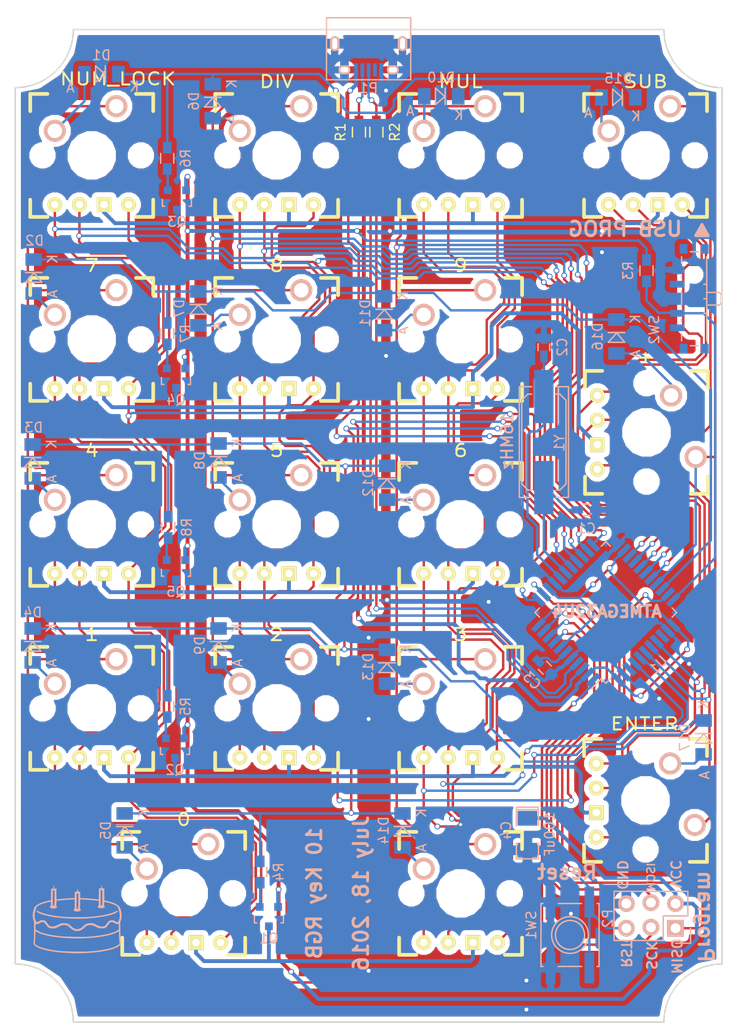
<source format=kicad_pcb>
(kicad_pcb (version 4) (host pcbnew 4.0.1-stable)
  (layers (0 F.Cu signal) (31 B.Cu signal) (34 B.Paste user) (35 F.Paste user) (36 B.SilkS user) (37 F.SilkS user) (38 B.Mask user) (39 F.Mask user) (44 Edge.Cuts user))
  (net 0 "")
  (net 1 "Net-(C1-Pad1)")
  (net 2 GND)
  (net 3 "Net-(C2-Pad1)")
  (net 4 "Net-(C3-Pad1)")
  (net 5 /ROW0)
  (net 6 "Net-(D1-Pad2)")
  (net 7 /ROW1)
  (net 8 "Net-(D2-Pad2)")
  (net 9 /ROW2)
  (net 10 "Net-(D3-Pad2)")
  (net 11 /ROW3)
  (net 12 "Net-(D4-Pad2)")
  (net 13 "Net-(D5-Pad2)")
  (net 14 "Net-(D6-Pad2)")
  (net 15 "Net-(D7-Pad2)")
  (net 16 "Net-(D8-Pad2)")
  (net 17 "Net-(D9-Pad2)")
  (net 18 "Net-(D10-Pad2)")
  (net 19 "Net-(D11-Pad2)")
  (net 20 "Net-(D12-Pad2)")
  (net 21 "Net-(D13-Pad2)")
  (net 22 /ROW4)
  (net 23 "Net-(D14-Pad2)")
  (net 24 "Net-(D15-Pad2)")
  (net 25 "Net-(D16-Pad2)")
  (net 26 "Net-(D17-Pad2)")
  (net 27 VCC)
  (net 28 "Net-(P1-Pad2)")
  (net 29 "Net-(P1-Pad3)")
  (net 30 "Net-(P1-Pad4)")
  (net 31 /MISO)
  (net 32 /SCK)
  (net 33 /MOSI)
  (net 34 /RST)
  (net 35 "Net-(Q1-Pad1)")
  (net 36 "Net-(Q2-Pad1)")
  (net 37 "Net-(Q2-Pad3)")
  (net 38 "Net-(Q3-Pad1)")
  (net 39 "Net-(Q3-Pad3)")
  (net 40 "Net-(Q4-Pad1)")
  (net 41 "Net-(Q4-Pad3)")
  (net 42 "Net-(Q5-Pad1)")
  (net 43 "Net-(Q5-Pad3)")
  (net 44 /USBDMinus)
  (net 45 /USBDPlus)
  (net 46 /PROGRAM)
  (net 47 /COL0)
  (net 48 /LEDB0)
  (net 49 /LEDG0)
  (net 50 /LEDR0)
  (net 51 /COL1)
  (net 52 /LEDB1)
  (net 53 /LEDG1)
  (net 54 /LEDR1)
  (net 55 /COL2)
  (net 56 /LEDB2)
  (net 57 /LEDG2)
  (net 58 /LEDR2)
  (net 59 /COL3)
  (net 60 /LEDB3)
  (net 61 /LEDG3)
  (net 62 /LEDR3)
  (net 63 "Net-(U1-Pad36)")
  (net 64 "Net-(U1-Pad42)")
  (net 65 "Net-(Q1-Pad3)")
  (module Capacitors_SMD:C_0603_HandSoldering (layer B.Cu) (at 169.5 98.1)
    (fp_text reference C1 (at 0 1.9) (layer B.SilkS) (effects (justify mirror)))
    (fp_text value 18pF)
    (pad 1 smd rect (at -0.95 0) (size 1.2 0.75) (layers B.Cu B.Paste B.Mask) (net 1 "Net-(C1-Pad1)"))
    (pad 2 smd rect (at 0.95 0) (size 1.2 0.75) (layers B.Cu B.Paste B.Mask) (net 2 GND))
  )
  (module Capacitors_SMD:C_0603_HandSoldering (layer B.Cu) (at 165.1 81.3 90)
    (fp_text reference C2 (at 0 1.9 90) (layer B.SilkS) (effects (justify mirror)))
    (fp_text value 18pF)
    (pad 1 smd rect (at -0.95 0 90) (size 1.2 0.75) (layers B.Cu B.Paste B.Mask) (net 3 "Net-(C2-Pad1)"))
    (pad 2 smd rect (at 0.95 0 90) (size 1.2 0.75) (layers B.Cu B.Paste B.Mask) (net 2 GND))
  )
  (module Capacitors_SMD:C_0603_HandSoldering (layer B.Cu) (at 165.2 114.4 315)
    (fp_text reference C3 (at 0 1.9 315) (layer B.SilkS) (effects (justify mirror)))
    (fp_text value .1uF)
    (pad 1 smd rect (at -0.95 0 315) (size 1.2 0.75) (layers B.Cu B.Paste B.Mask) (net 4 "Net-(C3-Pad1)"))
    (pad 2 smd rect (at 0.95 0 315) (size 1.2 0.75) (layers B.Cu B.Paste B.Mask) (net 2 GND))
  )
  (module Diodes_SMD:MiniMELF_Standard (layer B.Cu) (at 119.4 53.1 180)
    (fp_text reference D1 (at 0 1.95 180) (layer B.SilkS) (effects (justify mirror)))
    (fp_text value D)
    (fp_text user K (at -3.4 -1.3 180) (layer B.SilkS) (effects (justify mirror)))
    (fp_text user A (at 3.2 -1.4 180) (layer B.SilkS) (effects (justify mirror)))
    (pad 1 smd rect (at -1.75006 0 180) (size 1.30048 1.69926) (layers B.Cu B.Paste B.Mask) (net 5 /ROW0))
    (pad 2 smd rect (at 1.75006 0 180) (size 1.30048 1.69926) (layers B.Cu B.Paste B.Mask) (net 6 "Net-(D1-Pad2)"))
  )
  (module Diodes_SMD:MiniMELF_Standard (layer B.Cu) (at 112.4 74 270)
    (fp_text reference D2 (at -3.7 -0.1 360) (layer B.SilkS) (effects (justify mirror)))
    (fp_text value D)
    (fp_text user K (at -1.8 -1.95 270) (layer B.SilkS) (effects (justify mirror)))
    (fp_text user A (at 1.8 -1.95 270) (layer B.SilkS) (effects (justify mirror)))
    (pad 1 smd rect (at -1.75006 0 270) (size 1.30048 1.69926) (layers B.Cu B.Paste B.Mask) (net 7 /ROW1))
    (pad 2 smd rect (at 1.75006 0 270) (size 1.30048 1.69926) (layers B.Cu B.Paste B.Mask) (net 8 "Net-(D2-Pad2)"))
  )
  (module Diodes_SMD:MiniMELF_Standard (layer B.Cu) (at 112.3 93.1 270)
    (fp_text reference D3 (at -3.5 -0.1 360) (layer B.SilkS) (effects (justify mirror)))
    (fp_text value D)
    (fp_text user K (at -1.8 -1.95 270) (layer B.SilkS) (effects (justify mirror)))
    (fp_text user A (at 1.8 -1.95 270) (layer B.SilkS) (effects (justify mirror)))
    (pad 1 smd rect (at -1.75006 0 270) (size 1.30048 1.69926) (layers B.Cu B.Paste B.Mask) (net 9 /ROW2))
    (pad 2 smd rect (at 1.75006 0 270) (size 1.30048 1.69926) (layers B.Cu B.Paste B.Mask) (net 10 "Net-(D3-Pad2)"))
  )
  (module Diodes_SMD:MiniMELF_Standard (layer B.Cu) (at 112.3 112.1 270)
    (fp_text reference D4 (at -3.4 0 360) (layer B.SilkS) (effects (justify mirror)))
    (fp_text value D)
    (fp_text user K (at -1.8 -1.95 270) (layer B.SilkS) (effects (justify mirror)))
    (fp_text user A (at 1.8 -1.95 270) (layer B.SilkS) (effects (justify mirror)))
    (pad 1 smd rect (at -1.75006 0 270) (size 1.30048 1.69926) (layers B.Cu B.Paste B.Mask) (net 11 /ROW3))
    (pad 2 smd rect (at 1.75006 0 270) (size 1.30048 1.69926) (layers B.Cu B.Paste B.Mask) (net 12 "Net-(D4-Pad2)"))
  )
  (module Diodes_SMD:MiniMELF_Standard (layer B.Cu) (at 121.8 131.2 270)
    (fp_text reference D5 (at 0 1.95 270) (layer B.SilkS) (effects (justify mirror)))
    (fp_text value D)
    (fp_text user K (at -1.8 -1.95 270) (layer B.SilkS) (effects (justify mirror)))
    (fp_text user A (at 1.8 -1.95 270) (layer B.SilkS) (effects (justify mirror)))
    (pad 1 smd rect (at -1.75006 0 270) (size 1.30048 1.69926) (layers B.Cu B.Paste B.Mask) (net 22 /ROW4))
    (pad 2 smd rect (at 1.75006 0 270) (size 1.30048 1.69926) (layers B.Cu B.Paste B.Mask) (net 13 "Net-(D5-Pad2)"))
  )
  (module Diodes_SMD:MiniMELF_Standard (layer B.Cu) (at 130.9 55.9 270)
    (fp_text reference D6 (at 0 1.95 270) (layer B.SilkS) (effects (justify mirror)))
    (fp_text value D)
    (fp_text user K (at -1.8 -1.95 270) (layer B.SilkS) (effects (justify mirror)))
    (fp_text user A (at 1.8 -1.95 270) (layer B.SilkS) (effects (justify mirror)))
    (pad 1 smd rect (at -1.75006 0 270) (size 1.30048 1.69926) (layers B.Cu B.Paste B.Mask) (net 5 /ROW0))
    (pad 2 smd rect (at 1.75006 0 270) (size 1.30048 1.69926) (layers B.Cu B.Paste B.Mask) (net 14 "Net-(D6-Pad2)"))
  )
  (module Diodes_SMD:MiniMELF_Standard (layer B.Cu) (at 129.4 77.3 270)
    (fp_text reference D7 (at 0 1.95 270) (layer B.SilkS) (effects (justify mirror)))
    (fp_text value D)
    (fp_text user K (at -1.8 -1.95 270) (layer B.SilkS) (effects (justify mirror)))
    (fp_text user A (at 1.8 -1.95 270) (layer B.SilkS) (effects (justify mirror)))
    (pad 1 smd rect (at -1.75006 0 270) (size 1.30048 1.69926) (layers B.Cu B.Paste B.Mask) (net 7 /ROW1))
    (pad 2 smd rect (at 1.75006 0 270) (size 1.30048 1.69926) (layers B.Cu B.Paste B.Mask) (net 15 "Net-(D7-Pad2)"))
  )
  (module Diodes_SMD:MiniMELF_Standard (layer B.Cu) (at 131.5 93 270)
    (fp_text reference D8 (at 0 1.95 270) (layer B.SilkS) (effects (justify mirror)))
    (fp_text value D)
    (fp_text user K (at -1.8 -1.95 270) (layer B.SilkS) (effects (justify mirror)))
    (fp_text user A (at 1.8 -1.95 270) (layer B.SilkS) (effects (justify mirror)))
    (pad 1 smd rect (at -1.75006 0 270) (size 1.30048 1.69926) (layers B.Cu B.Paste B.Mask) (net 9 /ROW2))
    (pad 2 smd rect (at 1.75006 0 270) (size 1.30048 1.69926) (layers B.Cu B.Paste B.Mask) (net 16 "Net-(D8-Pad2)"))
  )
  (module Diodes_SMD:MiniMELF_Standard (layer B.Cu) (at 131.5 112.1 270)
    (fp_text reference D9 (at 0 1.95 270) (layer B.SilkS) (effects (justify mirror)))
    (fp_text value D)
    (fp_text user K (at -1.8 -1.95 270) (layer B.SilkS) (effects (justify mirror)))
    (fp_text user A (at 1.8 -1.95 270) (layer B.SilkS) (effects (justify mirror)))
    (pad 1 smd rect (at -1.75006 0 270) (size 1.30048 1.69926) (layers B.Cu B.Paste B.Mask) (net 11 /ROW3))
    (pad 2 smd rect (at 1.75006 0 270) (size 1.30048 1.69926) (layers B.Cu B.Paste B.Mask) (net 17 "Net-(D9-Pad2)"))
  )
  (module Diodes_SMD:MiniMELF_Standard (layer B.Cu) (at 154.5 55.4 180)
    (fp_text reference D10 (at 0 1.95 180) (layer B.SilkS) (effects (justify mirror)))
    (fp_text value D)
    (fp_text user K (at -1.8 -1.95 180) (layer B.SilkS) (effects (justify mirror)))
    (fp_text user A (at 3.2 -1.5 180) (layer B.SilkS) (effects (justify mirror)))
    (pad 1 smd rect (at -1.75006 0 180) (size 1.30048 1.69926) (layers B.Cu B.Paste B.Mask) (net 5 /ROW0))
    (pad 2 smd rect (at 1.75006 0 180) (size 1.30048 1.69926) (layers B.Cu B.Paste B.Mask) (net 18 "Net-(D10-Pad2)"))
  )
  (module Diodes_SMD:MiniMELF_Standard (layer B.Cu) (at 148.6 77.8 270)
    (fp_text reference D11 (at 0 1.95 270) (layer B.SilkS) (effects (justify mirror)))
    (fp_text value D)
    (fp_text user K (at -1.8 -1.95 270) (layer B.SilkS) (effects (justify mirror)))
    (fp_text user A (at 1.8 -1.95 270) (layer B.SilkS) (effects (justify mirror)))
    (pad 1 smd rect (at -1.75006 0 270) (size 1.30048 1.69926) (layers B.Cu B.Paste B.Mask) (net 7 /ROW1))
    (pad 2 smd rect (at 1.75006 0 270) (size 1.30048 1.69926) (layers B.Cu B.Paste B.Mask) (net 19 "Net-(D11-Pad2)"))
  )
  (module Diodes_SMD:MiniMELF_Standard (layer B.Cu) (at 148.9 95.3 270)
    (fp_text reference D12 (at 0 1.95 270) (layer B.SilkS) (effects (justify mirror)))
    (fp_text value D)
    (fp_text user K (at -1.8 -1.95 270) (layer B.SilkS) (effects (justify mirror)))
    (fp_text user A (at 1.8 -1.95 270) (layer B.SilkS) (effects (justify mirror)))
    (pad 1 smd rect (at -1.75006 0 270) (size 1.30048 1.69926) (layers B.Cu B.Paste B.Mask) (net 9 /ROW2))
    (pad 2 smd rect (at 1.75006 0 270) (size 1.30048 1.69926) (layers B.Cu B.Paste B.Mask) (net 20 "Net-(D12-Pad2)"))
  )
  (module Diodes_SMD:MiniMELF_Standard (layer B.Cu) (at 148.9 114.3 270)
    (fp_text reference D13 (at 0 1.95 270) (layer B.SilkS) (effects (justify mirror)))
    (fp_text value D)
    (fp_text user K (at -1.8 -1.95 270) (layer B.SilkS) (effects (justify mirror)))
    (fp_text user A (at 1.8 -1.95 270) (layer B.SilkS) (effects (justify mirror)))
    (pad 1 smd rect (at -1.75006 0 270) (size 1.30048 1.69926) (layers B.Cu B.Paste B.Mask) (net 11 /ROW3))
    (pad 2 smd rect (at 1.75006 0 270) (size 1.30048 1.69926) (layers B.Cu B.Paste B.Mask) (net 21 "Net-(D13-Pad2)"))
  )
  (module Diodes_SMD:MiniMELF_Standard (layer B.Cu) (at 150.5 131.2 270)
    (fp_text reference D14 (at 0 1.95 270) (layer B.SilkS) (effects (justify mirror)))
    (fp_text value D)
    (fp_text user K (at -1.8 -1.95 270) (layer B.SilkS) (effects (justify mirror)))
    (fp_text user A (at 1.8 -1.95 270) (layer B.SilkS) (effects (justify mirror)))
    (pad 1 smd rect (at -1.75006 0 270) (size 1.30048 1.69926) (layers B.Cu B.Paste B.Mask) (net 22 /ROW4))
    (pad 2 smd rect (at 1.75006 0 270) (size 1.30048 1.69926) (layers B.Cu B.Paste B.Mask) (net 23 "Net-(D14-Pad2)"))
  )
  (module Diodes_SMD:MiniMELF_Standard (layer B.Cu) (at 172.8 55.5 180)
    (fp_text reference D15 (at 0 1.95 180) (layer B.SilkS) (effects (justify mirror)))
    (fp_text value D)
    (fp_text user K (at -1.8 -1.95 180) (layer B.SilkS) (effects (justify mirror)))
    (fp_text user A (at 3.1 -1.6 180) (layer B.SilkS) (effects (justify mirror)))
    (pad 1 smd rect (at -1.75006 0 180) (size 1.30048 1.69926) (layers B.Cu B.Paste B.Mask) (net 5 /ROW0))
    (pad 2 smd rect (at 1.75006 0 180) (size 1.30048 1.69926) (layers B.Cu B.Paste B.Mask) (net 24 "Net-(D15-Pad2)"))
  )
  (module Diodes_SMD:MiniMELF_Standard (layer B.Cu) (at 172.6 80.2 270)
    (fp_text reference D16 (at 0 1.95 270) (layer B.SilkS) (effects (justify mirror)))
    (fp_text value D)
    (fp_text user K (at -1.8 -1.95 270) (layer B.SilkS) (effects (justify mirror)))
    (fp_text user A (at 1.8 -1.95 270) (layer B.SilkS) (effects (justify mirror)))
    (pad 1 smd rect (at -1.75006 0 270) (size 1.30048 1.69926) (layers B.Cu B.Paste B.Mask) (net 7 /ROW1))
    (pad 2 smd rect (at 1.75006 0 270) (size 1.30048 1.69926) (layers B.Cu B.Paste B.Mask) (net 25 "Net-(D16-Pad2)"))
  )
  (module Diodes_SMD:MiniMELF_Standard (layer B.Cu) (at 181.6 121.6 270)
    (fp_text reference D17 (at 0 1.95 270) (layer B.SilkS) (effects (justify mirror)))
    (fp_text value D)
    (fp_text user K (at -3.4 0 270) (layer B.SilkS) (effects (justify mirror)))
    (fp_text user A (at 3.9 -0.1 270) (layer B.SilkS) (effects (justify mirror)))
    (pad 1 smd rect (at -1.75006 0 270) (size 1.30048 1.69926) (layers B.Cu B.Paste B.Mask) (net 11 /ROW3))
    (pad 2 smd rect (at 1.75006 0 270) (size 1.30048 1.69926) (layers B.Cu B.Paste B.Mask) (net 26 "Net-(D17-Pad2)"))
  )
  (module Connect:USB_Micro-B (layer B.Cu) (at 147 51.1)
    (fp_text reference P1 (at 0 3.45) (layer B.SilkS) (effects (justify mirror)))
    (fp_text value USB_OTG)
    (pad 1 smd rect (at -1.3009 1.56254 270) (size 1.35 0.4) (layers B.Cu B.Paste B.Mask) (net 27 VCC))
    (pad 2 smd rect (at -0.6509 1.56254 270) (size 1.35 0.4) (layers B.Cu B.Paste B.Mask) (net 28 "Net-(P1-Pad2)"))
    (pad 3 smd rect (at -0.0009 1.56254 270) (size 1.35 0.4) (layers B.Cu B.Paste B.Mask) (net 29 "Net-(P1-Pad3)"))
    (pad 4 smd rect (at 0.6491 1.56254 270) (size 1.35 0.4) (layers B.Cu B.Paste B.Mask) (net 30 "Net-(P1-Pad4)"))
    (pad 5 smd rect (at 1.2991 1.56254 270) (size 1.35 0.4) (layers B.Cu B.Paste B.Mask) (net 2 GND))
    (pad 6 thru_hole oval (at -2.5009 1.56254 270) (size 0.95 1.25) (drill oval 0.55 0.85) (layers *.Cu *.Mask B.SilkS) (net 2 GND))
    (pad 6 thru_hole oval (at 2.4991 1.56254 270) (size 0.95 1.25) (drill oval 0.55 0.85) (layers *.Cu *.Mask B.SilkS) (net 2 GND))
    (pad 6 thru_hole oval (at -3.5009 -1.13746 270) (size 1.55 1) (drill oval 1.15 0.5) (layers *.Cu *.Mask B.SilkS) (net 2 GND))
    (pad 6 thru_hole oval (at 3.4991 -1.13746 270) (size 1.55 1) (drill oval 1.15 0.5) (layers *.Cu *.Mask B.SilkS) (net 2 GND))
  )
  (module Pin_Headers:Pin_Header_Straight_2x03 (layer B.Cu) (at 178.7 141.3 90)
    (fp_text reference P2 (at 1 -7 90) (layer B.SilkS) (effects (justify mirror)))
    (fp_text value Program hide)
    (pad 1 thru_hole rect (at 0 0 90) (size 1.7272 1.7272) (drill 1.016) (layers *.Cu *.Mask B.SilkS) (net 31 /MISO))
    (pad 2 thru_hole oval (at 2.54 0 90) (size 1.7272 1.7272) (drill 1.016) (layers *.Cu *.Mask B.SilkS) (net 27 VCC))
    (pad 3 thru_hole oval (at 0.1 -2.54 90) (size 1.7272 1.7272) (drill 1.016) (layers *.Cu *.Mask B.SilkS) (net 32 /SCK))
    (pad 4 thru_hole oval (at 2.64 -2.54 90) (size 1.7272 1.7272) (drill 1.016) (layers *.Cu *.Mask B.SilkS) (net 33 /MOSI))
    (pad 5 thru_hole oval (at 0 -5.08 90) (size 1.7272 1.7272) (drill 1.016) (layers *.Cu *.Mask B.SilkS) (net 34 /RST))
    (pad 6 thru_hole oval (at 2.54 -5.08 90) (size 1.7272 1.7272) (drill 1.016) (layers *.Cu *.Mask B.SilkS) (net 2 GND))
  )
  (module TO_SOT_Packages_SMD:SOT-23 (layer B.Cu) (at 136.7 140.1)
    (fp_text reference Q1 (at 0 2.25) (layer B.SilkS) (effects (justify mirror)))
    (fp_text value MMBT3906)
    (pad 1 smd rect (at -0.95 -1.00076) (size 0.8001 0.8001) (layers B.Cu B.Paste B.Mask) (net 35 "Net-(Q1-Pad1)"))
    (pad 2 smd rect (at 0.95 -1.00076) (size 0.8001 0.8001) (layers B.Cu B.Paste B.Mask) (net 27 VCC))
    (pad 3 smd rect (at 0 0.99822) (size 0.8001 0.8001) (layers B.Cu B.Paste B.Mask) (net 65 "Net-(Q1-Pad3)"))
  )
  (module TO_SOT_Packages_SMD:SOT-23 (layer B.Cu) (at 127 122.7)
    (fp_text reference Q2 (at 0 2.25) (layer B.SilkS) (effects (justify mirror)))
    (fp_text value MMBT3906)
    (pad 1 smd rect (at -0.95 -1.00076) (size 0.8001 0.8001) (layers B.Cu B.Paste B.Mask) (net 36 "Net-(Q2-Pad1)"))
    (pad 2 smd rect (at 0.95 -1.00076) (size 0.8001 0.8001) (layers B.Cu B.Paste B.Mask) (net 27 VCC))
    (pad 3 smd rect (at 0 0.99822) (size 0.8001 0.8001) (layers B.Cu B.Paste B.Mask) (net 37 "Net-(Q2-Pad3)"))
  )
  (module TO_SOT_Packages_SMD:SOT-23 (layer B.Cu) (at 127.2 66.1)
    (fp_text reference Q3 (at 0 2.25) (layer B.SilkS) (effects (justify mirror)))
    (fp_text value MMBT3906)
    (pad 1 smd rect (at -0.95 -1.00076) (size 0.8001 0.8001) (layers B.Cu B.Paste B.Mask) (net 38 "Net-(Q3-Pad1)"))
    (pad 2 smd rect (at 0.95 -1.00076) (size 0.8001 0.8001) (layers B.Cu B.Paste B.Mask) (net 27 VCC))
    (pad 3 smd rect (at 0 0.99822) (size 0.8001 0.8001) (layers B.Cu B.Paste B.Mask) (net 39 "Net-(Q3-Pad3)"))
  )
  (module TO_SOT_Packages_SMD:SOT-23 (layer B.Cu) (at 127.1 84.5)
    (fp_text reference Q4 (at 0 2.25) (layer B.SilkS) (effects (justify mirror)))
    (fp_text value MMBT3906)
    (pad 1 smd rect (at -0.95 -1.00076) (size 0.8001 0.8001) (layers B.Cu B.Paste B.Mask) (net 40 "Net-(Q4-Pad1)"))
    (pad 2 smd rect (at 0.95 -1.00076) (size 0.8001 0.8001) (layers B.Cu B.Paste B.Mask) (net 27 VCC))
    (pad 3 smd rect (at 0 0.99822) (size 0.8001 0.8001) (layers B.Cu B.Paste B.Mask) (net 41 "Net-(Q4-Pad3)"))
  )
  (module TO_SOT_Packages_SMD:SOT-23 (layer B.Cu) (at 127.1 104.3)
    (fp_text reference Q5 (at 0 2.25) (layer B.SilkS) (effects (justify mirror)))
    (fp_text value MMBT3906)
    (pad 1 smd rect (at -0.95 -1.00076) (size 0.8001 0.8001) (layers B.Cu B.Paste B.Mask) (net 42 "Net-(Q5-Pad1)"))
    (pad 2 smd rect (at 0.95 -1.00076) (size 0.8001 0.8001) (layers B.Cu B.Paste B.Mask) (net 27 VCC))
    (pad 3 smd rect (at 0 0.99822) (size 0.8001 0.8001) (layers B.Cu B.Paste B.Mask) (net 43 "Net-(Q5-Pad3)"))
  )
  (module Resistors_SMD:R_0603_HandSoldering (layer F.Cu) (at 146 59.1 90)
    (fp_text reference R1 (at 0 -1.9 90) (layer F.SilkS))
    (fp_text value 22)
    (pad 1 smd rect (at -1.1 0 90) (size 1.2 0.9) (layers F.Cu F.Paste F.Mask) (net 44 /USBDMinus))
    (pad 2 smd rect (at 1.1 0 90) (size 1.2 0.9) (layers F.Cu F.Paste F.Mask) (net 28 "Net-(P1-Pad2)"))
  )
  (module Resistors_SMD:R_0603_HandSoldering (layer F.Cu) (at 147.8 59.1 90)
    (fp_text reference R2 (at 0 1.9 90) (layer F.SilkS))
    (fp_text value 22)
    (pad 1 smd rect (at -1.1 0 90) (size 1.2 0.9) (layers F.Cu F.Paste F.Mask) (net 45 /USBDPlus))
    (pad 2 smd rect (at 1.1 0 90) (size 1.2 0.9) (layers F.Cu F.Paste F.Mask) (net 29 "Net-(P1-Pad3)"))
  )
  (module Resistors_SMD:R_0603_HandSoldering (layer B.Cu) (at 175.7 73.4 270)
    (fp_text reference R3 (at 0 1.9 270) (layer B.SilkS) (effects (justify mirror)))
    (fp_text value 10k)
    (pad 1 smd rect (at -1.1 0 270) (size 1.2 0.9) (layers B.Cu B.Paste B.Mask) (net 27 VCC))
    (pad 2 smd rect (at 1.1 0 270) (size 1.2 0.9) (layers B.Cu B.Paste B.Mask) (net 46 /PROGRAM))
  )
  (module Resistors_SMD:R_0603_HandSoldering (layer B.Cu) (at 135.8 135.5 90)
    (fp_text reference R4 (at 0 1.9 90) (layer B.SilkS) (effects (justify mirror)))
    (fp_text value 1K)
    (pad 1 smd rect (at -1.1 0 90) (size 1.2 0.9) (layers B.Cu B.Paste B.Mask) (net 35 "Net-(Q1-Pad1)"))
    (pad 2 smd rect (at 1.1 0 90) (size 1.2 0.9) (layers B.Cu B.Paste B.Mask) (net 22 /ROW4))
  )
  (module Resistors_SMD:R_0603_HandSoldering (layer B.Cu) (at 126.2 118.4 90)
    (fp_text reference R5 (at 0 1.9 90) (layer B.SilkS) (effects (justify mirror)))
    (fp_text value 1K)
    (pad 1 smd rect (at -1.1 0 90) (size 1.2 0.9) (layers B.Cu B.Paste B.Mask) (net 36 "Net-(Q2-Pad1)"))
    (pad 2 smd rect (at 1.1 0 90) (size 1.2 0.9) (layers B.Cu B.Paste B.Mask) (net 11 /ROW3))
  )
  (module Resistors_SMD:R_0603_HandSoldering (layer B.Cu) (at 126.2 61.8 90)
    (fp_text reference R6 (at 0 1.9 90) (layer B.SilkS) (effects (justify mirror)))
    (fp_text value 1K)
    (pad 1 smd rect (at -1.1 0 90) (size 1.2 0.9) (layers B.Cu B.Paste B.Mask) (net 38 "Net-(Q3-Pad1)"))
    (pad 2 smd rect (at 1.1 0 90) (size 1.2 0.9) (layers B.Cu B.Paste B.Mask) (net 5 /ROW0))
  )
  (module Resistors_SMD:R_0603_HandSoldering (layer B.Cu) (at 126.2 79.9 90)
    (fp_text reference R7 (at 0 1.9 90) (layer B.SilkS) (effects (justify mirror)))
    (fp_text value 1K)
    (pad 1 smd rect (at -1.1 0 90) (size 1.2 0.9) (layers B.Cu B.Paste B.Mask) (net 40 "Net-(Q4-Pad1)"))
    (pad 2 smd rect (at 1.1 0 90) (size 1.2 0.9) (layers B.Cu B.Paste B.Mask) (net 7 /ROW1))
  )
  (module Resistors_SMD:R_0603_HandSoldering (layer B.Cu) (at 126.3 99.9 90)
    (fp_text reference R8 (at 0 1.9 90) (layer B.SilkS) (effects (justify mirror)))
    (fp_text value 1K)
    (pad 1 smd rect (at -1.1 0 90) (size 1.2 0.9) (layers B.Cu B.Paste B.Mask) (net 42 "Net-(Q5-Pad1)"))
    (pad 2 smd rect (at 1.1 0 90) (size 1.2 0.9) (layers B.Cu B.Paste B.Mask) (net 9 /ROW2))
  )
  (module Buttons_Switches_SMD:SW_SP3T_PCM13 (layer B.Cu) (at 180.3 76.3 270)
    (fp_text reference SW2 (at 3.2 3.8 450) (layer B.SilkS) (effects (justify mirror)))
    (fp_text value "USB PROG")
    (pad "" np_thru_hole circle (at -2.5 -0.325 270) (size 0.9 0.9) (drill 0.9) (layers *.Cu *.Mask))
    (pad "" np_thru_hole circle (at 2.5 -0.325 270) (size 0.9 0.9) (drill 0.9) (layers *.Cu *.Mask))
    (pad 1 smd rect (at -3 1.425 270) (size 0.7 1.5) (layers B.Cu B.Paste B.Mask) (net 2 GND))
    (pad 3 smd rect (at -1.5 1.425 270) (size 0.7 1.5) (layers B.Cu B.Paste B.Mask))
    (pad 2 smd rect (at 1.5 1.425 270) (size 0.7 1.5) (layers B.Cu B.Paste B.Mask) (net 46 /PROGRAM))
    (pad 4 smd rect (at 3 1.425 270) (size 0.7 1.5) (layers B.Cu B.Paste B.Mask))
    (pad "" smd rect (at -5.15 -1.425 270) (size 1 0.8) (layers B.Cu B.Paste B.Mask))
    (pad "" smd rect (at 5.15 -1.425 270) (size 1 0.8) (layers B.Cu B.Paste B.Mask))
    (pad "" smd rect (at 5.15 0.775 270) (size 1 0.8) (layers B.Cu B.Paste B.Mask))
    (pad "" smd rect (at -5.15 0.775 270) (size 1 0.8) (layers B.Cu B.Paste B.Mask))
  )
  (module 10KeyParts:Zealios_Cherry_MX (layer F.Cu) (at 118.4 61.5)
    (fp_text reference SW3 hide)
    (fp_text value NUM_LOCK (at 2.7 -7.9) (layer F.SilkS) (effects (font (size 1.27 1.524) (thickness 0.2032))))
    (pad 1 thru_hole circle (at 2.54 -5.08) (size 2.286 2.286) (drill 1.4986) (layers *.Cu *.SilkS *.Mask) (net 47 /COL0))
    (pad 2 thru_hole circle (at -3.81 -2.54) (size 2.286 2.286) (drill 1.4986) (layers *.Cu *.SilkS *.Mask) (net 6 "Net-(D1-Pad2)"))
    (pad HOLE np_thru_hole circle (at 0 0) (size 3.9878 3.9878) (drill 3.9878) (layers *.Cu))
    (pad HOLE np_thru_hole circle (at -5.08 0) (size 1.7018 1.7018) (drill 1.7018) (layers *.Cu))
    (pad HOLE np_thru_hole circle (at 5.08 0) (size 1.7018 1.7018) (drill 1.7018) (layers *.Cu))
    (pad 6 thru_hole circle (at -3.81 5.08) (size 1.524 1.524) (drill 0.762) (layers *.Cu *.Mask F.SilkS) (net 48 /LEDB0))
    (pad 5 thru_hole circle (at -1.27 5.08) (size 1.524 1.524) (drill 0.762) (layers *.Cu *.Mask F.SilkS) (net 49 /LEDG0))
    (pad 4 thru_hole rect (at 1.27 5.08) (size 1.524 1.524) (drill 0.762) (layers *.Cu *.Mask F.SilkS) (net 39 "Net-(Q3-Pad3)"))
    (pad 3 thru_hole circle (at 3.81 5.08) (size 1.524 1.524) (drill 0.762) (layers *.Cu *.Mask F.SilkS) (net 50 /LEDR0))
  )
  (module 10KeyParts:Zealios_Cherry_MX (layer F.Cu) (at 118.4 80.5)
    (fp_text reference SW4 hide)
    (fp_text value 7 (at 0 -7.62) (layer F.SilkS) (effects (font (size 1.27 1.524) (thickness 0.2032))))
    (pad 1 thru_hole circle (at 2.54 -5.08) (size 2.286 2.286) (drill 1.4986) (layers *.Cu *.SilkS *.Mask) (net 47 /COL0))
    (pad 2 thru_hole circle (at -3.81 -2.54) (size 2.286 2.286) (drill 1.4986) (layers *.Cu *.SilkS *.Mask) (net 8 "Net-(D2-Pad2)"))
    (pad HOLE np_thru_hole circle (at 0 0) (size 3.9878 3.9878) (drill 3.9878) (layers *.Cu))
    (pad HOLE np_thru_hole circle (at -5.08 0) (size 1.7018 1.7018) (drill 1.7018) (layers *.Cu))
    (pad HOLE np_thru_hole circle (at 5.08 0) (size 1.7018 1.7018) (drill 1.7018) (layers *.Cu))
    (pad 6 thru_hole circle (at -3.81 5.08) (size 1.524 1.524) (drill 0.762) (layers *.Cu *.Mask F.SilkS) (net 48 /LEDB0))
    (pad 5 thru_hole circle (at -1.27 5.08) (size 1.524 1.524) (drill 0.762) (layers *.Cu *.Mask F.SilkS) (net 49 /LEDG0))
    (pad 4 thru_hole rect (at 1.27 5.08) (size 1.524 1.524) (drill 0.762) (layers *.Cu *.Mask F.SilkS) (net 41 "Net-(Q4-Pad3)"))
    (pad 3 thru_hole circle (at 3.81 5.08) (size 1.524 1.524) (drill 0.762) (layers *.Cu *.Mask F.SilkS) (net 50 /LEDR0))
  )
  (module 10KeyParts:Zealios_Cherry_MX (layer F.Cu) (at 118.4 99.6)
    (fp_text reference SW5 hide)
    (fp_text value 4 (at 0 -7.62) (layer F.SilkS) (effects (font (size 1.27 1.524) (thickness 0.2032))))
    (pad 1 thru_hole circle (at 2.54 -5.08) (size 2.286 2.286) (drill 1.4986) (layers *.Cu *.SilkS *.Mask) (net 47 /COL0))
    (pad 2 thru_hole circle (at -3.81 -2.54) (size 2.286 2.286) (drill 1.4986) (layers *.Cu *.SilkS *.Mask) (net 10 "Net-(D3-Pad2)"))
    (pad HOLE np_thru_hole circle (at 0 0) (size 3.9878 3.9878) (drill 3.9878) (layers *.Cu))
    (pad HOLE np_thru_hole circle (at -5.08 0) (size 1.7018 1.7018) (drill 1.7018) (layers *.Cu))
    (pad HOLE np_thru_hole circle (at 5.08 0) (size 1.7018 1.7018) (drill 1.7018) (layers *.Cu))
    (pad 6 thru_hole circle (at -3.81 5.08) (size 1.524 1.524) (drill 0.762) (layers *.Cu *.Mask F.SilkS) (net 48 /LEDB0))
    (pad 5 thru_hole circle (at -1.27 5.08) (size 1.524 1.524) (drill 0.762) (layers *.Cu *.Mask F.SilkS) (net 49 /LEDG0))
    (pad 4 thru_hole rect (at 1.27 5.08) (size 1.524 1.524) (drill 0.762) (layers *.Cu *.Mask F.SilkS) (net 43 "Net-(Q5-Pad3)"))
    (pad 3 thru_hole circle (at 3.81 5.08) (size 1.524 1.524) (drill 0.762) (layers *.Cu *.Mask F.SilkS) (net 50 /LEDR0))
  )
  (module 10KeyParts:Zealios_Cherry_MX (layer F.Cu) (at 118.4 118.6)
    (fp_text reference SW6 hide)
    (fp_text value 1 (at 0 -7.62) (layer F.SilkS) (effects (font (size 1.27 1.524) (thickness 0.2032))))
    (pad 1 thru_hole circle (at 2.54 -5.08) (size 2.286 2.286) (drill 1.4986) (layers *.Cu *.SilkS *.Mask) (net 47 /COL0))
    (pad 2 thru_hole circle (at -3.81 -2.54) (size 2.286 2.286) (drill 1.4986) (layers *.Cu *.SilkS *.Mask) (net 12 "Net-(D4-Pad2)"))
    (pad HOLE np_thru_hole circle (at 0 0) (size 3.9878 3.9878) (drill 3.9878) (layers *.Cu))
    (pad HOLE np_thru_hole circle (at -5.08 0) (size 1.7018 1.7018) (drill 1.7018) (layers *.Cu))
    (pad HOLE np_thru_hole circle (at 5.08 0) (size 1.7018 1.7018) (drill 1.7018) (layers *.Cu))
    (pad 6 thru_hole circle (at -3.81 5.08) (size 1.524 1.524) (drill 0.762) (layers *.Cu *.Mask F.SilkS) (net 48 /LEDB0))
    (pad 5 thru_hole circle (at -1.27 5.08) (size 1.524 1.524) (drill 0.762) (layers *.Cu *.Mask F.SilkS) (net 49 /LEDG0))
    (pad 4 thru_hole rect (at 1.27 5.08) (size 1.524 1.524) (drill 0.762) (layers *.Cu *.Mask F.SilkS) (net 37 "Net-(Q2-Pad3)"))
    (pad 3 thru_hole circle (at 3.81 5.08) (size 1.524 1.524) (drill 0.762) (layers *.Cu *.Mask F.SilkS) (net 50 /LEDR0))
  )
  (module 10KeyParts:Zealios_Cherry_MX (layer F.Cu) (at 127.9 137.7)
    (fp_text reference SW7 hide)
    (fp_text value 0 (at 0 -7.62) (layer F.SilkS) (effects (font (size 1.27 1.524) (thickness 0.2032))))
    (pad 1 thru_hole circle (at 2.54 -5.08) (size 2.286 2.286) (drill 1.4986) (layers *.Cu *.SilkS *.Mask) (net 47 /COL0))
    (pad 2 thru_hole circle (at -3.81 -2.54) (size 2.286 2.286) (drill 1.4986) (layers *.Cu *.SilkS *.Mask) (net 13 "Net-(D5-Pad2)"))
    (pad HOLE np_thru_hole circle (at 0 0) (size 3.9878 3.9878) (drill 3.9878) (layers *.Cu))
    (pad HOLE np_thru_hole circle (at -5.08 0) (size 1.7018 1.7018) (drill 1.7018) (layers *.Cu))
    (pad HOLE np_thru_hole circle (at 5.08 0) (size 1.7018 1.7018) (drill 1.7018) (layers *.Cu))
    (pad 6 thru_hole circle (at -3.81 5.08) (size 1.524 1.524) (drill 0.762) (layers *.Cu *.Mask F.SilkS) (net 48 /LEDB0))
    (pad 5 thru_hole circle (at -1.27 5.08) (size 1.524 1.524) (drill 0.762) (layers *.Cu *.Mask F.SilkS) (net 49 /LEDG0))
    (pad 4 thru_hole rect (at 1.27 5.08) (size 1.524 1.524) (drill 0.762) (layers *.Cu *.Mask F.SilkS) (net 65 "Net-(Q1-Pad3)"))
    (pad 3 thru_hole circle (at 3.81 5.08) (size 1.524 1.524) (drill 0.762) (layers *.Cu *.Mask F.SilkS) (net 50 /LEDR0))
  )
  (module 10KeyParts:Zealios_Cherry_MX (layer F.Cu) (at 137.5 61.5)
    (fp_text reference SW8 hide)
    (fp_text value DIV (at 0 -7.62) (layer F.SilkS) (effects (font (size 1.27 1.524) (thickness 0.2032))))
    (pad 1 thru_hole circle (at 2.54 -5.08) (size 2.286 2.286) (drill 1.4986) (layers *.Cu *.SilkS *.Mask) (net 51 /COL1))
    (pad 2 thru_hole circle (at -3.81 -2.54) (size 2.286 2.286) (drill 1.4986) (layers *.Cu *.SilkS *.Mask) (net 14 "Net-(D6-Pad2)"))
    (pad HOLE np_thru_hole circle (at 0 0) (size 3.9878 3.9878) (drill 3.9878) (layers *.Cu))
    (pad HOLE np_thru_hole circle (at -5.08 0) (size 1.7018 1.7018) (drill 1.7018) (layers *.Cu))
    (pad HOLE np_thru_hole circle (at 5.08 0) (size 1.7018 1.7018) (drill 1.7018) (layers *.Cu))
    (pad 6 thru_hole circle (at -3.81 5.08) (size 1.524 1.524) (drill 0.762) (layers *.Cu *.Mask F.SilkS) (net 52 /LEDB1))
    (pad 5 thru_hole circle (at -1.27 5.08) (size 1.524 1.524) (drill 0.762) (layers *.Cu *.Mask F.SilkS) (net 53 /LEDG1))
    (pad 4 thru_hole rect (at 1.27 5.08) (size 1.524 1.524) (drill 0.762) (layers *.Cu *.Mask F.SilkS) (net 39 "Net-(Q3-Pad3)"))
    (pad 3 thru_hole circle (at 3.81 5.08) (size 1.524 1.524) (drill 0.762) (layers *.Cu *.Mask F.SilkS) (net 54 /LEDR1))
  )
  (module 10KeyParts:Zealios_Cherry_MX (layer F.Cu) (at 137.5 80.5)
    (fp_text reference SW9 hide)
    (fp_text value 8 (at 0 -7.62) (layer F.SilkS) (effects (font (size 1.27 1.524) (thickness 0.2032))))
    (pad 1 thru_hole circle (at 2.54 -5.08) (size 2.286 2.286) (drill 1.4986) (layers *.Cu *.SilkS *.Mask) (net 51 /COL1))
    (pad 2 thru_hole circle (at -3.81 -2.54) (size 2.286 2.286) (drill 1.4986) (layers *.Cu *.SilkS *.Mask) (net 15 "Net-(D7-Pad2)"))
    (pad HOLE np_thru_hole circle (at 0 0) (size 3.9878 3.9878) (drill 3.9878) (layers *.Cu))
    (pad HOLE np_thru_hole circle (at -5.08 0) (size 1.7018 1.7018) (drill 1.7018) (layers *.Cu))
    (pad HOLE np_thru_hole circle (at 5.08 0) (size 1.7018 1.7018) (drill 1.7018) (layers *.Cu))
    (pad 6 thru_hole circle (at -3.81 5.08) (size 1.524 1.524) (drill 0.762) (layers *.Cu *.Mask F.SilkS) (net 52 /LEDB1))
    (pad 5 thru_hole circle (at -1.27 5.08) (size 1.524 1.524) (drill 0.762) (layers *.Cu *.Mask F.SilkS) (net 53 /LEDG1))
    (pad 4 thru_hole rect (at 1.27 5.08) (size 1.524 1.524) (drill 0.762) (layers *.Cu *.Mask F.SilkS) (net 41 "Net-(Q4-Pad3)"))
    (pad 3 thru_hole circle (at 3.81 5.08) (size 1.524 1.524) (drill 0.762) (layers *.Cu *.Mask F.SilkS) (net 54 /LEDR1))
  )
  (module 10KeyParts:Zealios_Cherry_MX (layer F.Cu) (at 137.5 99.6)
    (fp_text reference SW10 hide)
    (fp_text value 5 (at 0 -7.62) (layer F.SilkS) (effects (font (size 1.27 1.524) (thickness 0.2032))))
    (pad 1 thru_hole circle (at 2.54 -5.08) (size 2.286 2.286) (drill 1.4986) (layers *.Cu *.SilkS *.Mask) (net 51 /COL1))
    (pad 2 thru_hole circle (at -3.81 -2.54) (size 2.286 2.286) (drill 1.4986) (layers *.Cu *.SilkS *.Mask) (net 16 "Net-(D8-Pad2)"))
    (pad HOLE np_thru_hole circle (at 0 0) (size 3.9878 3.9878) (drill 3.9878) (layers *.Cu))
    (pad HOLE np_thru_hole circle (at -5.08 0) (size 1.7018 1.7018) (drill 1.7018) (layers *.Cu))
    (pad HOLE np_thru_hole circle (at 5.08 0) (size 1.7018 1.7018) (drill 1.7018) (layers *.Cu))
    (pad 6 thru_hole circle (at -3.81 5.08) (size 1.524 1.524) (drill 0.762) (layers *.Cu *.Mask F.SilkS) (net 52 /LEDB1))
    (pad 5 thru_hole circle (at -1.27 5.08) (size 1.524 1.524) (drill 0.762) (layers *.Cu *.Mask F.SilkS) (net 53 /LEDG1))
    (pad 4 thru_hole rect (at 1.27 5.08) (size 1.524 1.524) (drill 0.762) (layers *.Cu *.Mask F.SilkS) (net 43 "Net-(Q5-Pad3)"))
    (pad 3 thru_hole circle (at 3.81 5.08) (size 1.524 1.524) (drill 0.762) (layers *.Cu *.Mask F.SilkS) (net 54 /LEDR1))
  )
  (module 10KeyParts:Zealios_Cherry_MX (layer F.Cu) (at 137.5 118.6)
    (fp_text reference SW11 hide)
    (fp_text value 2 (at 0 -7.62) (layer F.SilkS) (effects (font (size 1.27 1.524) (thickness 0.2032))))
    (pad 1 thru_hole circle (at 2.54 -5.08) (size 2.286 2.286) (drill 1.4986) (layers *.Cu *.SilkS *.Mask) (net 51 /COL1))
    (pad 2 thru_hole circle (at -3.81 -2.54) (size 2.286 2.286) (drill 1.4986) (layers *.Cu *.SilkS *.Mask) (net 17 "Net-(D9-Pad2)"))
    (pad HOLE np_thru_hole circle (at 0 0) (size 3.9878 3.9878) (drill 3.9878) (layers *.Cu))
    (pad HOLE np_thru_hole circle (at -5.08 0) (size 1.7018 1.7018) (drill 1.7018) (layers *.Cu))
    (pad HOLE np_thru_hole circle (at 5.08 0) (size 1.7018 1.7018) (drill 1.7018) (layers *.Cu))
    (pad 6 thru_hole circle (at -3.81 5.08) (size 1.524 1.524) (drill 0.762) (layers *.Cu *.Mask F.SilkS) (net 52 /LEDB1))
    (pad 5 thru_hole circle (at -1.27 5.08) (size 1.524 1.524) (drill 0.762) (layers *.Cu *.Mask F.SilkS) (net 53 /LEDG1))
    (pad 4 thru_hole rect (at 1.27 5.08) (size 1.524 1.524) (drill 0.762) (layers *.Cu *.Mask F.SilkS) (net 37 "Net-(Q2-Pad3)"))
    (pad 3 thru_hole circle (at 3.81 5.08) (size 1.524 1.524) (drill 0.762) (layers *.Cu *.Mask F.SilkS) (net 54 /LEDR1))
  )
  (module 10KeyParts:Zealios_Cherry_MX (layer F.Cu) (at 156.5 61.5)
    (fp_text reference SW12 hide)
    (fp_text value MUL (at 0 -7.62) (layer F.SilkS) (effects (font (size 1.27 1.524) (thickness 0.2032))))
    (pad 1 thru_hole circle (at 2.54 -5.08) (size 2.286 2.286) (drill 1.4986) (layers *.Cu *.SilkS *.Mask) (net 55 /COL2))
    (pad 2 thru_hole circle (at -3.81 -2.54) (size 2.286 2.286) (drill 1.4986) (layers *.Cu *.SilkS *.Mask) (net 18 "Net-(D10-Pad2)"))
    (pad HOLE np_thru_hole circle (at 0 0) (size 3.9878 3.9878) (drill 3.9878) (layers *.Cu))
    (pad HOLE np_thru_hole circle (at -5.08 0) (size 1.7018 1.7018) (drill 1.7018) (layers *.Cu))
    (pad HOLE np_thru_hole circle (at 5.08 0) (size 1.7018 1.7018) (drill 1.7018) (layers *.Cu))
    (pad 6 thru_hole circle (at -3.81 5.08) (size 1.524 1.524) (drill 0.762) (layers *.Cu *.Mask F.SilkS) (net 56 /LEDB2))
    (pad 5 thru_hole circle (at -1.27 5.08) (size 1.524 1.524) (drill 0.762) (layers *.Cu *.Mask F.SilkS) (net 57 /LEDG2))
    (pad 4 thru_hole rect (at 1.27 5.08) (size 1.524 1.524) (drill 0.762) (layers *.Cu *.Mask F.SilkS) (net 39 "Net-(Q3-Pad3)"))
    (pad 3 thru_hole circle (at 3.81 5.08) (size 1.524 1.524) (drill 0.762) (layers *.Cu *.Mask F.SilkS) (net 58 /LEDR2))
  )
  (module 10KeyParts:Zealios_Cherry_MX (layer F.Cu) (at 156.5 80.5)
    (fp_text reference SW13 hide)
    (fp_text value 9 (at 0 -7.62) (layer F.SilkS) (effects (font (size 1.27 1.524) (thickness 0.2032))))
    (pad 1 thru_hole circle (at 2.54 -5.08) (size 2.286 2.286) (drill 1.4986) (layers *.Cu *.SilkS *.Mask) (net 55 /COL2))
    (pad 2 thru_hole circle (at -3.81 -2.54) (size 2.286 2.286) (drill 1.4986) (layers *.Cu *.SilkS *.Mask) (net 19 "Net-(D11-Pad2)"))
    (pad HOLE np_thru_hole circle (at 0 0) (size 3.9878 3.9878) (drill 3.9878) (layers *.Cu))
    (pad HOLE np_thru_hole circle (at -5.08 0) (size 1.7018 1.7018) (drill 1.7018) (layers *.Cu))
    (pad HOLE np_thru_hole circle (at 5.08 0) (size 1.7018 1.7018) (drill 1.7018) (layers *.Cu))
    (pad 6 thru_hole circle (at -3.81 5.08) (size 1.524 1.524) (drill 0.762) (layers *.Cu *.Mask F.SilkS) (net 56 /LEDB2))
    (pad 5 thru_hole circle (at -1.27 5.08) (size 1.524 1.524) (drill 0.762) (layers *.Cu *.Mask F.SilkS) (net 57 /LEDG2))
    (pad 4 thru_hole rect (at 1.27 5.08) (size 1.524 1.524) (drill 0.762) (layers *.Cu *.Mask F.SilkS) (net 41 "Net-(Q4-Pad3)"))
    (pad 3 thru_hole circle (at 3.81 5.08) (size 1.524 1.524) (drill 0.762) (layers *.Cu *.Mask F.SilkS) (net 58 /LEDR2))
  )
  (module 10KeyParts:Zealios_Cherry_MX (layer F.Cu) (at 156.5 99.6)
    (fp_text reference SW14 hide)
    (fp_text value 6 (at 0 -7.62) (layer F.SilkS) (effects (font (size 1.27 1.524) (thickness 0.2032))))
    (pad 1 thru_hole circle (at 2.54 -5.08) (size 2.286 2.286) (drill 1.4986) (layers *.Cu *.SilkS *.Mask) (net 55 /COL2))
    (pad 2 thru_hole circle (at -3.81 -2.54) (size 2.286 2.286) (drill 1.4986) (layers *.Cu *.SilkS *.Mask) (net 20 "Net-(D12-Pad2)"))
    (pad HOLE np_thru_hole circle (at 0 0) (size 3.9878 3.9878) (drill 3.9878) (layers *.Cu))
    (pad HOLE np_thru_hole circle (at -5.08 0) (size 1.7018 1.7018) (drill 1.7018) (layers *.Cu))
    (pad HOLE np_thru_hole circle (at 5.08 0) (size 1.7018 1.7018) (drill 1.7018) (layers *.Cu))
    (pad 6 thru_hole circle (at -3.81 5.08) (size 1.524 1.524) (drill 0.762) (layers *.Cu *.Mask F.SilkS) (net 56 /LEDB2))
    (pad 5 thru_hole circle (at -1.27 5.08) (size 1.524 1.524) (drill 0.762) (layers *.Cu *.Mask F.SilkS) (net 57 /LEDG2))
    (pad 4 thru_hole rect (at 1.27 5.08) (size 1.524 1.524) (drill 0.762) (layers *.Cu *.Mask F.SilkS) (net 43 "Net-(Q5-Pad3)"))
    (pad 3 thru_hole circle (at 3.81 5.08) (size 1.524 1.524) (drill 0.762) (layers *.Cu *.Mask F.SilkS) (net 58 /LEDR2))
  )
  (module 10KeyParts:Zealios_Cherry_MX (layer F.Cu) (at 156.5 118.6)
    (fp_text reference SW15 hide)
    (fp_text value 3 (at 0 -7.62) (layer F.SilkS) (effects (font (size 1.27 1.524) (thickness 0.2032))))
    (pad 1 thru_hole circle (at 2.54 -5.08) (size 2.286 2.286) (drill 1.4986) (layers *.Cu *.SilkS *.Mask) (net 55 /COL2))
    (pad 2 thru_hole circle (at -3.81 -2.54) (size 2.286 2.286) (drill 1.4986) (layers *.Cu *.SilkS *.Mask) (net 21 "Net-(D13-Pad2)"))
    (pad HOLE np_thru_hole circle (at 0 0) (size 3.9878 3.9878) (drill 3.9878) (layers *.Cu))
    (pad HOLE np_thru_hole circle (at -5.08 0) (size 1.7018 1.7018) (drill 1.7018) (layers *.Cu))
    (pad HOLE np_thru_hole circle (at 5.08 0) (size 1.7018 1.7018) (drill 1.7018) (layers *.Cu))
    (pad 6 thru_hole circle (at -3.81 5.08) (size 1.524 1.524) (drill 0.762) (layers *.Cu *.Mask F.SilkS) (net 56 /LEDB2))
    (pad 5 thru_hole circle (at -1.27 5.08) (size 1.524 1.524) (drill 0.762) (layers *.Cu *.Mask F.SilkS) (net 57 /LEDG2))
    (pad 4 thru_hole rect (at 1.27 5.08) (size 1.524 1.524) (drill 0.762) (layers *.Cu *.Mask F.SilkS) (net 37 "Net-(Q2-Pad3)"))
    (pad 3 thru_hole circle (at 3.81 5.08) (size 1.524 1.524) (drill 0.762) (layers *.Cu *.Mask F.SilkS) (net 58 /LEDR2))
  )
  (module 10KeyParts:Zealios_Cherry_MX (layer F.Cu) (at 156.5 137.7)
    (fp_text reference SW16 hide)
    (fp_text value . (at 0 -7.62) (layer F.SilkS) (effects (font (size 1.27 1.524) (thickness 0.2032))))
    (pad 1 thru_hole circle (at 2.54 -5.08) (size 2.286 2.286) (drill 1.4986) (layers *.Cu *.SilkS *.Mask) (net 55 /COL2))
    (pad 2 thru_hole circle (at -3.81 -2.54) (size 2.286 2.286) (drill 1.4986) (layers *.Cu *.SilkS *.Mask) (net 23 "Net-(D14-Pad2)"))
    (pad HOLE np_thru_hole circle (at 0 0) (size 3.9878 3.9878) (drill 3.9878) (layers *.Cu))
    (pad HOLE np_thru_hole circle (at -5.08 0) (size 1.7018 1.7018) (drill 1.7018) (layers *.Cu))
    (pad HOLE np_thru_hole circle (at 5.08 0) (size 1.7018 1.7018) (drill 1.7018) (layers *.Cu))
    (pad 6 thru_hole circle (at -3.81 5.08) (size 1.524 1.524) (drill 0.762) (layers *.Cu *.Mask F.SilkS) (net 56 /LEDB2))
    (pad 5 thru_hole circle (at -1.27 5.08) (size 1.524 1.524) (drill 0.762) (layers *.Cu *.Mask F.SilkS) (net 57 /LEDG2))
    (pad 4 thru_hole rect (at 1.27 5.08) (size 1.524 1.524) (drill 0.762) (layers *.Cu *.Mask F.SilkS) (net 65 "Net-(Q1-Pad3)"))
    (pad 3 thru_hole circle (at 3.81 5.08) (size 1.524 1.524) (drill 0.762) (layers *.Cu *.Mask F.SilkS) (net 58 /LEDR2))
  )
  (module 10KeyParts:Zealios_Cherry_MX (layer F.Cu) (at 175.6 61.5)
    (fp_text reference SW17 hide)
    (fp_text value SUB (at 0 -7.62) (layer F.SilkS) (effects (font (size 1.27 1.524) (thickness 0.2032))))
    (pad 1 thru_hole circle (at 2.54 -5.08) (size 2.286 2.286) (drill 1.4986) (layers *.Cu *.SilkS *.Mask) (net 59 /COL3))
    (pad 2 thru_hole circle (at -3.81 -2.54) (size 2.286 2.286) (drill 1.4986) (layers *.Cu *.SilkS *.Mask) (net 24 "Net-(D15-Pad2)"))
    (pad HOLE np_thru_hole circle (at 0 0) (size 3.9878 3.9878) (drill 3.9878) (layers *.Cu))
    (pad HOLE np_thru_hole circle (at -5.08 0) (size 1.7018 1.7018) (drill 1.7018) (layers *.Cu))
    (pad HOLE np_thru_hole circle (at 5.08 0) (size 1.7018 1.7018) (drill 1.7018) (layers *.Cu))
    (pad 6 thru_hole circle (at -3.81 5.08) (size 1.524 1.524) (drill 0.762) (layers *.Cu *.Mask F.SilkS) (net 60 /LEDB3))
    (pad 5 thru_hole circle (at -1.27 5.08) (size 1.524 1.524) (drill 0.762) (layers *.Cu *.Mask F.SilkS) (net 61 /LEDG3))
    (pad 4 thru_hole rect (at 1.27 5.08) (size 1.524 1.524) (drill 0.762) (layers *.Cu *.Mask F.SilkS) (net 39 "Net-(Q3-Pad3)"))
    (pad 3 thru_hole circle (at 3.81 5.08) (size 1.524 1.524) (drill 0.762) (layers *.Cu *.Mask F.SilkS) (net 62 /LEDR3))
  )
  (module 10KeyParts:Zealios_Cherry_MX (layer F.Cu) (at 175.7 90.1 270)
    (fp_text reference SW18 hide)
    (fp_text value + (at -7.8 0.1 360) (layer F.SilkS) (effects (font (size 1.27 1.524) (thickness 0.2032))))
    (pad 1 thru_hole circle (at 2.54 -5.08 270) (size 2.286 2.286) (drill 1.4986) (layers *.Cu *.SilkS *.Mask) (net 59 /COL3))
    (pad 2 thru_hole circle (at -3.81 -2.54 270) (size 2.286 2.286) (drill 1.4986) (layers *.Cu *.SilkS *.Mask) (net 25 "Net-(D16-Pad2)"))
    (pad HOLE np_thru_hole circle (at 0 0 270) (size 3.9878 3.9878) (drill 3.9878) (layers *.Cu))
    (pad HOLE np_thru_hole circle (at -5.08 0 270) (size 1.7018 1.7018) (drill 1.7018) (layers *.Cu))
    (pad HOLE np_thru_hole circle (at 5.08 0 270) (size 1.7018 1.7018) (drill 1.7018) (layers *.Cu))
    (pad 6 thru_hole circle (at -3.81 5.08 270) (size 1.524 1.524) (drill 0.762) (layers *.Cu *.Mask F.SilkS) (net 60 /LEDB3))
    (pad 5 thru_hole circle (at -1.27 5.08 270) (size 1.524 1.524) (drill 0.762) (layers *.Cu *.Mask F.SilkS) (net 61 /LEDG3))
    (pad 4 thru_hole rect (at 1.27 5.08 270) (size 1.524 1.524) (drill 0.762) (layers *.Cu *.Mask F.SilkS) (net 41 "Net-(Q4-Pad3)"))
    (pad 3 thru_hole circle (at 3.81 5.08 270) (size 1.524 1.524) (drill 0.762) (layers *.Cu *.Mask F.SilkS) (net 62 /LEDR3))
  )
  (module 10KeyParts:Zealios_Cherry_MX (layer F.Cu) (at 175.6 128.1 270)
    (fp_text reference SW19 hide)
    (fp_text value ENTER (at -7.9 0.1 360) (layer F.SilkS) (effects (font (size 1.27 1.524) (thickness 0.2032))))
    (pad 1 thru_hole circle (at 2.54 -5.08 270) (size 2.286 2.286) (drill 1.4986) (layers *.Cu *.SilkS *.Mask) (net 59 /COL3))
    (pad 2 thru_hole circle (at -3.81 -2.54 270) (size 2.286 2.286) (drill 1.4986) (layers *.Cu *.SilkS *.Mask) (net 26 "Net-(D17-Pad2)"))
    (pad HOLE np_thru_hole circle (at 0 0 270) (size 3.9878 3.9878) (drill 3.9878) (layers *.Cu))
    (pad HOLE np_thru_hole circle (at -5.08 0 270) (size 1.7018 1.7018) (drill 1.7018) (layers *.Cu))
    (pad HOLE np_thru_hole circle (at 5.08 0 270) (size 1.7018 1.7018) (drill 1.7018) (layers *.Cu))
    (pad 6 thru_hole circle (at -3.81 5.08 270) (size 1.524 1.524) (drill 0.762) (layers *.Cu *.Mask F.SilkS) (net 60 /LEDB3))
    (pad 5 thru_hole circle (at -1.27 5.08 270) (size 1.524 1.524) (drill 0.762) (layers *.Cu *.Mask F.SilkS) (net 61 /LEDG3))
    (pad 4 thru_hole rect (at 1.27 5.08 270) (size 1.524 1.524) (drill 0.762) (layers *.Cu *.Mask F.SilkS) (net 37 "Net-(Q2-Pad3)"))
    (pad 3 thru_hole circle (at 3.81 5.08 270) (size 1.524 1.524) (drill 0.762) (layers *.Cu *.Mask F.SilkS) (net 62 /LEDR3))
  )
  (module Housings_QFP:LQFP-44_10x10mm_Pitch0.8mm (layer B.Cu) (at 171.5 108.7 45)
    (fp_text reference U1 (at 0 7.65 45) (layer B.SilkS) (effects (justify mirror)))
    (fp_text value ATMEGA32U4-A)
    (pad 1 smd rect (at -5.85 4 45) (size 1.6 0.56) (layers B.Cu B.Paste B.Mask) (net 58 /LEDR2))
    (pad 2 smd rect (at -5.85 3.2 45) (size 1.6 0.56) (layers B.Cu B.Paste B.Mask) (net 27 VCC))
    (pad 3 smd rect (at -5.85 2.4 45) (size 1.6 0.56) (layers B.Cu B.Paste B.Mask) (net 44 /USBDMinus))
    (pad 4 smd rect (at -5.85 1.6 45) (size 1.6 0.56) (layers B.Cu B.Paste B.Mask) (net 45 /USBDPlus))
    (pad 5 smd rect (at -5.85 0.8 45) (size 1.6 0.56) (layers B.Cu B.Paste B.Mask) (net 2 GND))
    (pad 6 smd rect (at -5.85 0 45) (size 1.6 0.56) (layers B.Cu B.Paste B.Mask) (net 4 "Net-(C3-Pad1)"))
    (pad 7 smd rect (at -5.85 -0.8 45) (size 1.6 0.56) (layers B.Cu B.Paste B.Mask) (net 27 VCC))
    (pad 8 smd rect (at -5.85 -1.6 45) (size 1.6 0.56) (layers B.Cu B.Paste B.Mask) (net 47 /COL0))
    (pad 9 smd rect (at -5.85 -2.4 45) (size 1.6 0.56) (layers B.Cu B.Paste B.Mask) (net 32 /SCK))
    (pad 10 smd rect (at -5.85 -3.2 45) (size 1.6 0.56) (layers B.Cu B.Paste B.Mask) (net 33 /MOSI))
    (pad 11 smd rect (at -5.85 -4 45) (size 1.6 0.56) (layers B.Cu B.Paste B.Mask) (net 31 /MISO))
    (pad 12 smd rect (at -4 -5.85 315) (size 1.6 0.56) (layers B.Cu B.Paste B.Mask) (net 5 /ROW0))
    (pad 13 smd rect (at -3.2 -5.85 315) (size 1.6 0.56) (layers B.Cu B.Paste B.Mask) (net 34 /RST))
    (pad 14 smd rect (at -2.4 -5.85 315) (size 1.6 0.56) (layers B.Cu B.Paste B.Mask) (net 27 VCC))
    (pad 15 smd rect (at -1.6 -5.85 315) (size 1.6 0.56) (layers B.Cu B.Paste B.Mask) (net 2 GND))
    (pad 16 smd rect (at -0.8 -5.85 315) (size 1.6 0.56) (layers B.Cu B.Paste B.Mask) (net 3 "Net-(C2-Pad1)"))
    (pad 17 smd rect (at 0 -5.85 315) (size 1.6 0.56) (layers B.Cu B.Paste B.Mask) (net 1 "Net-(C1-Pad1)"))
    (pad 18 smd rect (at 0.8 -5.85 315) (size 1.6 0.56) (layers B.Cu B.Paste B.Mask) (net 11 /ROW3))
    (pad 19 smd rect (at 1.6 -5.85 315) (size 1.6 0.56) (layers B.Cu B.Paste B.Mask) (net 22 /ROW4))
    (pad 20 smd rect (at 2.4 -5.85 315) (size 1.6 0.56) (layers B.Cu B.Paste B.Mask) (net 50 /LEDR0))
    (pad 21 smd rect (at 3.2 -5.85 315) (size 1.6 0.56) (layers B.Cu B.Paste B.Mask) (net 49 /LEDG0))
    (pad 22 smd rect (at 4 -5.85 315) (size 1.6 0.56) (layers B.Cu B.Paste B.Mask) (net 54 /LEDR1))
    (pad 23 smd rect (at 5.85 -4 45) (size 1.6 0.56) (layers B.Cu B.Paste B.Mask) (net 2 GND))
    (pad 24 smd rect (at 5.85 -3.2 45) (size 1.6 0.56) (layers B.Cu B.Paste B.Mask) (net 27 VCC))
    (pad 25 smd rect (at 5.85 -2.4 45) (size 1.6 0.56) (layers B.Cu B.Paste B.Mask) (net 48 /LEDB0))
    (pad 26 smd rect (at 5.85 -1.6 45) (size 1.6 0.56) (layers B.Cu B.Paste B.Mask) (net 53 /LEDG1))
    (pad 27 smd rect (at 5.85 -0.8 45) (size 1.6 0.56) (layers B.Cu B.Paste B.Mask) (net 52 /LEDB1))
    (pad 28 smd rect (at 5.85 0 45) (size 1.6 0.56) (layers B.Cu B.Paste B.Mask) (net 51 /COL1))
    (pad 29 smd rect (at 5.85 0.8 45) (size 1.6 0.56) (layers B.Cu B.Paste B.Mask) (net 55 /COL2))
    (pad 30 smd rect (at 5.85 1.6 45) (size 1.6 0.56) (layers B.Cu B.Paste B.Mask) (net 59 /COL3))
    (pad 31 smd rect (at 5.85 2.4 45) (size 1.6 0.56) (layers B.Cu B.Paste B.Mask) (net 7 /ROW1))
    (pad 32 smd rect (at 5.85 3.2 45) (size 1.6 0.56) (layers B.Cu B.Paste B.Mask) (net 9 /ROW2))
    (pad 33 smd rect (at 5.85 4 45) (size 1.6 0.56) (layers B.Cu B.Paste B.Mask) (net 46 /PROGRAM))
    (pad 34 smd rect (at 4 5.85 315) (size 1.6 0.56) (layers B.Cu B.Paste B.Mask) (net 27 VCC))
    (pad 35 smd rect (at 3.2 5.85 315) (size 1.6 0.56) (layers B.Cu B.Paste B.Mask) (net 2 GND))
    (pad 36 smd rect (at 2.4 5.85 315) (size 1.6 0.56) (layers B.Cu B.Paste B.Mask) (net 63 "Net-(U1-Pad36)"))
    (pad 37 smd rect (at 1.6 5.85 315) (size 1.6 0.56) (layers B.Cu B.Paste B.Mask) (net 60 /LEDB3))
    (pad 38 smd rect (at 0.8 5.85 315) (size 1.6 0.56) (layers B.Cu B.Paste B.Mask) (net 61 /LEDG3))
    (pad 39 smd rect (at 0 5.85 315) (size 1.6 0.56) (layers B.Cu B.Paste B.Mask) (net 62 /LEDR3))
    (pad 40 smd rect (at -0.8 5.85 315) (size 1.6 0.56) (layers B.Cu B.Paste B.Mask) (net 56 /LEDB2))
    (pad 41 smd rect (at -1.6 5.85 315) (size 1.6 0.56) (layers B.Cu B.Paste B.Mask) (net 57 /LEDG2))
    (pad 42 smd rect (at -2.4 5.85 315) (size 1.6 0.56) (layers B.Cu B.Paste B.Mask) (net 64 "Net-(U1-Pad42)"))
    (pad 43 smd rect (at -3.2 5.85 315) (size 1.6 0.56) (layers B.Cu B.Paste B.Mask) (net 2 GND))
    (pad 44 smd rect (at -4 5.85 315) (size 1.6 0.56) (layers B.Cu B.Paste B.Mask) (net 27 VCC))
  )
  (module Crystals:Q_49U3HMS (layer B.Cu) (at 165.1 91.1 90)
    (fp_text reference Y1 (at -0.1 1.6 90) (layer B.SilkS) (effects (justify mirror)))
    (fp_text value 16Mhz)
    (pad 1 smd rect (at -4.699 0 90) (size 5.4991 1.99898) (layers B.Cu B.Paste B.Mask) (net 1 "Net-(C1-Pad1)"))
    (pad 2 smd rect (at 4.699 0 90) (size 5.4991 1.99898) (layers B.Cu B.Paste B.Mask) (net 3 "Net-(C2-Pad1)"))
  )
  (module Buttons_Switches_SMD:SW_SPST_EVQQ2 (layer B.Cu) (at 167.8 142 270)
    (fp_text reference SW1 (at -1 4 270) (layer B.SilkS) (effects (justify mirror)))
    (fp_text value SW_PUSH)
    (pad 1 smd rect (at 3.4 2 270) (size 3.2 1) (layers B.Cu B.Paste B.Mask) (net 2 GND))
    (pad 1 smd rect (at -3.4 2 270) (size 3.2 1) (layers B.Cu B.Paste B.Mask) (net 2 GND))
    (pad 2 smd rect (at -3.4 -2 270) (size 3.2 1) (layers B.Cu B.Paste B.Mask) (net 34 /RST))
    (pad 2 smd rect (at 3.4 -2 270) (size 3.2 1) (layers B.Cu B.Paste B.Mask) (net 34 /RST))
  )
  (module 10KeyParts:Flame (layer B.Cu) (at 114.4 135.8 180)
    (fp_text reference "" hide)
    (fp_text value "" hide)
  )
  (module 10KeyParts:Flame (layer B.Cu) (at 116.8 136.2 180)
    (fp_text reference "" hide)
    (fp_text value "" hide)
  )
  (module 10KeyParts:Flame (layer B.Cu) (at 119.3 135.9 180)
    (fp_text reference "" hide)
    (fp_text value "" hide)
  )
  (module 10KeyParts:BirthdayCake (layer B.Cu) (at 116.7 142.6 180)
    (fp_text reference "" hide)
    (fp_text value "" hide)
  )
  (module SMD_Packages:SMD-1206_Pol (layer B.Cu) (at 163.4 131.6 270)
    (fp_text reference C4 (at -0.4 2.2 270) (layer B.SilkS) (effects (justify mirror)))
    (fp_text value 100uF (at 0 -2.3 270) (layer B.SilkS) (effects (justify mirror)))
    (pad 1 smd rect (at -1.651 0 270) (size 1.524 2.032) (layers B.Cu B.Paste B.Mask) (net 27 VCC))
    (pad 2 smd rect (at 1.651 0 270) (size 1.524 2.032) (layers B.Cu B.Paste B.Mask) (net 2 GND))
  )
  (gr_text 16MHz (at 161.3 91 90) (layer B.SilkS) (effects (font (size 1.2 1.2) (thickness 0.2)) (justify mirror)))
  (gr_text ATMEGA32U4 (at 171.6 108.6) (layer B.SilkS) (effects (font (size 1.2 1.2) (thickness 0.3)) (justify mirror)))
  (gr_text Program (at 181.8 140.1 270) (layer B.SilkS) (effects (font (size 1.5 1.5) (thickness 0.3)) (justify mirror)))
  (gr_text MISO (at 178.8 144.2 270) (layer B.SilkS) (effects (font (size 1 1) (thickness 0.2)) (justify mirror)))
  (gr_text SCK (at 176.2 144.1 270) (layer B.SilkS) (effects (font (size 1 1) (thickness 0.2)) (justify mirror)))
  (gr_text RST (at 173.6 144 270) (layer B.SilkS) (effects (font (size 1 1) (thickness 0.2)) (justify mirror)))
  (gr_text VCC (at 178.7 135.7 270) (layer B.SilkS) (effects (font (size 1 1) (thickness 0.2)) (justify mirror)))
  (gr_text MOSI (at 176.1 136 270) (layer B.SilkS) (effects (font (size 0.8 0.8)) (justify mirror)))
  (gr_text GND (at 173.2 135.8 270) (layer B.SilkS) (effects (font (size 1 1) (thickness 0.2)) (justify mirror)))
  (gr_text Reset (at 167.5 135.5) (layer B.SilkS) (effects (font (size 1.5 1.5) (thickness 0.3)) (justify mirror)))
  (gr_text "▲ USB PROG" (at 175 69.1) (layer B.SilkS) (effects (font (size 1.5 1.5) (thickness 0.3)) (justify mirror)))
  (gr_text "10 Key RGB\n\nJuly 18, 2016" (at 143.8 137.7 90) (layer B.SilkS) (effects (font (size 1.5 1.5) (thickness 0.3)) (justify mirror)))
  (gr_line (start 110.5 145) (end 110.6 145) (angle 90) (layer Edge.Cuts) (width 0.15))
  (gr_line (start 110.5 54.5) (end 110.5 145) (angle 90) (layer Edge.Cuts) (width 0.15))
  (gr_line (start 183.5 145) (end 183.5 54.5) (angle 90) (layer Edge.Cuts) (width 0.15))
  (gr_line (start 116.5 151) (end 177.5 151) (angle 90) (layer Edge.Cuts) (width 0.15))
  (gr_arc (start 183.5 151) (end 177.5 151) (angle 90) (layer Edge.Cuts) (width 0.15))
  (gr_arc (start 110.5 151) (end 116.5 151) (angle -90) (layer Edge.Cuts) (width 0.15))
  (gr_line (start 116.5 48.5) (end 177.5 48.5) (angle 90) (layer Edge.Cuts) (width 0.15))
  (gr_arc (start 183.5 48.5) (end 177.5 48.5) (angle -90) (layer Edge.Cuts) (width 0.15))
  (gr_arc (start 110.5 48.5) (end 116.5 48.5) (angle 90) (layer Edge.Cuts) (width 0.15))
  (segment (start 165.1 95.799) (end 165.299 95.799) (width 0.25) (layer B.Cu) (net 1))
  (segment (start 165.299 95.799) (end 167.6 98.1) (width 0.25) (layer B.Cu) (net 1))
  (segment (start 167.6 98.1) (end 168.55 98.1) (width 0.25) (layer B.Cu) (net 1))
  (segment (start 165.1 95.799) (end 165.1 102.3) (width 0.25) (layer B.Cu) (net 1))
  (segment (start 165.1 102.3) (end 167.363425 104.563425) (width 0.25) (layer B.Cu) (net 1))
  (segment (start 163.3 149.7) (end 163.3 146.7) (width 0.25) (layer F.Cu) (net 2))
  (segment (start 163.6 146.4) (end 163.3 146.7) (width 0.25) (layer B.Cu) (net 2))
  (via (at 163.3 146.7) (size 0.6) (drill 0.4) (layers F.Cu B.Cu) (net 2))
  (segment (start 163.6 146.4) (end 163.6 145.7) (width 0.25) (layer B.Cu) (net 2))
  (via (at 163.3 149.7) (size 0.6) (drill 0.4) (layers F.Cu B.Cu) (net 2))
  (segment (start 163.4 133.251) (end 163.4 134.8) (width 0.4) (layer B.Cu) (net 2))
  (segment (start 163.4 134.8) (end 165.8 137.2) (width 0.4) (layer B.Cu) (net 2))
  (segment (start 165.8 137.2) (end 165.8 138.6) (width 0.4) (layer B.Cu) (net 2))
  (segment (start 165.871751 115.071751) (end 166.028249 115.071751) (width 0.4) (layer B.Cu) (net 2))
  (segment (start 166.028249 115.071751) (end 166.7 114.4) (width 0.4) (layer B.Cu) (net 2))
  (segment (start 166.931371 114.4) (end 167.929111 113.40226) (width 0.4) (layer B.Cu) (net 2))
  (segment (start 166.7 114.4) (end 166.931371 114.4) (width 0.4) (layer B.Cu) (net 2))
  (segment (start 165.871751 115.071751) (end 165.928249 115.071751) (width 0.25) (layer B.Cu) (net 2))
  (segment (start 165.871751 115.071751) (end 165.243502 115.7) (width 0.4) (layer B.Cu) (net 2))
  (segment (start 164.942464 115.7) (end 165.243502 115.7) (width 0.4) (layer B.Cu) (net 2))
  (segment (start 162.471232 113.228768) (end 164.942464 115.7) (width 0.4) (layer B.Cu) (net 2))
  (segment (start 162.471232 111.771232) (end 162.471232 113.228768) (width 0.4) (layer B.Cu) (net 2))
  (segment (start 162.471232 111.771232) (end 158.35 107.65) (width 0.4) (layer B.Cu) (net 2))
  (segment (start 167.929111 113.40226) (end 167.929111 113.370889) (width 0.25) (layer B.Cu) (net 2))
  (segment (start 167.929111 113.370889) (end 168.7 112.6) (width 0.25) (layer B.Cu) (net 2))
  (segment (start 170.874517 112.6) (end 171.987259 113.712742) (width 0.25) (layer B.Cu) (net 2))
  (segment (start 168.7 112.6) (end 170.874517 112.6) (width 0.25) (layer B.Cu) (net 2))
  (segment (start 167.929111 113.40226) (end 167.89774 113.40226) (width 0.4) (layer B.Cu) (net 2))
  (segment (start 173.373833 115.099316) (end 173.399316 115.099316) (width 0.25) (layer B.Cu) (net 2))
  (segment (start 173.399316 115.099316) (end 174.3 116) (width 0.25) (layer B.Cu) (net 2))
  (via (at 177 117.6) (size 0.6) (drill 0.4) (layers F.Cu B.Cu) (net 2))
  (segment (start 175.4 116) (end 177 117.6) (width 0.25) (layer B.Cu) (net 2))
  (segment (start 174.3 116) (end 175.4 116) (width 0.25) (layer B.Cu) (net 2))
  (segment (start 177.899316 110.573833) (end 177.899316 110.599316) (width 0.25) (layer B.Cu) (net 2))
  (segment (start 177.899316 110.599316) (end 178.9 111.6) (width 0.25) (layer B.Cu) (net 2))
  (via (at 180.1 114) (size 0.6) (drill 0.4) (layers F.Cu B.Cu) (net 2))
  (segment (start 178.9 112.8) (end 180.1 114) (width 0.25) (layer B.Cu) (net 2))
  (segment (start 178.9 111.6) (end 178.9 112.8) (width 0.25) (layer B.Cu) (net 2))
  (segment (start 158.35 107.65) (end 159.35 107.65) (width 0.25) (layer B.Cu) (net 2))
  (via (at 159.4 107.6) (size 0.6) (drill 0.4) (layers F.Cu B.Cu) (net 2))
  (segment (start 159.35 107.65) (end 159.4 107.6) (width 0.25) (layer B.Cu) (net 2))
  (via (at 171.1 69.3) (size 0.6) (drill 0.4) (layers F.Cu B.Cu) (net 2))
  (via (at 171.1 71.5) (size 0.6) (drill 0.4) (layers F.Cu B.Cu) (net 2))
  (segment (start 171.1 69.3) (end 171.1 71.5) (width 0.25) (layer F.Cu) (net 2))
  (via (at 147 111.3) (size 0.6) (drill 0.4) (layers F.Cu B.Cu) (net 2))
  (segment (start 148.5 81.3) (end 148.5 81.9) (width 0.25) (layer F.Cu) (net 2))
  (via (at 148.8 82.2) (size 0.6) (drill 0.4) (layers F.Cu B.Cu) (net 2))
  (segment (start 148.5 81.9) (end 148.8 82.2) (width 0.25) (layer F.Cu) (net 2))
  (via (at 147 119.7) (size 0.6) (drill 0.4) (layers F.Cu B.Cu) (net 2))
  (segment (start 148.5 107.6) (end 148.5 107.7) (width 0.25) (layer F.Cu) (net 2))
  (segment (start 148.5 107.2) (end 148.5 107.6) (width 0.4) (layer F.Cu) (net 2))
  (segment (start 164.8 145.4) (end 165.8 145.4) (width 0.25) (layer B.Cu) (net 2))
  (segment (start 164.5 145.7) (end 164.8 145.4) (width 0.25) (layer B.Cu) (net 2))
  (segment (start 160.5 145.7) (end 163.6 145.7) (width 0.25) (layer B.Cu) (net 2))
  (segment (start 163.6 145.7) (end 164.5 145.7) (width 0.25) (layer B.Cu) (net 2))
  (segment (start 147 145.7) (end 160.5 145.7) (width 0.25) (layer B.Cu) (net 2))
  (via (at 147 145.7) (size 0.6) (drill 0.4) (layers F.Cu B.Cu) (net 2))
  (segment (start 147 111.3) (end 147 119.7) (width 0.25) (layer F.Cu) (net 2))
  (segment (start 147 119.7) (end 147 145.7) (width 0.25) (layer F.Cu) (net 2))
  (segment (start 148.8 109.5) (end 147 111.3) (width 0.25) (layer F.Cu) (net 2))
  (segment (start 148.8 108) (end 148.8 109.5) (width 0.25) (layer F.Cu) (net 2))
  (segment (start 148.5 107.7) (end 148.8 108) (width 0.25) (layer F.Cu) (net 2))
  (segment (start 165.8 145.4) (end 165.8 138.6) (width 0.25) (layer B.Cu) (net 2))
  (segment (start 173.62 138.76) (end 168.94 138.76) (width 0.25) (layer F.Cu) (net 2))
  (segment (start 166.7 138.6) (end 165.8 138.6) (width 0.25) (layer B.Cu) (net 2))
  (segment (start 167.9 139.8) (end 166.7 138.6) (width 0.25) (layer B.Cu) (net 2))
  (via (at 167.9 139.8) (size 0.6) (drill 0.4) (layers F.Cu B.Cu) (net 2))
  (segment (start 168.94 138.76) (end 167.9 139.8) (width 0.25) (layer F.Cu) (net 2))
  (segment (start 170.171573 104.371573) (end 170.471574 104.371573) (width 0.25) (layer B.Cu) (net 2))
  (segment (start 170.471574 104.371573) (end 175.900001 109.8) (width 0.25) (layer B.Cu) (net 2))
  (segment (start 177.899316 110.573833) (end 177.899316 110.499316) (width 0.25) (layer B.Cu) (net 2))
  (segment (start 177.899316 110.499316) (end 177.2 109.8) (width 0.25) (layer B.Cu) (net 2))
  (segment (start 177.2 109.8) (end 175.900001 109.8) (width 0.25) (layer B.Cu) (net 2))
  (segment (start 175.900001 109.8) (end 171.987259 113.712742) (width 0.25) (layer B.Cu) (net 2))
  (segment (start 166.232054 105.694796) (end 166.294796 105.694796) (width 0.25) (layer B.Cu) (net 2))
  (segment (start 166.294796 105.694796) (end 167.1 106.5) (width 0.25) (layer B.Cu) (net 2))
  (segment (start 168.043146 106.5) (end 170.171573 104.371573) (width 0.25) (layer B.Cu) (net 2))
  (segment (start 170.171573 104.371573) (end 172.808148 101.734998) (width 0.25) (layer B.Cu) (net 2))
  (segment (start 167.1 106.5) (end 168.043146 106.5) (width 0.25) (layer B.Cu) (net 2))
  (segment (start 148.5 107.2) (end 148.7 107.2) (width 0.4) (layer F.Cu) (net 2))
  (segment (start 158.3 107.6) (end 158.35 107.65) (width 0.4) (layer B.Cu) (net 2))
  (segment (start 149.1 107.6) (end 158.3 107.6) (width 0.4) (layer B.Cu) (net 2))
  (segment (start 148.9 107.4) (end 149.1 107.6) (width 0.4) (layer B.Cu) (net 2))
  (via (at 148.9 107.4) (size 0.6) (drill 0.4) (layers F.Cu B.Cu) (net 2))
  (segment (start 148.7 107.2) (end 148.9 107.4) (width 0.4) (layer F.Cu) (net 2))
  (segment (start 171.987259 113.712742) (end 173.373833 115.099316) (width 0.25) (layer B.Cu) (net 2))
  (segment (start 165.1 80.35) (end 164.15 80.35) (width 0.25) (layer B.Cu) (net 2))
  (segment (start 163.9 103.362742) (end 166.232054 105.694796) (width 0.25) (layer B.Cu) (net 2))
  (segment (start 163.9 100) (end 163.9 103.362742) (width 0.25) (layer B.Cu) (net 2))
  (segment (start 162.9 99) (end 163.9 100) (width 0.25) (layer B.Cu) (net 2))
  (segment (start 162.9 81.6) (end 162.9 99) (width 0.25) (layer B.Cu) (net 2))
  (segment (start 164.15 80.35) (end 162.9 81.6) (width 0.25) (layer B.Cu) (net 2))
  (segment (start 165.1 80.35) (end 166.65 80.35) (width 0.25) (layer B.Cu) (net 2))
  (segment (start 170.45 96.85) (end 169.9 96.3) (width 0.25) (layer B.Cu) (net 2))
  (segment (start 169.9 96.3) (end 168.4 96.3) (width 0.25) (layer B.Cu) (net 2))
  (segment (start 168.4 96.3) (end 167.4 95.3) (width 0.25) (layer B.Cu) (net 2))
  (segment (start 167.4 95.3) (end 167.4 81.1) (width 0.25) (layer B.Cu) (net 2))
  (segment (start 167.4 81.1) (end 166.65 80.35) (width 0.25) (layer B.Cu) (net 2))
  (segment (start 170.45 96.85) (end 170.45 98.1) (width 0.25) (layer B.Cu) (net 2))
  (segment (start 178.875 73.3) (end 177.8 73.3) (width 0.25) (layer B.Cu) (net 2))
  (segment (start 176.7 69.3) (end 172.1 69.3) (width 0.25) (layer B.Cu) (net 2))
  (segment (start 177.2 69.8) (end 176.7 69.3) (width 0.25) (layer B.Cu) (net 2))
  (segment (start 177.2 72.7) (end 177.2 69.8) (width 0.25) (layer B.Cu) (net 2))
  (segment (start 177.8 73.3) (end 177.2 72.7) (width 0.25) (layer B.Cu) (net 2))
  (segment (start 148.5 69.3) (end 149.2 69.3) (width 0.25) (layer F.Cu) (net 2))
  (segment (start 149.2 69.3) (end 165.2 69.3) (width 0.25) (layer B.Cu) (net 2))
  (segment (start 165.2 69.3) (end 171.1 69.3) (width 0.25) (layer B.Cu) (net 2))
  (segment (start 171.1 69.3) (end 172.1 69.3) (width 0.25) (layer B.Cu) (net 2))
  (via (at 149.2 69.3) (size 0.6) (drill 0.4) (layers F.Cu B.Cu) (net 2))
  (segment (start 148.2991 52.66254) (end 148.2991 54.2991) (width 0.4) (layer B.Cu) (net 2))
  (segment (start 148.5 62.7) (end 148.5 69.3) (width 0.4) (layer F.Cu) (net 2))
  (segment (start 148.5 69.3) (end 148.5 81.3) (width 0.4) (layer F.Cu) (net 2))
  (segment (start 148.5 81.3) (end 148.5 107.2) (width 0.4) (layer F.Cu) (net 2))
  (segment (start 149.2 62) (end 148.5 62.7) (width 0.4) (layer F.Cu) (net 2))
  (segment (start 149.2 55.2) (end 149.2 62) (width 0.4) (layer F.Cu) (net 2))
  (segment (start 148.8 54.8) (end 149.2 55.2) (width 0.4) (layer F.Cu) (net 2))
  (via (at 148.8 54.8) (size 0.6) (drill 0.4) (layers F.Cu B.Cu) (net 2))
  (segment (start 148.2991 54.2991) (end 148.8 54.8) (width 0.4) (layer B.Cu) (net 2))
  (segment (start 165.1 86.401) (end 165.1 82.25) (width 0.25) (layer B.Cu) (net 3))
  (segment (start 163.7 90) (end 163.7 90.1) (width 0.25) (layer B.Cu) (net 3))
  (segment (start 165.1 89.3) (end 164.4 90) (width 0.25) (layer B.Cu) (net 3))
  (segment (start 164.4 90) (end 163.7 90) (width 0.25) (layer B.Cu) (net 3))
  (segment (start 165.1 86.401) (end 165.1 89.3) (width 0.25) (layer B.Cu) (net 3))
  (segment (start 164.4 102.731371) (end 166.79774 105.129111) (width 0.25) (layer B.Cu) (net 3))
  (segment (start 164.4 99.8) (end 164.4 102.731371) (width 0.25) (layer B.Cu) (net 3))
  (segment (start 163.4 98.8) (end 164.4 99.8) (width 0.25) (layer B.Cu) (net 3))
  (segment (start 163.4 90.4) (end 163.4 98.8) (width 0.25) (layer B.Cu) (net 3))
  (segment (start 163.7 90.1) (end 163.4 90.4) (width 0.25) (layer B.Cu) (net 3))
  (segment (start 164.528249 113.728249) (end 164.571751 113.728249) (width 0.25) (layer B.Cu) (net 4))
  (segment (start 164.571751 113.728249) (end 164.643502 113.8) (width 0.25) (layer B.Cu) (net 4))
  (segment (start 164.643502 113.8) (end 164.643502 113.656498) (width 0.25) (layer B.Cu) (net 4))
  (segment (start 164.643502 113.656498) (end 164.9 113.4) (width 0.25) (layer B.Cu) (net 4))
  (segment (start 164.9 113.4) (end 165.5 113.4) (width 0.25) (layer B.Cu) (net 4))
  (segment (start 165.5 113.4) (end 165.9 113.8) (width 0.25) (layer B.Cu) (net 4))
  (segment (start 165.9 113.8) (end 166.4 113.8) (width 0.25) (layer B.Cu) (net 4))
  (segment (start 166.4 113.8) (end 167.363425 112.836575) (width 0.25) (layer B.Cu) (net 4))
  (segment (start 126.2 60.7) (end 126.2 53.1) (width 0.25) (layer B.Cu) (net 5))
  (segment (start 159.5 90.5) (end 143.7 90.5) (width 0.25) (layer B.Cu) (net 5))
  (segment (start 163.391852 107.391852) (end 162.9 106.9) (width 0.25) (layer B.Cu) (net 5))
  (segment (start 162.9 106.9) (end 162.9 106.4) (width 0.25) (layer B.Cu) (net 5))
  (via (at 162.9 106.4) (size 0.6) (drill 0.4) (layers F.Cu B.Cu) (net 5))
  (segment (start 162.9 106.4) (end 162.9 104.6) (width 0.25) (layer F.Cu) (net 5))
  (segment (start 162.9 104.6) (end 165.3 102.2) (width 0.25) (layer F.Cu) (net 5))
  (segment (start 165.3 102.2) (end 165.3 99.3) (width 0.25) (layer F.Cu) (net 5))
  (segment (start 165.3 99.3) (end 162.6 96.6) (width 0.25) (layer F.Cu) (net 5))
  (segment (start 162.6 96.6) (end 162.6 91.549998) (width 0.25) (layer F.Cu) (net 5))
  (segment (start 162.6 91.549998) (end 161.550002 90.5) (width 0.25) (layer F.Cu) (net 5))
  (segment (start 161.550002 90.5) (end 159.5 90.5) (width 0.25) (layer F.Cu) (net 5))
  (via (at 159.5 90.5) (size 0.6) (drill 0.4) (layers F.Cu B.Cu) (net 5))
  (segment (start 164.534998 107.391852) (end 163.391852 107.391852) (width 0.25) (layer B.Cu) (net 5))
  (via (at 143.6 54.8) (size 0.6) (drill 0.4) (layers F.Cu B.Cu) (net 5))
  (segment (start 144.1 55.3) (end 143.6 54.8) (width 0.25) (layer F.Cu) (net 5))
  (segment (start 144.1 61.4) (end 144.1 55.3) (width 0.25) (layer F.Cu) (net 5))
  (segment (start 144.9 62.2) (end 144.1 61.4) (width 0.25) (layer F.Cu) (net 5))
  (segment (start 144.9 70.4) (end 144.9 62.2) (width 0.25) (layer F.Cu) (net 5))
  (segment (start 145.974998 71.474998) (end 144.9 70.4) (width 0.25) (layer F.Cu) (net 5))
  (segment (start 145.974998 87.125002) (end 145.974998 71.474998) (width 0.25) (layer F.Cu) (net 5))
  (segment (start 143.7 89.4) (end 145.974998 87.125002) (width 0.25) (layer F.Cu) (net 5))
  (segment (start 143.7 90.5) (end 143.7 89.4) (width 0.25) (layer F.Cu) (net 5))
  (via (at 143.7 90.5) (size 0.6) (drill 0.4) (layers F.Cu B.Cu) (net 5))
  (segment (start 130.9 54.14994) (end 130.9 53.1) (width 0.25) (layer B.Cu) (net 5))
  (segment (start 156.25006 55.4) (end 156.25006 53.6) (width 0.25) (layer B.Cu) (net 5))
  (segment (start 156.25006 53.6) (end 156.2 53.6) (width 0.25) (layer B.Cu) (net 5))
  (segment (start 121.15006 53.1) (end 126.2 53.1) (width 0.25) (layer B.Cu) (net 5))
  (segment (start 126.2 53.1) (end 126.7 53.1) (width 0.25) (layer B.Cu) (net 5))
  (segment (start 126.7 53.1) (end 130.9 53.1) (width 0.25) (layer B.Cu) (net 5))
  (segment (start 130.9 53.1) (end 141.9 53.1) (width 0.25) (layer B.Cu) (net 5))
  (segment (start 172.65006 53.6) (end 174.55006 55.5) (width 0.25) (layer B.Cu) (net 5))
  (segment (start 151.8 53.6) (end 156.2 53.6) (width 0.25) (layer B.Cu) (net 5))
  (segment (start 156.2 53.6) (end 172.65006 53.6) (width 0.25) (layer B.Cu) (net 5))
  (segment (start 149.6 55.8) (end 151.8 53.6) (width 0.25) (layer B.Cu) (net 5))
  (segment (start 149.6 56.5) (end 149.6 55.8) (width 0.25) (layer B.Cu) (net 5))
  (segment (start 149 57.1) (end 149.6 56.5) (width 0.25) (layer B.Cu) (net 5))
  (segment (start 144.9 57.1) (end 149 57.1) (width 0.25) (layer B.Cu) (net 5))
  (segment (start 144.4 56.6) (end 144.9 57.1) (width 0.25) (layer B.Cu) (net 5))
  (segment (start 144.4 55.6) (end 144.4 56.6) (width 0.25) (layer B.Cu) (net 5))
  (segment (start 141.9 53.1) (end 143.6 54.8) (width 0.25) (layer B.Cu) (net 5))
  (segment (start 143.6 54.8) (end 144.4 55.6) (width 0.25) (layer B.Cu) (net 5))
  (segment (start 117.64994 53.1) (end 117.64994 55.90006) (width 0.25) (layer B.Cu) (net 6))
  (segment (start 117.64994 55.90006) (end 114.59 58.96) (width 0.25) (layer B.Cu) (net 6))
  (segment (start 126.2 75.54994) (end 129.4 75.54994) (width 0.25) (layer B.Cu) (net 7))
  (segment (start 129.4 75.54994) (end 135.14994 75.54994) (width 0.25) (layer B.Cu) (net 7))
  (segment (start 137.1 77.5) (end 135.14994 75.54994) (width 0.25) (layer B.Cu) (net 7))
  (segment (start 141.4 77.5) (end 137.1 77.5) (width 0.25) (layer B.Cu) (net 7))
  (segment (start 143.2 75.7) (end 141.4 77.5) (width 0.25) (layer B.Cu) (net 7))
  (segment (start 148.25006 75.7) (end 143.2 75.7) (width 0.25) (layer B.Cu) (net 7))
  (segment (start 148.25006 75.7) (end 148.6 76.04994) (width 0.25) (layer B.Cu) (net 7))
  (segment (start 126.2 78.8) (end 126.2 75.54994) (width 0.25) (layer B.Cu) (net 7))
  (segment (start 121.44994 72.24994) (end 112.4 72.24994) (width 0.25) (layer B.Cu) (net 7))
  (segment (start 126.2 75.54994) (end 124.74994 75.54994) (width 0.25) (layer B.Cu) (net 7))
  (segment (start 124.74994 75.54994) (end 121.44994 72.24994) (width 0.25) (layer B.Cu) (net 7))
  (segment (start 163.1 76.9) (end 160.6 76.9) (width 0.25) (layer B.Cu) (net 7))
  (segment (start 172.6 78.44994) (end 168.74994 78.44994) (width 0.25) (layer B.Cu) (net 7))
  (segment (start 167.2 76.9) (end 163.1 76.9) (width 0.25) (layer B.Cu) (net 7))
  (segment (start 168.74994 78.44994) (end 167.2 76.9) (width 0.25) (layer B.Cu) (net 7))
  (segment (start 153.7 75.7) (end 149.9 75.7) (width 0.25) (layer B.Cu) (net 7))
  (segment (start 149.9 75.7) (end 148.94994 75.7) (width 0.25) (layer B.Cu) (net 7))
  (segment (start 155.5 77.5) (end 153.7 75.7) (width 0.25) (layer B.Cu) (net 7))
  (segment (start 160 77.5) (end 155.5 77.5) (width 0.25) (layer B.Cu) (net 7))
  (segment (start 160.6 76.9) (end 160 77.5) (width 0.25) (layer B.Cu) (net 7))
  (segment (start 148.94994 75.7) (end 148.6 76.04994) (width 0.25) (layer B.Cu) (net 7))
  (segment (start 172.6 78.44994) (end 175.14994 78.44994) (width 0.25) (layer B.Cu) (net 7))
  (segment (start 182.349998 101.244115) (end 177.333631 106.260482) (width 0.25) (layer B.Cu) (net 7))
  (segment (start 182.349998 85.649998) (end 182.349998 101.244115) (width 0.25) (layer B.Cu) (net 7))
  (segment (start 175.14994 78.44994) (end 182.349998 85.649998) (width 0.25) (layer B.Cu) (net 7))
  (segment (start 112.4 75.75006) (end 112.4 75.77) (width 0.25) (layer B.Cu) (net 8))
  (segment (start 112.4 75.77) (end 114.59 77.96) (width 0.25) (layer B.Cu) (net 8))
  (segment (start 173.4 117.9) (end 171.3 120) (width 0.25) (layer F.Cu) (net 9))
  (segment (start 144.6 93.6) (end 144.6 93.54994) (width 0.25) (layer B.Cu) (net 9))
  (via (at 144.6 93.6) (size 0.6) (drill 0.4) (layers F.Cu B.Cu) (net 9))
  (segment (start 144.6 106.3) (end 144.6 93.6) (width 0.25) (layer F.Cu) (net 9))
  (segment (start 143.7 107.2) (end 144.6 106.3) (width 0.25) (layer F.Cu) (net 9))
  (segment (start 143.7 114.1) (end 143.7 107.2) (width 0.25) (layer F.Cu) (net 9))
  (segment (start 144.4 114.8) (end 143.7 114.1) (width 0.25) (layer F.Cu) (net 9))
  (segment (start 144.4 119.7) (end 144.4 114.8) (width 0.25) (layer F.Cu) (net 9))
  (segment (start 143.8 120.3) (end 144.4 119.7) (width 0.25) (layer F.Cu) (net 9))
  (segment (start 143.8 127.9) (end 143.8 120.3) (width 0.25) (layer F.Cu) (net 9))
  (segment (start 144 128.1) (end 143.8 127.9) (width 0.25) (layer F.Cu) (net 9))
  (via (at 144 128.1) (size 0.6) (drill 0.4) (layers F.Cu B.Cu) (net 9))
  (segment (start 167.9 128.1) (end 144 128.1) (width 0.25) (layer B.Cu) (net 9))
  (via (at 167.9 128.1) (size 0.6) (drill 0.4) (layers F.Cu B.Cu) (net 9))
  (segment (start 167.9 127.7) (end 167.9 128.1) (width 0.25) (layer F.Cu) (net 9))
  (segment (start 167.6 127.4) (end 167.9 127.7) (width 0.25) (layer F.Cu) (net 9))
  (segment (start 167.6 123.7) (end 167.6 127.4) (width 0.25) (layer F.Cu) (net 9))
  (segment (start 167.9 123.4) (end 167.6 123.7) (width 0.25) (layer F.Cu) (net 9))
  (segment (start 168.4 122.9) (end 167.9 123.4) (width 0.25) (layer F.Cu) (net 9))
  (segment (start 171.3 120) (end 168.4 122.9) (width 0.25) (layer F.Cu) (net 9))
  (segment (start 175.6 106.9) (end 173.4 109.1) (width 0.25) (layer F.Cu) (net 9))
  (via (at 175.6 106.9) (size 0.6) (drill 0.4) (layers F.Cu B.Cu) (net 9))
  (segment (start 176.2 107.5) (end 175.6 106.9) (width 0.25) (layer B.Cu) (net 9))
  (segment (start 177.2 107.5) (end 176.2 107.5) (width 0.25) (layer B.Cu) (net 9))
  (segment (start 177.873833 106.826167) (end 177.2 107.5) (width 0.25) (layer B.Cu) (net 9))
  (segment (start 173.4 109.1) (end 173.4 117.9) (width 0.25) (layer F.Cu) (net 9))
  (segment (start 177.899316 106.826167) (end 177.873833 106.826167) (width 0.25) (layer B.Cu) (net 9))
  (segment (start 131.5 91.24994) (end 140.04994 91.24994) (width 0.25) (layer B.Cu) (net 9))
  (segment (start 140.04994 91.24994) (end 142.34994 93.54994) (width 0.25) (layer B.Cu) (net 9))
  (segment (start 142.34994 93.54994) (end 144.6 93.54994) (width 0.25) (layer B.Cu) (net 9))
  (segment (start 144.6 93.54994) (end 148.9 93.54994) (width 0.25) (layer B.Cu) (net 9))
  (segment (start 126.3 98.8) (end 126.3 91.34994) (width 0.25) (layer B.Cu) (net 9))
  (segment (start 112.3 91.34994) (end 126.3 91.34994) (width 0.25) (layer B.Cu) (net 9))
  (segment (start 126.3 91.34994) (end 131.4 91.34994) (width 0.25) (layer B.Cu) (net 9))
  (segment (start 112.3 94.85006) (end 112.38006 94.85006) (width 0.25) (layer B.Cu) (net 10))
  (segment (start 112.38006 94.85006) (end 114.59 97.06) (width 0.25) (layer B.Cu) (net 10))
  (segment (start 144.5 112.5) (end 148.85006 112.5) (width 0.25) (layer B.Cu) (net 11))
  (segment (start 148.85006 112.5) (end 148.9 112.54994) (width 0.25) (layer B.Cu) (net 11))
  (segment (start 148.9 112.54994) (end 152.24994 112.54994) (width 0.25) (layer B.Cu) (net 11))
  (segment (start 131.5 110.34994) (end 140.94994 110.34994) (width 0.25) (layer B.Cu) (net 11))
  (segment (start 140.94994 110.34994) (end 141 110.4) (width 0.25) (layer B.Cu) (net 11))
  (segment (start 167.929111 103.99774) (end 167.89774 103.99774) (width 0.25) (layer B.Cu) (net 11))
  (segment (start 167.89774 103.99774) (end 166.4 102.5) (width 0.25) (layer B.Cu) (net 11))
  (segment (start 166.4 102.5) (end 166.4 101.7) (width 0.25) (layer B.Cu) (net 11))
  (via (at 166.4 101.7) (size 0.6) (drill 0.4) (layers F.Cu B.Cu) (net 11))
  (segment (start 166.4 101.7) (end 166.381801 101.681801) (width 0.25) (layer F.Cu) (net 11))
  (segment (start 166.381801 101.681801) (end 166.381801 99.681801) (width 0.25) (layer F.Cu) (net 11))
  (segment (start 166.381801 99.681801) (end 163.1 96.4) (width 0.25) (layer F.Cu) (net 11))
  (segment (start 163.1 96.4) (end 163.1 90.2) (width 0.25) (layer F.Cu) (net 11))
  (segment (start 163.1 90.2) (end 162.6 89.7) (width 0.25) (layer F.Cu) (net 11))
  (segment (start 162.6 89.7) (end 160.3 89.7) (width 0.25) (layer F.Cu) (net 11))
  (via (at 160.3 89.7) (size 0.6) (drill 0.4) (layers F.Cu B.Cu) (net 11))
  (segment (start 160.3 89.7) (end 144.7 89.7) (width 0.25) (layer B.Cu) (net 11))
  (via (at 144.7 89.7) (size 0.6) (drill 0.4) (layers F.Cu B.Cu) (net 11))
  (segment (start 144.7 89.7) (end 145.449998 90.449998) (width 0.25) (layer F.Cu) (net 11))
  (segment (start 145.449998 90.449998) (end 145.449998 106.850002) (width 0.25) (layer F.Cu) (net 11))
  (segment (start 145.449998 106.850002) (end 144.5 107.8) (width 0.25) (layer F.Cu) (net 11))
  (segment (start 144.5 107.8) (end 144.5 112.5) (width 0.25) (layer F.Cu) (net 11))
  (via (at 144.5 112.5) (size 0.6) (drill 0.4) (layers F.Cu B.Cu) (net 11))
  (segment (start 144.5 112.5) (end 144.5 112.54994) (width 0.25) (layer B.Cu) (net 11))
  (segment (start 180.65006 119.84994) (end 179.2 121.3) (width 0.25) (layer B.Cu) (net 11))
  (segment (start 179.2 121.3) (end 174.8 121.3) (width 0.25) (layer B.Cu) (net 11))
  (segment (start 174.8 121.3) (end 173.3 122.8) (width 0.25) (layer B.Cu) (net 11))
  (segment (start 173.3 122.8) (end 169.7 122.8) (width 0.25) (layer B.Cu) (net 11))
  (segment (start 169.7 122.8) (end 168.4 124.1) (width 0.25) (layer B.Cu) (net 11))
  (segment (start 168.4 124.1) (end 163.1 124.1) (width 0.25) (layer B.Cu) (net 11))
  (segment (start 163.1 124.1) (end 159.6 120.6) (width 0.25) (layer B.Cu) (net 11))
  (segment (start 159.6 120.6) (end 159.6 117.5) (width 0.25) (layer B.Cu) (net 11))
  (segment (start 180.65006 119.84994) (end 181.6 119.84994) (width 0.25) (layer B.Cu) (net 11))
  (segment (start 157.9 115.8) (end 159.6 117.5) (width 0.25) (layer B.Cu) (net 11))
  (segment (start 155.5 115.8) (end 157.9 115.8) (width 0.25) (layer B.Cu) (net 11))
  (segment (start 152.24994 112.54994) (end 155.5 115.8) (width 0.25) (layer B.Cu) (net 11))
  (segment (start 143.14994 112.54994) (end 144.5 112.54994) (width 0.25) (layer B.Cu) (net 11))
  (segment (start 140.94994 110.34994) (end 141 110.4) (width 0.25) (layer B.Cu) (net 11))
  (segment (start 141 110.4) (end 143.14994 112.54994) (width 0.25) (layer B.Cu) (net 11))
  (segment (start 126.2 117.3) (end 126.2 110.34994) (width 0.25) (layer B.Cu) (net 11))
  (segment (start 131.6 110.44994) (end 131.5 110.34994) (width 0.25) (layer B.Cu) (net 11))
  (segment (start 131.5 110.34994) (end 126.2 110.34994) (width 0.25) (layer B.Cu) (net 11))
  (segment (start 126.2 110.34994) (end 112.3 110.34994) (width 0.25) (layer B.Cu) (net 11))
  (segment (start 112.3 113.85006) (end 112.38006 113.85006) (width 0.25) (layer B.Cu) (net 12))
  (segment (start 112.38006 113.85006) (end 114.59 116.06) (width 0.25) (layer B.Cu) (net 12))
  (segment (start 121.8 132.95006) (end 121.88006 132.95006) (width 0.25) (layer B.Cu) (net 13))
  (segment (start 121.88006 132.95006) (end 124.09 135.16) (width 0.25) (layer B.Cu) (net 13))
  (segment (start 130.9 57.65006) (end 132.38006 57.65006) (width 0.25) (layer B.Cu) (net 14))
  (segment (start 132.38006 57.65006) (end 133.69 58.96) (width 0.25) (layer B.Cu) (net 14))
  (segment (start 132.84994 58.11994) (end 133.69 58.96) (width 0.25) (layer B.Cu) (net 14))
  (segment (start 129.4 79.05006) (end 130.64994 79.05006) (width 0.25) (layer B.Cu) (net 15))
  (segment (start 131.74 77.96) (end 133.69 77.96) (width 0.25) (layer B.Cu) (net 15))
  (segment (start 130.64994 79.05006) (end 131.74 77.96) (width 0.25) (layer B.Cu) (net 15))
  (segment (start 131.5 94.75006) (end 131.5 94.87) (width 0.25) (layer B.Cu) (net 16))
  (segment (start 131.5 94.87) (end 133.69 97.06) (width 0.25) (layer B.Cu) (net 16))
  (segment (start 131.5 113.85006) (end 131.5 113.87) (width 0.25) (layer B.Cu) (net 17))
  (segment (start 131.5 113.87) (end 133.69 116.06) (width 0.25) (layer B.Cu) (net 17))
  (segment (start 152.74994 55.4) (end 152.74994 58.90006) (width 0.25) (layer B.Cu) (net 18))
  (segment (start 152.74994 58.90006) (end 152.69 58.96) (width 0.25) (layer B.Cu) (net 18))
  (segment (start 152.74994 58.90006) (end 152.69 58.96) (width 0.25) (layer B.Cu) (net 18))
  (segment (start 148.6 79.55006) (end 149.74994 79.55006) (width 0.25) (layer B.Cu) (net 19))
  (segment (start 151.34 77.96) (end 152.69 77.96) (width 0.25) (layer B.Cu) (net 19))
  (segment (start 149.74994 79.55006) (end 151.34 77.96) (width 0.25) (layer B.Cu) (net 19))
  (segment (start 148.9 97.05006) (end 152.68006 97.05006) (width 0.25) (layer B.Cu) (net 20))
  (segment (start 152.68006 97.05006) (end 152.69 97.06) (width 0.25) (layer B.Cu) (net 20))
  (segment (start 148.9 116.05006) (end 152.68006 116.05006) (width 0.25) (layer B.Cu) (net 21))
  (segment (start 152.68006 116.05006) (end 152.69 116.06) (width 0.25) (layer B.Cu) (net 21))
  (segment (start 168.494796 103.432054) (end 168.494796 103.394796) (width 0.25) (layer B.Cu) (net 22))
  (segment (start 168.494796 103.394796) (end 167.2 102.1) (width 0.25) (layer B.Cu) (net 22))
  (segment (start 167.2 102.1) (end 167.2 100.6) (width 0.25) (layer B.Cu) (net 22))
  (via (at 167.2 100.6) (size 0.6) (drill 0.4) (layers F.Cu B.Cu) (net 22))
  (segment (start 167.2 100.6) (end 167.2 100) (width 0.25) (layer F.Cu) (net 22))
  (segment (start 167.2 100) (end 167.2 99.8) (width 0.25) (layer F.Cu) (net 22))
  (segment (start 167.2 99.8) (end 163.6 96.2) (width 0.25) (layer F.Cu) (net 22))
  (segment (start 163.6 96.2) (end 163.6 89.9) (width 0.25) (layer F.Cu) (net 22))
  (segment (start 163.6 89.9) (end 162.7 89) (width 0.25) (layer F.Cu) (net 22))
  (segment (start 162.7 89) (end 160.9 89) (width 0.25) (layer F.Cu) (net 22))
  (via (at 160.9 89) (size 0.6) (drill 0.4) (layers F.Cu B.Cu) (net 22))
  (segment (start 160.9 89) (end 145.4 89) (width 0.25) (layer B.Cu) (net 22))
  (via (at 145.4 89) (size 0.6) (drill 0.4) (layers F.Cu B.Cu) (net 22))
  (segment (start 145.4 89) (end 145.9 89.5) (width 0.25) (layer F.Cu) (net 22))
  (segment (start 145.9 89.5) (end 145.9 107.2) (width 0.25) (layer F.Cu) (net 22))
  (segment (start 145.9 107.2) (end 145.2 107.9) (width 0.25) (layer F.Cu) (net 22))
  (segment (start 145.2 107.9) (end 145.2 129.4) (width 0.25) (layer F.Cu) (net 22))
  (via (at 145.2 129.4) (size 0.6) (drill 0.4) (layers F.Cu B.Cu) (net 22))
  (segment (start 145.2 129.4) (end 145.2 129.44994) (width 0.25) (layer B.Cu) (net 22))
  (segment (start 135.8 134.4) (end 135.8 129.44994) (width 0.25) (layer B.Cu) (net 22))
  (segment (start 121.8 129.44994) (end 135.8 129.44994) (width 0.25) (layer B.Cu) (net 22))
  (segment (start 135.8 129.44994) (end 145.2 129.44994) (width 0.25) (layer B.Cu) (net 22))
  (segment (start 145.2 129.44994) (end 150.5 129.44994) (width 0.25) (layer B.Cu) (net 22))
  (segment (start 150.5 132.95006) (end 150.5 132.97) (width 0.25) (layer B.Cu) (net 23))
  (segment (start 150.5 132.97) (end 152.69 135.16) (width 0.25) (layer B.Cu) (net 23))
  (segment (start 171.04994 55.5) (end 171.04994 58.21994) (width 0.25) (layer B.Cu) (net 24))
  (segment (start 171.04994 58.21994) (end 171.79 58.96) (width 0.25) (layer B.Cu) (net 24))
  (segment (start 171.04994 58.21994) (end 171.79 58.96) (width 0.25) (layer B.Cu) (net 24))
  (segment (start 172.6 81.95006) (end 175.05006 81.95006) (width 0.25) (layer B.Cu) (net 25))
  (segment (start 178.24 85.14) (end 178.24 86.29) (width 0.25) (layer B.Cu) (net 25))
  (segment (start 175.05006 81.95006) (end 178.24 85.14) (width 0.25) (layer B.Cu) (net 25))
  (segment (start 178.24 86.29) (end 178.24 85.66) (width 0.25) (layer B.Cu) (net 25))
  (segment (start 178.14 124.29) (end 180.66006 124.29) (width 0.25) (layer B.Cu) (net 26))
  (segment (start 180.66006 124.29) (end 181.6 123.35006) (width 0.25) (layer B.Cu) (net 26))
  (segment (start 163.4 129.949) (end 165.249 129.949) (width 0.4) (layer B.Cu) (net 27))
  (segment (start 178.7 137.7) (end 178.7 138.76) (width 0.4) (layer B.Cu) (net 27))
  (segment (start 177.1 136.1) (end 178.7 137.7) (width 0.4) (layer B.Cu) (net 27))
  (segment (start 171.4 136.1) (end 177.1 136.1) (width 0.4) (layer B.Cu) (net 27))
  (segment (start 165.249 129.949) (end 171.4 136.1) (width 0.4) (layer B.Cu) (net 27))
  (segment (start 173.9 116.7) (end 174.5 117.3) (width 0.25) (layer B.Cu) (net 27))
  (segment (start 172.865002 115.665002) (end 173.9 116.7) (width 0.25) (layer B.Cu) (net 27))
  (segment (start 180 111.543146) (end 178.465002 110.008148) (width 0.25) (layer B.Cu) (net 27))
  (segment (start 180 112.4) (end 180 111.543146) (width 0.25) (layer B.Cu) (net 27))
  (segment (start 179.9 112.5) (end 180 112.4) (width 0.25) (layer B.Cu) (net 27))
  (via (at 179.9 112.5) (size 0.6) (drill 0.4) (layers F.Cu B.Cu) (net 27))
  (segment (start 175.1 117.3) (end 179.9 112.5) (width 0.25) (layer F.Cu) (net 27))
  (via (at 175.1 117.3) (size 0.6) (drill 0.4) (layers F.Cu B.Cu) (net 27))
  (segment (start 174.5 117.3) (end 175.1 117.3) (width 0.25) (layer B.Cu) (net 27))
  (segment (start 180.9 142.4) (end 180.9 139.2) (width 0.4) (layer B.Cu) (net 27))
  (segment (start 141.8 148.6) (end 173.3 148.6) (width 0.4) (layer B.Cu) (net 27))
  (segment (start 173.3 148.6) (end 176 145.9) (width 0.4) (layer B.Cu) (net 27))
  (segment (start 176 145.9) (end 176 144.6) (width 0.4) (layer B.Cu) (net 27))
  (segment (start 176 144.6) (end 177 143.6) (width 0.4) (layer B.Cu) (net 27))
  (segment (start 177 143.6) (end 179.7 143.6) (width 0.4) (layer B.Cu) (net 27))
  (segment (start 179.7 143.6) (end 180.9 142.4) (width 0.4) (layer B.Cu) (net 27))
  (segment (start 137.7 137.3) (end 137.7 144.5) (width 0.4) (layer F.Cu) (net 27))
  (segment (start 180.46 138.76) (end 178.7 138.76) (width 0.4) (layer B.Cu) (net 27))
  (segment (start 180.9 139.2) (end 180.46 138.76) (width 0.4) (layer B.Cu) (net 27))
  (via (at 139 145.8) (size 0.6) (drill 0.4) (layers F.Cu B.Cu) (net 27))
  (segment (start 137.7 144.5) (end 139 145.8) (width 0.4) (layer F.Cu) (net 27))
  (segment (start 139 145.8) (end 141.8 148.6) (width 0.4) (layer B.Cu) (net 27))
  (segment (start 172.808148 115.665002) (end 172.865002 115.665002) (width 0.25) (layer B.Cu) (net 27))
  (segment (start 178.465002 110.165002) (end 178.465002 110.065002) (width 0.25) (layer B.Cu) (net 27))
  (segment (start 178.465002 110.065002) (end 176.9 108.5) (width 0.25) (layer B.Cu) (net 27))
  (segment (start 176.9 108.5) (end 175.9 108.5) (width 0.25) (layer B.Cu) (net 27))
  (segment (start 175.9 108.5) (end 171.9 104.5) (width 0.25) (layer B.Cu) (net 27))
  (segment (start 171.9 104.5) (end 171.9 104.1) (width 0.25) (layer B.Cu) (net 27))
  (segment (start 178.465002 110.008148) (end 178.408148 110.008148) (width 0.25) (layer B.Cu) (net 27))
  (segment (start 170.2 105.8) (end 171.9 104.1) (width 0.25) (layer F.Cu) (net 27))
  (segment (start 168.8 107.2) (end 170.2 105.8) (width 0.25) (layer B.Cu) (net 27))
  (via (at 170.2 105.8) (size 0.6) (drill 0.4) (layers F.Cu B.Cu) (net 27))
  (segment (start 172.4 103.274517) (end 173.373833 102.300684) (width 0.25) (layer B.Cu) (net 27))
  (segment (start 172.4 103.6) (end 172.4 103.274517) (width 0.25) (layer B.Cu) (net 27))
  (segment (start 171.9 104.1) (end 172.2 103.8) (width 0.25) (layer B.Cu) (net 27))
  (segment (start 172.2 103.8) (end 172.4 103.6) (width 0.25) (layer B.Cu) (net 27))
  (via (at 171.9 104.1) (size 0.6) (drill 0.4) (layers F.Cu B.Cu) (net 27))
  (segment (start 162.8 70.3) (end 174.9 70.3) (width 0.25) (layer B.Cu) (net 27))
  (segment (start 162.8 70.3) (end 146.8 70.3) (width 0.25) (layer B.Cu) (net 27))
  (segment (start 145.8 69.3) (end 146.8 70.3) (width 0.25) (layer B.Cu) (net 27))
  (segment (start 175.7 71.1) (end 175.7 72.3) (width 0.25) (layer B.Cu) (net 27))
  (segment (start 174.9 70.3) (end 175.7 71.1) (width 0.25) (layer B.Cu) (net 27))
  (segment (start 166.79774 112.270889) (end 166.929111 112.270889) (width 0.25) (layer B.Cu) (net 27))
  (segment (start 166.929111 112.270889) (end 168.5 110.7) (width 0.25) (layer B.Cu) (net 27))
  (segment (start 168.5 110.7) (end 168.7 110.7) (width 0.25) (layer B.Cu) (net 27))
  (segment (start 168.7 110.7) (end 170.2 109.2) (width 0.25) (layer B.Cu) (net 27))
  (segment (start 170.2 109.2) (end 170.2 108.6) (width 0.25) (layer B.Cu) (net 27))
  (segment (start 170.2 108.6) (end 168.8 107.2) (width 0.25) (layer B.Cu) (net 27))
  (segment (start 165.666369 106.260482) (end 165.666369 106.266369) (width 0.25) (layer B.Cu) (net 27))
  (segment (start 165.666369 106.266369) (end 166.6 107.2) (width 0.25) (layer B.Cu) (net 27))
  (segment (start 166.6 107.2) (end 168.8 107.2) (width 0.25) (layer B.Cu) (net 27))
  (segment (start 169.626167 115.099316) (end 169.600684 115.099316) (width 0.4) (layer B.Cu) (net 27))
  (segment (start 169.600684 115.099316) (end 168.5 116.2) (width 0.4) (layer B.Cu) (net 27))
  (segment (start 145.9 108.1) (end 146.5 107.5) (width 0.4) (layer F.Cu) (net 27))
  (segment (start 145.9 109.2) (end 145.9 108.1) (width 0.4) (layer F.Cu) (net 27))
  (segment (start 146 109.3) (end 145.9 109.2) (width 0.4) (layer F.Cu) (net 27))
  (via (at 146 109.3) (size 0.6) (drill 0.4) (layers F.Cu B.Cu) (net 27))
  (segment (start 146.6 109.9) (end 146 109.3) (width 0.4) (layer B.Cu) (net 27))
  (segment (start 155.8 109.9) (end 146.6 109.9) (width 0.4) (layer B.Cu) (net 27))
  (segment (start 156.3 110.4) (end 155.8 109.9) (width 0.4) (layer B.Cu) (net 27))
  (segment (start 156.3 114.1) (end 156.3 110.4) (width 0.4) (layer B.Cu) (net 27))
  (segment (start 157.1 114.9) (end 156.3 114.1) (width 0.4) (layer B.Cu) (net 27))
  (segment (start 157.9 114.9) (end 157.1 114.9) (width 0.4) (layer B.Cu) (net 27))
  (segment (start 158.5 115.5) (end 157.9 114.9) (width 0.4) (layer B.Cu) (net 27))
  (segment (start 159.1 115.5) (end 158.5 115.5) (width 0.4) (layer B.Cu) (net 27))
  (segment (start 159.3 115.7) (end 159.1 115.5) (width 0.4) (layer B.Cu) (net 27))
  (segment (start 162.2 115.7) (end 159.3 115.7) (width 0.4) (layer B.Cu) (net 27))
  (segment (start 164.7 118.2) (end 162.2 115.7) (width 0.4) (layer B.Cu) (net 27))
  (segment (start 166.9 118.2) (end 164.7 118.2) (width 0.4) (layer B.Cu) (net 27))
  (segment (start 168.5 116.6) (end 166.9 118.2) (width 0.4) (layer B.Cu) (net 27))
  (segment (start 168.5 116.2) (end 168.5 116.6) (width 0.4) (layer B.Cu) (net 27))
  (segment (start 169.626167 115.099316) (end 169.700684 115.099316) (width 0.25) (layer B.Cu) (net 27))
  (segment (start 169.700684 115.099316) (end 170.4 114.4) (width 0.25) (layer B.Cu) (net 27))
  (segment (start 170.4 114.4) (end 171.543146 114.4) (width 0.25) (layer B.Cu) (net 27))
  (segment (start 171.543146 114.4) (end 172.808148 115.665002) (width 0.25) (layer B.Cu) (net 27))
  (segment (start 128.3 126.6) (end 128.3 128.2) (width 0.4) (layer F.Cu) (net 27))
  (segment (start 137.65 137.35) (end 137.65 139.09924) (width 0.4) (layer B.Cu) (net 27))
  (segment (start 137.7 137.3) (end 137.65 137.35) (width 0.4) (layer B.Cu) (net 27))
  (via (at 137.7 137.3) (size 0.6) (drill 0.4) (layers F.Cu B.Cu) (net 27))
  (segment (start 137.7 133.4) (end 137.7 137.3) (width 0.4) (layer F.Cu) (net 27))
  (segment (start 133.5 129.2) (end 137.7 133.4) (width 0.4) (layer F.Cu) (net 27))
  (segment (start 129.3 129.2) (end 133.5 129.2) (width 0.4) (layer F.Cu) (net 27))
  (segment (start 128.3 128.2) (end 129.3 129.2) (width 0.4) (layer F.Cu) (net 27))
  (segment (start 128.3 81.7) (end 128.3 82) (width 0.4) (layer F.Cu) (net 27))
  (segment (start 128.05 82.35) (end 128.05 83.49924) (width 0.4) (layer B.Cu) (net 27))
  (segment (start 128 82.3) (end 128.05 82.35) (width 0.4) (layer B.Cu) (net 27))
  (via (at 128 82.3) (size 0.6) (drill 0.4) (layers F.Cu B.Cu) (net 27))
  (segment (start 128.3 82) (end 128 82.3) (width 0.4) (layer F.Cu) (net 27))
  (via (at 128.3 101.8) (size 0.6) (drill 0.4) (layers F.Cu B.Cu) (net 27))
  (segment (start 128.05 103.29924) (end 128.05 102.05) (width 0.4) (layer B.Cu) (net 27))
  (segment (start 128.05 102.05) (end 128.3 101.8) (width 0.4) (layer B.Cu) (net 27))
  (via (at 128.3 120.3) (size 0.6) (drill 0.4) (layers F.Cu B.Cu) (net 27))
  (segment (start 127.95 121.69924) (end 127.95 120.65) (width 0.4) (layer B.Cu) (net 27))
  (segment (start 127.95 120.65) (end 128.3 120.3) (width 0.4) (layer B.Cu) (net 27))
  (segment (start 128.3 69.3) (end 128.3 81.7) (width 0.4) (layer F.Cu) (net 27))
  (segment (start 128.3 81.7) (end 128.3 101.8) (width 0.4) (layer F.Cu) (net 27))
  (segment (start 128.3 101.8) (end 128.3 120.3) (width 0.4) (layer F.Cu) (net 27))
  (segment (start 128.3 120.3) (end 128.3 126.6) (width 0.4) (layer F.Cu) (net 27))
  (segment (start 128.3 126.6) (end 128.3 126.7) (width 0.4) (layer F.Cu) (net 27))
  (segment (start 146.5 69.3) (end 145.8 69.3) (width 0.4) (layer F.Cu) (net 27))
  (segment (start 128.15 63.85) (end 128.15 65.09924) (width 0.4) (layer B.Cu) (net 27))
  (segment (start 128.3 63.7) (end 128.15 63.85) (width 0.4) (layer B.Cu) (net 27))
  (via (at 128.3 63.7) (size 0.6) (drill 0.4) (layers F.Cu B.Cu) (net 27))
  (segment (start 128.3 69.3) (end 128.3 63.7) (width 0.4) (layer F.Cu) (net 27))
  (via (at 128.3 69.3) (size 0.6) (drill 0.4) (layers F.Cu B.Cu) (net 27))
  (segment (start 145.8 69.3) (end 128.3 69.3) (width 0.4) (layer B.Cu) (net 27))
  (via (at 145.8 69.3) (size 0.6) (drill 0.4) (layers F.Cu B.Cu) (net 27))
  (segment (start 145.6991 52.66254) (end 145.6991 54.2009) (width 0.4) (layer B.Cu) (net 27))
  (segment (start 146.5 62.9) (end 146.5 69.3) (width 0.4) (layer F.Cu) (net 27))
  (segment (start 146.5 69.3) (end 146.5 107.5) (width 0.4) (layer F.Cu) (net 27))
  (segment (start 146.5 107.5) (end 146.5 107.6) (width 0.4) (layer F.Cu) (net 27))
  (segment (start 144.8 61.2) (end 146.5 62.9) (width 0.4) (layer F.Cu) (net 27))
  (segment (start 144.8 55.1) (end 144.8 61.2) (width 0.4) (layer F.Cu) (net 27))
  (segment (start 145.1 54.8) (end 144.8 55.1) (width 0.4) (layer F.Cu) (net 27))
  (via (at 145.1 54.8) (size 0.6) (drill 0.4) (layers F.Cu B.Cu) (net 27))
  (segment (start 145.6991 54.2009) (end 145.1 54.8) (width 0.4) (layer B.Cu) (net 27))
  (segment (start 146.3491 52.66254) (end 146.3491 55.4509) (width 0.25) (layer B.Cu) (net 28))
  (segment (start 146 55.8) (end 146 58) (width 0.25) (layer F.Cu) (net 28))
  (via (at 146 55.8) (size 0.6) (drill 0.4) (layers F.Cu B.Cu) (net 28))
  (segment (start 146.3491 55.4509) (end 146 55.8) (width 0.25) (layer B.Cu) (net 28))
  (segment (start 146.9991 52.66254) (end 146.9991 55.4991) (width 0.25) (layer B.Cu) (net 29))
  (segment (start 147.8 56.3) (end 147.8 58) (width 0.25) (layer F.Cu) (net 29))
  (segment (start 147.3 55.8) (end 147.8 56.3) (width 0.25) (layer F.Cu) (net 29))
  (via (at 147.3 55.8) (size 0.6) (drill 0.4) (layers F.Cu B.Cu) (net 29))
  (segment (start 146.9991 55.4991) (end 147.3 55.8) (width 0.25) (layer B.Cu) (net 29))
  (segment (start 166.5 125.4) (end 166.5 123.3) (width 0.25) (layer F.Cu) (net 31))
  (segment (start 166.5 135.4) (end 167.7 136.6) (width 0.25) (layer F.Cu) (net 31))
  (segment (start 167.7 136.6) (end 180.7 136.6) (width 0.25) (layer F.Cu) (net 31))
  (segment (start 180.7 136.6) (end 181.5 137.4) (width 0.25) (layer F.Cu) (net 31))
  (segment (start 181.5 137.4) (end 181.5 141) (width 0.25) (layer F.Cu) (net 31))
  (segment (start 181.5 141) (end 181.2 141.3) (width 0.25) (layer F.Cu) (net 31))
  (segment (start 178.7 141.3) (end 181.2 141.3) (width 0.25) (layer F.Cu) (net 31))
  (segment (start 166.5 125.4) (end 166.5 134.6) (width 0.25) (layer F.Cu) (net 31))
  (segment (start 166.5 134.6) (end 166.5 135.4) (width 0.25) (layer F.Cu) (net 31))
  (segment (start 166.5 123.3) (end 172.2 117.6) (width 0.25) (layer F.Cu) (net 31))
  (segment (start 172.2 111.7) (end 172.2 117.6) (width 0.25) (layer F.Cu) (net 31))
  (segment (start 169.1 108.6) (end 172.2 111.7) (width 0.25) (layer F.Cu) (net 31))
  (via (at 169.1 108.6) (size 0.6) (drill 0.4) (layers F.Cu B.Cu) (net 31))
  (segment (start 168.6 108.1) (end 169.1 108.6) (width 0.25) (layer B.Cu) (net 31))
  (segment (start 166.4 108.1) (end 168.6 108.1) (width 0.25) (layer B.Cu) (net 31))
  (segment (start 164.534998 109.965002) (end 166.4 108.1) (width 0.25) (layer B.Cu) (net 31))
  (segment (start 164.534998 110.008148) (end 164.534998 109.965002) (width 0.25) (layer B.Cu) (net 31))
  (segment (start 165.4 124.6) (end 165.4 122.9) (width 0.25) (layer F.Cu) (net 32))
  (segment (start 165.4 140.3) (end 168.1 143) (width 0.25) (layer F.Cu) (net 32))
  (segment (start 168.1 143) (end 175.2 143) (width 0.25) (layer F.Cu) (net 32))
  (segment (start 176.16 142.04) (end 175.2 143) (width 0.25) (layer F.Cu) (net 32))
  (segment (start 165.4 124.6) (end 165.4 140.3) (width 0.25) (layer F.Cu) (net 32))
  (segment (start 170.9 117.4) (end 170.9 117.3) (width 0.25) (layer F.Cu) (net 32))
  (segment (start 165.4 122.9) (end 170.9 117.4) (width 0.25) (layer F.Cu) (net 32))
  (segment (start 170.9 112.5) (end 170.9 117.3) (width 0.25) (layer F.Cu) (net 32))
  (segment (start 165.666369 111.133631) (end 167.1 109.7) (width 0.25) (layer B.Cu) (net 32))
  (segment (start 167.1 109.7) (end 167.4 109.7) (width 0.25) (layer B.Cu) (net 32))
  (via (at 167.4 109.7) (size 0.6) (drill 0.4) (layers F.Cu B.Cu) (net 32))
  (segment (start 167.4 109.7) (end 167.5 109.8) (width 0.25) (layer F.Cu) (net 32))
  (segment (start 167.5 109.8) (end 168.2 109.8) (width 0.25) (layer F.Cu) (net 32))
  (segment (start 168.2 109.8) (end 170.9 112.5) (width 0.25) (layer F.Cu) (net 32))
  (segment (start 176.16 142.04) (end 176.16 141.3) (width 0.25) (layer F.Cu) (net 32))
  (segment (start 165.666369 111.139518) (end 165.666369 111.133631) (width 0.25) (layer B.Cu) (net 32))
  (segment (start 165.850002 125.2) (end 165.850002 123.149998) (width 0.25) (layer F.Cu) (net 33))
  (segment (start 165.850002 123.149998) (end 171.6 117.4) (width 0.25) (layer F.Cu) (net 33))
  (segment (start 165.850002 135.1) (end 165.850002 136.350002) (width 0.25) (layer F.Cu) (net 33))
  (segment (start 175.5 137.3) (end 176.16 137.96) (width 0.25) (layer F.Cu) (net 33))
  (segment (start 166.8 137.3) (end 175.5 137.3) (width 0.25) (layer F.Cu) (net 33))
  (segment (start 165.850002 136.350002) (end 166.8 137.3) (width 0.25) (layer F.Cu) (net 33))
  (segment (start 176.16 137.96) (end 176.16 138.76) (width 0.25) (layer F.Cu) (net 33))
  (segment (start 165.100684 110.573833) (end 165.126167 110.573833) (width 0.25) (layer B.Cu) (net 33))
  (segment (start 165.126167 110.573833) (end 166.9 108.8) (width 0.25) (layer B.Cu) (net 33))
  (segment (start 171.6 112.1) (end 171.6 117.4) (width 0.25) (layer F.Cu) (net 33))
  (segment (start 168.3 108.8) (end 171.6 112.1) (width 0.25) (layer F.Cu) (net 33))
  (segment (start 167.3 108.8) (end 168.3 108.8) (width 0.25) (layer F.Cu) (net 33))
  (via (at 167.3 108.8) (size 0.6) (drill 0.4) (layers F.Cu B.Cu) (net 33))
  (segment (start 166.9 108.8) (end 167.3 108.8) (width 0.25) (layer B.Cu) (net 33))
  (segment (start 165.850002 125.149998) (end 165.850002 125.2) (width 0.25) (layer F.Cu) (net 33))
  (segment (start 165.850002 125.2) (end 165.850002 135.1) (width 0.25) (layer F.Cu) (net 33))
  (segment (start 165.850002 135.1) (end 165.850002 135.150002) (width 0.25) (layer F.Cu) (net 33))
  (segment (start 169.8 138.6) (end 169.8 145.4) (width 0.25) (layer B.Cu) (net 34))
  (segment (start 167.9 135.2) (end 167.9 135.1) (width 0.25) (layer F.Cu) (net 34))
  (via (at 167.9 135.2) (size 0.6) (drill 0.4) (layers F.Cu B.Cu) (net 34))
  (segment (start 169.8 137.1) (end 167.9 135.2) (width 0.25) (layer B.Cu) (net 34))
  (segment (start 167 123.5) (end 172.9 117.6) (width 0.25) (layer F.Cu) (net 34))
  (segment (start 167 134.2) (end 167 123.5) (width 0.25) (layer F.Cu) (net 34))
  (segment (start 167.9 135.1) (end 167 134.2) (width 0.25) (layer F.Cu) (net 34))
  (segment (start 172.9 111.1) (end 172.9 117.6) (width 0.25) (layer F.Cu) (net 34))
  (segment (start 165.100684 106.800684) (end 164.1 105.8) (width 0.25) (layer B.Cu) (net 34))
  (via (at 164.1 105.8) (size 0.6) (drill 0.4) (layers F.Cu B.Cu) (net 34))
  (segment (start 164.1 105.8) (end 166.1 107.8) (width 0.25) (layer F.Cu) (net 34))
  (segment (start 166.1 107.8) (end 169.6 107.8) (width 0.25) (layer F.Cu) (net 34))
  (segment (start 169.6 107.8) (end 172.9 111.1) (width 0.25) (layer F.Cu) (net 34))
  (segment (start 169.8 137.1) (end 169.8 139.5) (width 0.25) (layer B.Cu) (net 34))
  (segment (start 169.8 139.5) (end 171.6 141.3) (width 0.25) (layer B.Cu) (net 34))
  (segment (start 171.6 141.3) (end 173.62 141.3) (width 0.25) (layer B.Cu) (net 34))
  (segment (start 165.100684 106.826167) (end 165.100684 106.800684) (width 0.25) (layer B.Cu) (net 34))
  (segment (start 135.8 136.6) (end 135.8 139.04924) (width 0.25) (layer B.Cu) (net 35))
  (segment (start 135.8 139.04924) (end 135.75 139.09924) (width 0.25) (layer B.Cu) (net 35))
  (segment (start 126.05 121.69924) (end 126.05 119.65) (width 0.25) (layer B.Cu) (net 36))
  (segment (start 126.05 119.65) (end 126.2 119.5) (width 0.25) (layer B.Cu) (net 36))
  (segment (start 163.7 124.625002) (end 161.974998 124.625002) (width 0.4) (layer B.Cu) (net 37))
  (segment (start 161.03 125.57) (end 157.77 125.57) (width 0.4) (layer B.Cu) (net 37))
  (segment (start 161.974998 124.625002) (end 161.03 125.57) (width 0.4) (layer B.Cu) (net 37))
  (segment (start 169.27 129.37) (end 170.52 129.37) (width 0.4) (layer B.Cu) (net 37))
  (segment (start 168.9 129) (end 169.27 129.37) (width 0.4) (layer B.Cu) (net 37))
  (segment (start 168.9 125.3) (end 168.9 129) (width 0.4) (layer B.Cu) (net 37))
  (segment (start 168.225002 124.625002) (end 168.9 125.3) (width 0.4) (layer B.Cu) (net 37))
  (segment (start 163.674998 124.625002) (end 163.7 124.625002) (width 0.4) (layer B.Cu) (net 37))
  (segment (start 163.7 124.625002) (end 168.225002 124.625002) (width 0.4) (layer B.Cu) (net 37))
  (segment (start 127 123.69822) (end 127 125.6) (width 0.4) (layer B.Cu) (net 37))
  (segment (start 138.77 123.68) (end 138.77 125.6) (width 0.4) (layer B.Cu) (net 37))
  (segment (start 138.77 125.6) (end 138.7 125.6) (width 0.4) (layer B.Cu) (net 37))
  (segment (start 157.77 123.68) (end 157.77 125.57) (width 0.4) (layer B.Cu) (net 37))
  (segment (start 157.77 125.57) (end 157.8 125.6) (width 0.4) (layer B.Cu) (net 37))
  (segment (start 138.7 125.6) (end 157.8 125.6) (width 0.4) (layer B.Cu) (net 37))
  (segment (start 119.67 123.68) (end 119.67 124.97) (width 0.4) (layer B.Cu) (net 37))
  (segment (start 120.3 125.6) (end 127 125.6) (width 0.4) (layer B.Cu) (net 37))
  (segment (start 127 125.6) (end 138.7 125.6) (width 0.4) (layer B.Cu) (net 37))
  (segment (start 119.67 124.97) (end 120.3 125.6) (width 0.4) (layer B.Cu) (net 37))
  (segment (start 126.25 65.09924) (end 126.25 62.95) (width 0.25) (layer B.Cu) (net 38))
  (segment (start 126.25 62.95) (end 126.2 62.9) (width 0.25) (layer B.Cu) (net 38))
  (segment (start 127.2 67.09822) (end 127.2 68.5) (width 0.4) (layer B.Cu) (net 39))
  (segment (start 157.77 66.58) (end 157.77 68.5) (width 0.4) (layer B.Cu) (net 39))
  (segment (start 157.77 68.5) (end 157.9 68.5) (width 0.4) (layer B.Cu) (net 39))
  (segment (start 138.77 66.58) (end 138.77 68.5) (width 0.4) (layer B.Cu) (net 39))
  (segment (start 138.77 68.5) (end 138.7 68.5) (width 0.4) (layer B.Cu) (net 39))
  (segment (start 119.67 66.58) (end 119.67 67.37) (width 0.4) (layer B.Cu) (net 39))
  (segment (start 176.87 67.73) (end 176.87 66.58) (width 0.4) (layer B.Cu) (net 39))
  (segment (start 176.1 68.5) (end 176.87 67.73) (width 0.4) (layer B.Cu) (net 39))
  (segment (start 120.8 68.5) (end 127.2 68.5) (width 0.4) (layer B.Cu) (net 39))
  (segment (start 127.2 68.5) (end 138.7 68.5) (width 0.4) (layer B.Cu) (net 39))
  (segment (start 138.7 68.5) (end 157.9 68.5) (width 0.4) (layer B.Cu) (net 39))
  (segment (start 157.9 68.5) (end 176.1 68.5) (width 0.4) (layer B.Cu) (net 39))
  (segment (start 119.67 67.37) (end 120.8 68.5) (width 0.4) (layer B.Cu) (net 39))
  (segment (start 126.2 81) (end 126.2 83.44924) (width 0.25) (layer B.Cu) (net 40))
  (segment (start 126.2 83.44924) (end 126.15 83.49924) (width 0.25) (layer B.Cu) (net 40))
  (segment (start 157.77 85.58) (end 157.77 83.93) (width 0.4) (layer B.Cu) (net 41))
  (segment (start 168.7 81.3) (end 168.7 89.45) (width 0.4) (layer B.Cu) (net 41))
  (segment (start 168.7 89.45) (end 170.62 91.37) (width 0.4) (layer B.Cu) (net 41))
  (segment (start 168.7 79.6) (end 168.7 81.3) (width 0.4) (layer B.Cu) (net 41))
  (segment (start 166.9 77.8) (end 168.7 79.6) (width 0.4) (layer B.Cu) (net 41))
  (segment (start 161 77.8) (end 166.9 77.8) (width 0.4) (layer B.Cu) (net 41))
  (segment (start 159.7 79.1) (end 161 77.8) (width 0.4) (layer B.Cu) (net 41))
  (segment (start 159.7 82) (end 159.7 79.1) (width 0.4) (layer B.Cu) (net 41))
  (segment (start 157.77 83.93) (end 159.7 82) (width 0.4) (layer B.Cu) (net 41))
  (segment (start 157.77 85.58) (end 157.77 87.5) (width 0.4) (layer B.Cu) (net 41))
  (segment (start 138.77 85.58) (end 138.77 87.5) (width 0.4) (layer B.Cu) (net 41))
  (segment (start 138.77 87.5) (end 138.7 87.5) (width 0.4) (layer B.Cu) (net 41))
  (segment (start 127.1 85.49822) (end 127.1 87.5) (width 0.4) (layer B.Cu) (net 41))
  (segment (start 127.1 87.5) (end 127.1 87.4) (width 0.4) (layer B.Cu) (net 41))
  (segment (start 127.1 87.4) (end 127.1 87.5) (width 0.4) (layer B.Cu) (net 41))
  (segment (start 119.67 85.58) (end 119.67 86.67) (width 0.4) (layer B.Cu) (net 41))
  (segment (start 120.5 87.5) (end 127.1 87.5) (width 0.4) (layer B.Cu) (net 41))
  (segment (start 127.1 87.5) (end 138.7 87.5) (width 0.4) (layer B.Cu) (net 41))
  (segment (start 138.7 87.5) (end 157.77 87.5) (width 0.4) (layer B.Cu) (net 41))
  (segment (start 119.67 86.67) (end 120.5 87.5) (width 0.4) (layer B.Cu) (net 41))
  (segment (start 126.15 103.29924) (end 126.15 101.15) (width 0.25) (layer B.Cu) (net 42))
  (segment (start 126.15 101.15) (end 126.3 101) (width 0.25) (layer B.Cu) (net 42))
  (segment (start 127.1 105.29822) (end 127.1 106.6) (width 0.4) (layer B.Cu) (net 43))
  (segment (start 138.77 104.68) (end 138.77 106.6) (width 0.4) (layer B.Cu) (net 43))
  (segment (start 138.77 106.6) (end 138.8 106.6) (width 0.4) (layer B.Cu) (net 43))
  (segment (start 119.67 104.68) (end 119.67 105.97) (width 0.4) (layer B.Cu) (net 43))
  (segment (start 157.77 105.63) (end 157.77 104.68) (width 0.4) (layer B.Cu) (net 43))
  (segment (start 156.8 106.6) (end 157.77 105.63) (width 0.4) (layer B.Cu) (net 43))
  (segment (start 120.3 106.6) (end 127.1 106.6) (width 0.4) (layer B.Cu) (net 43))
  (segment (start 127.1 106.6) (end 138.8 106.6) (width 0.4) (layer B.Cu) (net 43))
  (segment (start 138.8 106.6) (end 156.8 106.6) (width 0.4) (layer B.Cu) (net 43))
  (segment (start 119.67 105.97) (end 120.3 106.6) (width 0.4) (layer B.Cu) (net 43))
  (segment (start 147.2 107.7) (end 147.2 107.9) (width 0.25) (layer F.Cu) (net 44))
  (segment (start 146 61.4) (end 147.2 62.6) (width 0.25) (layer F.Cu) (net 44))
  (segment (start 147.2 62.6) (end 147.2 107.7) (width 0.25) (layer F.Cu) (net 44))
  (segment (start 146 60.2) (end 146 61.4) (width 0.25) (layer F.Cu) (net 44))
  (segment (start 167.9 115.694113) (end 169.060482 114.533631) (width 0.25) (layer B.Cu) (net 44))
  (segment (start 167.9 116.2) (end 167.9 115.694113) (width 0.25) (layer B.Cu) (net 44))
  (segment (start 166.649998 117.450002) (end 167.9 116.2) (width 0.25) (layer B.Cu) (net 44))
  (segment (start 165.250002 117.450002) (end 166.649998 117.450002) (width 0.25) (layer B.Cu) (net 44))
  (segment (start 161.349998 113.549998) (end 165.250002 117.450002) (width 0.25) (layer B.Cu) (net 44))
  (segment (start 161.349998 112.186396) (end 161.349998 113.549998) (width 0.25) (layer B.Cu) (net 44))
  (segment (start 158.181801 109.018199) (end 161.349998 112.186396) (width 0.25) (layer B.Cu) (net 44))
  (segment (start 147.218199 109.018199) (end 158.181801 109.018199) (width 0.25) (layer B.Cu) (net 44))
  (segment (start 147 108.8) (end 147.218199 109.018199) (width 0.25) (layer B.Cu) (net 44))
  (via (at 147 108.8) (size 0.6) (drill 0.4) (layers F.Cu B.Cu) (net 44))
  (segment (start 147 108.1) (end 147 108.8) (width 0.25) (layer F.Cu) (net 44))
  (segment (start 147.2 107.9) (end 147 108.1) (width 0.25) (layer F.Cu) (net 44))
  (segment (start 168.494796 113.967946) (end 168.432054 113.967946) (width 0.25) (layer B.Cu) (net 45))
  (segment (start 168.432054 113.967946) (end 167.3 115.1) (width 0.25) (layer B.Cu) (net 45))
  (segment (start 167.3 115.1) (end 167.3 116) (width 0.25) (layer B.Cu) (net 45))
  (segment (start 167.3 116) (end 166.3 117) (width 0.25) (layer B.Cu) (net 45))
  (segment (start 166.3 117) (end 165.5 117) (width 0.25) (layer B.Cu) (net 45))
  (segment (start 165.5 117) (end 161.8 113.3) (width 0.25) (layer B.Cu) (net 45))
  (segment (start 161.8 113.3) (end 161.8 112) (width 0.25) (layer B.Cu) (net 45))
  (segment (start 161.8 112) (end 158.1 108.3) (width 0.25) (layer B.Cu) (net 45))
  (segment (start 158.1 108.3) (end 147.8 108.3) (width 0.25) (layer B.Cu) (net 45))
  (via (at 147.8 108.3) (size 0.6) (drill 0.4) (layers F.Cu B.Cu) (net 45))
  (segment (start 147.8 108.3) (end 147.8 107.7) (width 0.25) (layer F.Cu) (net 45))
  (segment (start 147.8 60.2) (end 147.8 107.7) (width 0.25) (layer F.Cu) (net 45))
  (segment (start 176.95 77.75) (end 178.825 77.75) (width 0.25) (layer B.Cu) (net 46))
  (segment (start 178.825 77.75) (end 178.875 77.8) (width 0.25) (layer B.Cu) (net 46))
  (segment (start 178.875 77.8) (end 181.6 77.8) (width 0.25) (layer B.Cu) (net 46))
  (segment (start 175.7 74.5) (end 175.7 76.5) (width 0.25) (layer B.Cu) (net 46))
  (segment (start 181.6 77.8) (end 182.8 79) (width 0.25) (layer B.Cu) (net 46))
  (segment (start 175.7 76.5) (end 176.95 77.75) (width 0.25) (layer B.Cu) (net 46))
  (segment (start 176.95 77.75) (end 177 77.8) (width 0.25) (layer B.Cu) (net 46))
  (segment (start 182.8 103.056854) (end 178.465002 107.391852) (width 0.25) (layer B.Cu) (net 46))
  (segment (start 182.8 79) (end 182.8 103.056854) (width 0.25) (layer B.Cu) (net 46))
  (segment (start 139.9 146.9) (end 161 146.9) (width 0.25) (layer F.Cu) (net 47))
  (segment (start 168.4 110.9) (end 170.3 112.8) (width 0.25) (layer F.Cu) (net 47))
  (segment (start 167.5 110.9) (end 168.4 110.9) (width 0.25) (layer F.Cu) (net 47))
  (segment (start 167.3 110.7) (end 167.5 110.9) (width 0.25) (layer F.Cu) (net 47))
  (via (at 167.3 110.7) (size 0.6) (drill 0.4) (layers F.Cu B.Cu) (net 47))
  (segment (start 167.3 110.7) (end 166.294796 111.705204) (width 0.25) (layer B.Cu) (net 47))
  (segment (start 170.3 112.8) (end 170.3 117.3) (width 0.25) (layer F.Cu) (net 47))
  (segment (start 164.9 122.7) (end 170.3 117.3) (width 0.25) (layer F.Cu) (net 47))
  (segment (start 164.9 141.7) (end 164.9 143) (width 0.25) (layer F.Cu) (net 47))
  (segment (start 164.9 123.8) (end 164.9 141.7) (width 0.25) (layer F.Cu) (net 47))
  (segment (start 164.9 123.8) (end 164.9 122.7) (width 0.25) (layer F.Cu) (net 47))
  (segment (start 161 146.9) (end 164.9 143) (width 0.25) (layer F.Cu) (net 47))
  (segment (start 140 146.9) (end 139.9 146.9) (width 0.25) (layer F.Cu) (net 47))
  (segment (start 139.9 146.9) (end 123.2 146.9) (width 0.25) (layer F.Cu) (net 47))
  (segment (start 123.2 146.9) (end 119.3 143) (width 0.25) (layer F.Cu) (net 47))
  (segment (start 119.3 132.62) (end 119.3 143) (width 0.25) (layer F.Cu) (net 47))
  (segment (start 166.232054 111.705204) (end 166.294796 111.705204) (width 0.25) (layer B.Cu) (net 47))
  (segment (start 120.94 113.52) (end 111.8 113.52) (width 0.25) (layer F.Cu) (net 47))
  (segment (start 120.94 94.52) (end 111.8 94.52) (width 0.25) (layer F.Cu) (net 47))
  (segment (start 111.8 94.52) (end 111.8 94.5) (width 0.25) (layer F.Cu) (net 47))
  (segment (start 120.94 75.42) (end 111.8 75.42) (width 0.25) (layer F.Cu) (net 47))
  (segment (start 111.8 75.42) (end 111.8 75.4) (width 0.25) (layer F.Cu) (net 47))
  (segment (start 120.94 56.42) (end 113.38 56.42) (width 0.25) (layer F.Cu) (net 47))
  (segment (start 116.02 132.62) (end 119.3 132.62) (width 0.25) (layer F.Cu) (net 47))
  (segment (start 119.3 132.62) (end 130.44 132.62) (width 0.25) (layer F.Cu) (net 47))
  (segment (start 111.8 128.4) (end 116.02 132.62) (width 0.25) (layer F.Cu) (net 47))
  (segment (start 111.8 58) (end 111.8 75.4) (width 0.25) (layer F.Cu) (net 47))
  (segment (start 111.8 75.4) (end 111.8 94.5) (width 0.25) (layer F.Cu) (net 47))
  (segment (start 111.8 94.5) (end 111.8 113.52) (width 0.25) (layer F.Cu) (net 47))
  (segment (start 111.8 113.52) (end 111.8 128.4) (width 0.25) (layer F.Cu) (net 47))
  (segment (start 113.38 56.42) (end 111.8 58) (width 0.25) (layer F.Cu) (net 47))
  (segment (start 114.59 88.3) (end 114.59 88.39) (width 0.25) (layer F.Cu) (net 48))
  (segment (start 114.59 85.58) (end 114.59 88.3) (width 0.25) (layer F.Cu) (net 48))
  (segment (start 123.75 92.35) (end 124 92.6) (width 0.25) (layer F.Cu) (net 48))
  (segment (start 124 92.6) (end 125.4 94) (width 0.25) (layer F.Cu) (net 48))
  (segment (start 125.4 94) (end 125.4 99.6) (width 0.25) (layer F.Cu) (net 48))
  (segment (start 125.4 99.6) (end 122.8 102.2) (width 0.25) (layer F.Cu) (net 48))
  (segment (start 122.8 102.2) (end 115.6 102.2) (width 0.25) (layer F.Cu) (net 48))
  (segment (start 115.6 102.2) (end 114.59 103.21) (width 0.25) (layer F.Cu) (net 48))
  (segment (start 114.59 103.21) (end 114.59 104.68) (width 0.25) (layer F.Cu) (net 48))
  (segment (start 122.5 91.1) (end 123.75 92.35) (width 0.25) (layer F.Cu) (net 48))
  (segment (start 117.3 91.1) (end 122.5 91.1) (width 0.25) (layer F.Cu) (net 48))
  (segment (start 114.59 88.39) (end 117.3 91.1) (width 0.25) (layer F.Cu) (net 48))
  (segment (start 114.6 69.1) (end 114.6 69.8) (width 0.25) (layer F.Cu) (net 48))
  (segment (start 123.8 73.2) (end 124.2 73.6) (width 0.25) (layer F.Cu) (net 48))
  (segment (start 114.59 84.01) (end 114.59 85.58) (width 0.25) (layer F.Cu) (net 48))
  (segment (start 115.6 83) (end 114.59 84.01) (width 0.25) (layer F.Cu) (net 48))
  (segment (start 123 83) (end 115.6 83) (width 0.25) (layer F.Cu) (net 48))
  (segment (start 125.3 80.7) (end 123 83) (width 0.25) (layer F.Cu) (net 48))
  (segment (start 125.3 74.7) (end 125.3 80.7) (width 0.25) (layer F.Cu) (net 48))
  (segment (start 124.2 73.6) (end 125.3 74.7) (width 0.25) (layer F.Cu) (net 48))
  (segment (start 122.7 72.1) (end 123.8 73.2) (width 0.25) (layer F.Cu) (net 48))
  (segment (start 116.9 72.1) (end 122.7 72.1) (width 0.25) (layer F.Cu) (net 48))
  (segment (start 114.6 69.8) (end 116.9 72.1) (width 0.25) (layer F.Cu) (net 48))
  (segment (start 114.6 128.3) (end 114.6 123.69) (width 0.25) (layer F.Cu) (net 48))
  (segment (start 114.6 123.69) (end 114.59 123.68) (width 0.25) (layer F.Cu) (net 48))
  (segment (start 114.59 123.68) (end 114.59 121.91) (width 0.25) (layer F.Cu) (net 48))
  (segment (start 114.59 104.68) (end 114.59 109.99) (width 0.25) (layer F.Cu) (net 48))
  (segment (start 115.4 121.1) (end 114.59 121.91) (width 0.25) (layer F.Cu) (net 48))
  (segment (start 123 121.1) (end 115.4 121.1) (width 0.25) (layer F.Cu) (net 48))
  (segment (start 125.4 118.7) (end 123 121.1) (width 0.25) (layer F.Cu) (net 48))
  (segment (start 125.4 113.1) (end 125.4 118.7) (width 0.25) (layer F.Cu) (net 48))
  (segment (start 124 111.7) (end 125.4 113.1) (width 0.25) (layer F.Cu) (net 48))
  (segment (start 116.3 111.7) (end 124 111.7) (width 0.25) (layer F.Cu) (net 48))
  (segment (start 114.59 109.99) (end 116.3 111.7) (width 0.25) (layer F.Cu) (net 48))
  (segment (start 173.939518 102.866369) (end 173.939518 102.860482) (width 0.25) (layer B.Cu) (net 48))
  (segment (start 173.939518 102.860482) (end 175.2 101.6) (width 0.25) (layer B.Cu) (net 48))
  (segment (start 114.6 69.1) (end 114.59 69.1) (width 0.25) (layer F.Cu) (net 48))
  (via (at 114.6 69.1) (size 0.6) (drill 0.4) (layers F.Cu B.Cu) (net 48))
  (segment (start 126.4 69.1) (end 114.6 69.1) (width 0.25) (layer B.Cu) (net 48))
  (segment (start 128.4 71.1) (end 126.4 69.1) (width 0.25) (layer B.Cu) (net 48))
  (segment (start 132 71.1) (end 128.4 71.1) (width 0.25) (layer B.Cu) (net 48))
  (segment (start 133 72.1) (end 132 71.1) (width 0.25) (layer B.Cu) (net 48))
  (segment (start 136.949998 72.1) (end 133 72.1) (width 0.25) (layer B.Cu) (net 48))
  (segment (start 137.449998 71.6) (end 136.949998 72.1) (width 0.25) (layer B.Cu) (net 48))
  (segment (start 144.9 71.6) (end 137.449998 71.6) (width 0.25) (layer B.Cu) (net 48))
  (segment (start 145.7 72.4) (end 144.9 71.6) (width 0.25) (layer B.Cu) (net 48))
  (segment (start 147.8 72.4) (end 145.7 72.4) (width 0.25) (layer B.Cu) (net 48))
  (segment (start 148.6 73.2) (end 147.8 72.4) (width 0.25) (layer B.Cu) (net 48))
  (segment (start 151.5 73.2) (end 148.6 73.2) (width 0.25) (layer B.Cu) (net 48))
  (segment (start 152.14999 72.55001) (end 151.5 73.2) (width 0.25) (layer B.Cu) (net 48))
  (segment (start 166.05001 72.55001) (end 152.14999 72.55001) (width 0.25) (layer B.Cu) (net 48))
  (segment (start 166.4 72.9) (end 166.05001 72.55001) (width 0.25) (layer B.Cu) (net 48))
  (segment (start 166.4 73.4) (end 166.4 72.9) (width 0.25) (layer B.Cu) (net 48))
  (via (at 166.4 73.4) (size 0.6) (drill 0.4) (layers F.Cu B.Cu) (net 48))
  (segment (start 166.4 74.136398) (end 166.4 73.4) (width 0.25) (layer F.Cu) (net 48))
  (segment (start 167.5 75.236398) (end 166.4 74.136398) (width 0.25) (layer F.Cu) (net 48))
  (segment (start 167.5 83.5) (end 167.5 75.236398) (width 0.25) (layer F.Cu) (net 48))
  (segment (start 165.8 85.2) (end 167.5 83.5) (width 0.25) (layer F.Cu) (net 48))
  (segment (start 165.8 95.5) (end 165.8 85.2) (width 0.25) (layer F.Cu) (net 48))
  (segment (start 170 99.7) (end 165.8 95.5) (width 0.25) (layer F.Cu) (net 48))
  (segment (start 175.649998 99.7) (end 170 99.7) (width 0.25) (layer F.Cu) (net 48))
  (segment (start 176 100.050002) (end 175.649998 99.7) (width 0.25) (layer F.Cu) (net 48))
  (segment (start 176 100.8) (end 176 100.050002) (width 0.25) (layer F.Cu) (net 48))
  (segment (start 175.2 101.6) (end 176 100.8) (width 0.25) (layer F.Cu) (net 48))
  (via (at 175.2 101.6) (size 0.6) (drill 0.4) (layers F.Cu B.Cu) (net 48))
  (segment (start 124.09 141.01) (end 124.09 142.78) (width 0.25) (layer F.Cu) (net 48))
  (segment (start 124.9 140.2) (end 124.09 141.01) (width 0.25) (layer F.Cu) (net 48))
  (segment (start 132.7 140.2) (end 124.9 140.2) (width 0.25) (layer F.Cu) (net 48))
  (segment (start 134.9 138) (end 132.7 140.2) (width 0.25) (layer F.Cu) (net 48))
  (segment (start 134.9 132.9) (end 134.9 138) (width 0.25) (layer F.Cu) (net 48))
  (segment (start 132.9 130.9) (end 134.9 132.9) (width 0.25) (layer F.Cu) (net 48))
  (segment (start 117.2 130.9) (end 132.9 130.9) (width 0.25) (layer F.Cu) (net 48))
  (segment (start 114.59 128.29) (end 114.6 128.3) (width 0.25) (layer F.Cu) (net 48))
  (segment (start 114.6 128.3) (end 117.2 130.9) (width 0.25) (layer F.Cu) (net 48))
  (segment (start 114.59 66.58) (end 114.59 69.1) (width 0.25) (layer F.Cu) (net 48))
  (segment (start 117.13 85.58) (end 117.13 88.13) (width 0.25) (layer F.Cu) (net 49))
  (segment (start 124.1 91.8) (end 124.3 92) (width 0.25) (layer F.Cu) (net 49))
  (segment (start 117.13 103.17) (end 117.13 104.68) (width 0.25) (layer F.Cu) (net 49))
  (segment (start 117.5 102.8) (end 117.13 103.17) (width 0.25) (layer F.Cu) (net 49))
  (segment (start 123 102.8) (end 117.5 102.8) (width 0.25) (layer F.Cu) (net 49))
  (segment (start 126 99.8) (end 123 102.8) (width 0.25) (layer F.Cu) (net 49))
  (segment (start 126 93.7) (end 126 99.8) (width 0.25) (layer F.Cu) (net 49))
  (segment (start 124.3 92) (end 126 93.7) (width 0.25) (layer F.Cu) (net 49))
  (segment (start 122.9 90.6) (end 124.1 91.8) (width 0.25) (layer F.Cu) (net 49))
  (segment (start 119.6 90.6) (end 122.9 90.6) (width 0.25) (layer F.Cu) (net 49))
  (segment (start 117.13 88.13) (end 119.6 90.6) (width 0.25) (layer F.Cu) (net 49))
  (segment (start 117.1 69.8) (end 117.1 70.4) (width 0.25) (layer F.Cu) (net 49))
  (segment (start 124 72.7) (end 124.4 73.1) (width 0.25) (layer F.Cu) (net 49))
  (segment (start 117.13 84.07) (end 117.13 85.58) (width 0.25) (layer F.Cu) (net 49))
  (segment (start 117.7 83.5) (end 117.13 84.07) (width 0.25) (layer F.Cu) (net 49))
  (segment (start 123.3 83.5) (end 117.7 83.5) (width 0.25) (layer F.Cu) (net 49))
  (segment (start 125.8 81) (end 123.3 83.5) (width 0.25) (layer F.Cu) (net 49))
  (segment (start 125.8 74.5) (end 125.8 81) (width 0.25) (layer F.Cu) (net 49))
  (segment (start 124.4 73.1) (end 125.8 74.5) (width 0.25) (layer F.Cu) (net 49))
  (segment (start 122.918199 71.618199) (end 124 72.7) (width 0.25) (layer F.Cu) (net 49))
  (segment (start 118.318199 71.618199) (end 122.918199 71.618199) (width 0.25) (layer F.Cu) (net 49))
  (segment (start 117.1 70.4) (end 118.318199 71.618199) (width 0.25) (layer F.Cu) (net 49))
  (segment (start 117.15 122.85) (end 117.15 123.66) (width 0.25) (layer F.Cu) (net 49))
  (segment (start 117.15 123.66) (end 117.13 123.68) (width 0.25) (layer F.Cu) (net 49))
  (segment (start 117.13 123.68) (end 117.13 129.379998) (width 0.25) (layer F.Cu) (net 49))
  (segment (start 169.626167 102.300684) (end 169.600684 102.300684) (width 0.25) (layer B.Cu) (net 49))
  (segment (start 169.600684 102.300684) (end 168.7 101.4) (width 0.25) (layer B.Cu) (net 49))
  (segment (start 117.1 69.8) (end 117.13 69.8) (width 0.25) (layer F.Cu) (net 49))
  (via (at 117.1 69.8) (size 0.6) (drill 0.4) (layers F.Cu B.Cu) (net 49))
  (segment (start 126.3 69.8) (end 117.1 69.8) (width 0.25) (layer B.Cu) (net 49))
  (segment (start 128.1 71.6) (end 126.3 69.8) (width 0.25) (layer B.Cu) (net 49))
  (segment (start 131.7 71.6) (end 128.1 71.6) (width 0.25) (layer B.Cu) (net 49))
  (segment (start 132.7 72.6) (end 131.7 71.6) (width 0.25) (layer B.Cu) (net 49))
  (segment (start 140.7 72.6) (end 132.7 72.6) (width 0.25) (layer B.Cu) (net 49))
  (segment (start 141.2 73.1) (end 140.7 72.6) (width 0.25) (layer B.Cu) (net 49))
  (segment (start 144.763602 73.1) (end 141.2 73.1) (width 0.25) (layer B.Cu) (net 49))
  (segment (start 145.063602 73.4) (end 144.763602 73.1) (width 0.25) (layer B.Cu) (net 49))
  (segment (start 147.2 73.4) (end 145.063602 73.4) (width 0.25) (layer B.Cu) (net 49))
  (segment (start 148 74.2) (end 147.2 73.4) (width 0.25) (layer B.Cu) (net 49))
  (segment (start 152.1 74.2) (end 148 74.2) (width 0.25) (layer B.Cu) (net 49))
  (segment (start 152.749998 73.550002) (end 152.1 74.2) (width 0.25) (layer B.Cu) (net 49))
  (segment (start 164.050002 73.550002) (end 152.749998 73.550002) (width 0.25) (layer B.Cu) (net 49))
  (segment (start 165.1 74.6) (end 164.050002 73.550002) (width 0.25) (layer B.Cu) (net 49))
  (via (at 165.1 74.6) (size 0.6) (drill 0.4) (layers F.Cu B.Cu) (net 49))
  (segment (start 165.5 75) (end 165.1 74.6) (width 0.25) (layer F.Cu) (net 49))
  (segment (start 165.8 75) (end 165.5 75) (width 0.25) (layer F.Cu) (net 49))
  (segment (start 166.5 75.7) (end 165.8 75) (width 0.25) (layer F.Cu) (net 49))
  (segment (start 166.5 76.4) (end 166.5 75.7) (width 0.25) (layer F.Cu) (net 49))
  (segment (start 166.5 82.9) (end 166.5 76.4) (width 0.25) (layer F.Cu) (net 49))
  (segment (start 164.7 84.7) (end 166.5 82.9) (width 0.25) (layer F.Cu) (net 49))
  (segment (start 164.7 95.9) (end 164.7 84.7) (width 0.25) (layer F.Cu) (net 49))
  (segment (start 168.7 99.9) (end 164.7 95.9) (width 0.25) (layer F.Cu) (net 49))
  (segment (start 168.7 100.1) (end 168.7 99.9) (width 0.25) (layer F.Cu) (net 49))
  (segment (start 168.7 100.6) (end 168.7 100.1) (width 0.25) (layer F.Cu) (net 49))
  (via (at 168.7 100.6) (size 0.6) (drill 0.4) (layers F.Cu B.Cu) (net 49))
  (segment (start 168.7 101.4) (end 168.7 100.6) (width 0.25) (layer B.Cu) (net 49))
  (segment (start 117.13 104.68) (end 117.13 110.379998) (width 0.25) (layer F.Cu) (net 49))
  (segment (start 118.2 121.8) (end 117.15 122.85) (width 0.25) (layer F.Cu) (net 49))
  (segment (start 119.01 121.8) (end 118.2 121.8) (width 0.25) (layer F.Cu) (net 49))
  (segment (start 123.1 121.8) (end 119.01 121.8) (width 0.25) (layer F.Cu) (net 49))
  (segment (start 125.850002 119.049998) (end 123.1 121.8) (width 0.25) (layer F.Cu) (net 49))
  (segment (start 125.850002 112.850002) (end 125.850002 119.049998) (width 0.25) (layer F.Cu) (net 49))
  (segment (start 124.249998 111.249998) (end 125.850002 112.850002) (width 0.25) (layer F.Cu) (net 49))
  (segment (start 118 111.249998) (end 124.249998 111.249998) (width 0.25) (layer F.Cu) (net 49))
  (segment (start 117.13 110.379998) (end 118 111.249998) (width 0.25) (layer F.Cu) (net 49))
  (segment (start 126.63 141.819998) (end 126.63 142.78) (width 0.25) (layer F.Cu) (net 49))
  (segment (start 127.649998 140.8) (end 126.63 141.819998) (width 0.25) (layer F.Cu) (net 49))
  (segment (start 132.8 140.8) (end 127.649998 140.8) (width 0.25) (layer F.Cu) (net 49))
  (segment (start 135.350002 138.249998) (end 132.8 140.8) (width 0.25) (layer F.Cu) (net 49))
  (segment (start 135.350002 132.550002) (end 135.350002 138.249998) (width 0.25) (layer F.Cu) (net 49))
  (segment (start 133.249998 130.449998) (end 135.350002 132.550002) (width 0.25) (layer F.Cu) (net 49))
  (segment (start 118.2 130.449998) (end 133.249998 130.449998) (width 0.25) (layer F.Cu) (net 49))
  (segment (start 117.13 129.379998) (end 118.2 130.449998) (width 0.25) (layer F.Cu) (net 49))
  (segment (start 117.15 122.85) (end 117.13 122.87) (width 0.25) (layer F.Cu) (net 49))
  (segment (start 117.13 66.58) (end 117.13 69.8) (width 0.25) (layer F.Cu) (net 49))
  (segment (start 126.6 93.5) (end 122.6 89.5) (width 0.25) (layer F.Cu) (net 50))
  (segment (start 122.21 104.39) (end 126.6 100) (width 0.25) (layer F.Cu) (net 50))
  (segment (start 126.6 93.5) (end 126.6 100) (width 0.25) (layer F.Cu) (net 50))
  (segment (start 122.2 89.1) (end 122.2 88.4) (width 0.25) (layer F.Cu) (net 50))
  (segment (start 122.6 89.5) (end 122.2 89.1) (width 0.25) (layer F.Cu) (net 50))
  (segment (start 122.21 66.58) (end 122.21 70.21) (width 0.25) (layer F.Cu) (net 50))
  (segment (start 124.6 72.6) (end 126.4 74.4) (width 0.25) (layer F.Cu) (net 50))
  (segment (start 126.4 74.4) (end 126.4 81.2) (width 0.25) (layer F.Cu) (net 50))
  (segment (start 126.4 81.2) (end 122.21 85.39) (width 0.25) (layer F.Cu) (net 50))
  (segment (start 122.21 70.21) (end 124.6 72.6) (width 0.25) (layer F.Cu) (net 50))
  (segment (start 169.060482 102.866369) (end 169.060482 102.860482) (width 0.25) (layer B.Cu) (net 50))
  (segment (start 169.060482 102.860482) (end 167.9 101.7) (width 0.25) (layer B.Cu) (net 50))
  (segment (start 167.9 101.7) (end 167.9 101.3) (width 0.25) (layer B.Cu) (net 50))
  (via (at 167.9 101.3) (size 0.6) (drill 0.4) (layers F.Cu B.Cu) (net 50))
  (segment (start 167.9 101.3) (end 167.9 99.8) (width 0.25) (layer F.Cu) (net 50))
  (segment (start 167.9 99.8) (end 164.1 96) (width 0.25) (layer F.Cu) (net 50))
  (segment (start 164.1 96) (end 164.1 88.4) (width 0.25) (layer F.Cu) (net 50))
  (segment (start 164.1 88.4) (end 163.9 88.2) (width 0.25) (layer F.Cu) (net 50))
  (segment (start 163.9 88.2) (end 161.6 88.2) (width 0.25) (layer F.Cu) (net 50))
  (via (at 161.6 88.2) (size 0.6) (drill 0.4) (layers F.Cu B.Cu) (net 50))
  (segment (start 161.6 88.2) (end 161.5 88.1) (width 0.25) (layer B.Cu) (net 50))
  (segment (start 161.5 88.1) (end 122.5 88.1) (width 0.25) (layer B.Cu) (net 50))
  (segment (start 122.5 88.1) (end 122.2 88.4) (width 0.25) (layer B.Cu) (net 50))
  (via (at 122.2 88.4) (size 0.6) (drill 0.4) (layers F.Cu B.Cu) (net 50))
  (segment (start 122.2 88.4) (end 122.21 88.4) (width 0.25) (layer F.Cu) (net 50))
  (segment (start 122.21 85.58) (end 122.21 88.4) (width 0.25) (layer F.Cu) (net 50))
  (segment (start 122.21 104.68) (end 122.21 110.209996) (width 0.25) (layer F.Cu) (net 50))
  (segment (start 126.4 119.5) (end 122.22 123.68) (width 0.25) (layer F.Cu) (net 50))
  (segment (start 126.4 112.7) (end 126.4 119.5) (width 0.25) (layer F.Cu) (net 50))
  (segment (start 124.499996 110.799996) (end 126.4 112.7) (width 0.25) (layer F.Cu) (net 50))
  (segment (start 122.8 110.799996) (end 124.499996 110.799996) (width 0.25) (layer F.Cu) (net 50))
  (segment (start 122.21 110.209996) (end 122.8 110.799996) (width 0.25) (layer F.Cu) (net 50))
  (segment (start 122.22 123.68) (end 122.22 128.02) (width 0.25) (layer F.Cu) (net 50))
  (segment (start 135.9 138.59) (end 131.71 142.78) (width 0.25) (layer F.Cu) (net 50))
  (segment (start 135.9 132.4) (end 135.9 138.59) (width 0.25) (layer F.Cu) (net 50))
  (segment (start 133.4 129.9) (end 135.9 132.4) (width 0.25) (layer F.Cu) (net 50))
  (segment (start 124.1 129.9) (end 133.4 129.9) (width 0.25) (layer F.Cu) (net 50))
  (segment (start 122.22 128.02) (end 124.1 129.9) (width 0.25) (layer F.Cu) (net 50))
  (segment (start 122.21 104.39) (end 122.21 104.68) (width 0.25) (layer F.Cu) (net 50))
  (segment (start 122.21 85.39) (end 122.21 85.58) (width 0.25) (layer F.Cu) (net 50))
  (segment (start 140.04 75.42) (end 130.9 75.42) (width 0.25) (layer F.Cu) (net 51))
  (segment (start 175.636575 104.563425) (end 177.5 102.7) (width 0.25) (layer B.Cu) (net 51))
  (via (at 130.9 70.1) (size 0.6) (drill 0.4) (layers F.Cu B.Cu) (net 51))
  (segment (start 145.5 70.1) (end 130.9 70.1) (width 0.25) (layer B.Cu) (net 51))
  (segment (start 146.3 70.9) (end 145.5 70.1) (width 0.25) (layer B.Cu) (net 51))
  (segment (start 148.7 70.9) (end 146.3 70.9) (width 0.25) (layer B.Cu) (net 51))
  (segment (start 149.5 71.7) (end 148.7 70.9) (width 0.25) (layer B.Cu) (net 51))
  (segment (start 150.8 71.7) (end 149.5 71.7) (width 0.25) (layer B.Cu) (net 51))
  (segment (start 151.299996 71.200004) (end 150.8 71.7) (width 0.25) (layer B.Cu) (net 51))
  (segment (start 168.000004 71.200004) (end 151.299996 71.200004) (width 0.25) (layer B.Cu) (net 51))
  (segment (start 168.6 71.8) (end 168.000004 71.200004) (width 0.25) (layer B.Cu) (net 51))
  (segment (start 168.6 73.8) (end 168.6 71.8) (width 0.25) (layer B.Cu) (net 51))
  (via (at 168.6 73.8) (size 0.6) (drill 0.4) (layers F.Cu B.Cu) (net 51))
  (segment (start 169 74.2) (end 168.6 73.8) (width 0.25) (layer F.Cu) (net 51))
  (segment (start 169 84.4) (end 169 74.2) (width 0.25) (layer F.Cu) (net 51))
  (segment (start 167.5 85.9) (end 169 84.4) (width 0.25) (layer F.Cu) (net 51))
  (segment (start 167.5 94.9) (end 167.5 85.9) (width 0.25) (layer F.Cu) (net 51))
  (segment (start 170.650006 98.050006) (end 167.5 94.9) (width 0.25) (layer F.Cu) (net 51))
  (segment (start 177.900004 98.050006) (end 170.650006 98.050006) (width 0.25) (layer F.Cu) (net 51))
  (segment (start 178.449998 98.6) (end 177.900004 98.050006) (width 0.25) (layer F.Cu) (net 51))
  (segment (start 178.449998 101.750002) (end 178.449998 98.6) (width 0.25) (layer F.Cu) (net 51))
  (segment (start 177.5 102.7) (end 178.449998 101.750002) (width 0.25) (layer F.Cu) (net 51))
  (via (at 177.5 102.7) (size 0.6) (drill 0.4) (layers F.Cu B.Cu) (net 51))
  (segment (start 140.04 94.52) (end 130.9 94.52) (width 0.25) (layer F.Cu) (net 51))
  (segment (start 131 94.5) (end 130.9 94.5) (width 0.25) (layer F.Cu) (net 51))
  (segment (start 130.92 94.5) (end 131 94.5) (width 0.25) (layer F.Cu) (net 51))
  (segment (start 130.9 94.52) (end 130.92 94.5) (width 0.25) (layer F.Cu) (net 51))
  (segment (start 140.04 56.42) (end 132.08 56.42) (width 0.25) (layer F.Cu) (net 51))
  (segment (start 131.92 113.52) (end 140.04 113.52) (width 0.25) (layer F.Cu) (net 51))
  (segment (start 130.9 112.5) (end 131.92 113.52) (width 0.25) (layer F.Cu) (net 51))
  (segment (start 130.9 57.6) (end 130.9 70.1) (width 0.25) (layer F.Cu) (net 51))
  (segment (start 130.9 70.1) (end 130.9 75.42) (width 0.25) (layer F.Cu) (net 51))
  (segment (start 130.9 75.42) (end 130.9 94.5) (width 0.25) (layer F.Cu) (net 51))
  (segment (start 130.9 94.5) (end 130.9 112.5) (width 0.25) (layer F.Cu) (net 51))
  (segment (start 132.08 56.42) (end 130.9 57.6) (width 0.25) (layer F.Cu) (net 51))
  (segment (start 133.69 104.68) (end 133.69 103.11) (width 0.25) (layer F.Cu) (net 52))
  (segment (start 133.7 92) (end 133.69 91.99) (width 0.25) (layer F.Cu) (net 52))
  (segment (start 134.6 102.2) (end 133.69 103.11) (width 0.25) (layer F.Cu) (net 52))
  (segment (start 135.2 102.2) (end 134.6 102.2) (width 0.25) (layer F.Cu) (net 52))
  (segment (start 139 102.2) (end 135.2 102.2) (width 0.25) (layer F.Cu) (net 52))
  (segment (start 140.2 101) (end 139 102.2) (width 0.25) (layer F.Cu) (net 52))
  (segment (start 140.2 97) (end 140.2 101) (width 0.25) (layer F.Cu) (net 52))
  (segment (start 141.9 95.3) (end 140.2 97) (width 0.25) (layer F.Cu) (net 52))
  (segment (start 141.9 93.8) (end 141.9 95.3) (width 0.25) (layer F.Cu) (net 52))
  (segment (start 140.7 92.6) (end 141.9 93.8) (width 0.25) (layer F.Cu) (net 52))
  (segment (start 134.3 92.6) (end 140.7 92.6) (width 0.25) (layer F.Cu) (net 52))
  (segment (start 133.69 91.99) (end 134.3 92.6) (width 0.25) (layer F.Cu) (net 52))
  (segment (start 133.7 92) (end 133.7 85.57) (width 0.25) (layer F.Cu) (net 52))
  (segment (start 133.69 104.68) (end 133.7 104.69) (width 0.25) (layer F.Cu) (net 52))
  (segment (start 133.7 104.69) (end 133.7 110.8) (width 0.25) (layer F.Cu) (net 52))
  (segment (start 133.7 83.7) (end 133.7 85.57) (width 0.25) (layer F.Cu) (net 52))
  (segment (start 133.69 110.79) (end 133.7 110.8) (width 0.25) (layer F.Cu) (net 52))
  (segment (start 133.7 110.8) (end 134.5 111.6) (width 0.25) (layer F.Cu) (net 52))
  (segment (start 134.5 111.6) (end 140.6 111.6) (width 0.25) (layer F.Cu) (net 52))
  (segment (start 140.6 111.6) (end 141.9 112.9) (width 0.25) (layer F.Cu) (net 52))
  (segment (start 141.9 112.9) (end 141.9 114.6) (width 0.25) (layer F.Cu) (net 52))
  (segment (start 141.9 114.6) (end 140.1 116.4) (width 0.25) (layer F.Cu) (net 52))
  (segment (start 140.1 116.4) (end 140.1 120.1) (width 0.25) (layer F.Cu) (net 52))
  (segment (start 140.1 120.1) (end 139.1 121.1) (width 0.25) (layer F.Cu) (net 52))
  (segment (start 139.1 121.1) (end 134.4 121.1) (width 0.25) (layer F.Cu) (net 52))
  (segment (start 134.4 121.1) (end 133.69 121.81) (width 0.25) (layer F.Cu) (net 52))
  (segment (start 133.69 121.81) (end 133.69 123.68) (width 0.25) (layer F.Cu) (net 52))
  (segment (start 175.070889 103.99774) (end 175.10226 103.99774) (width 0.25) (layer B.Cu) (net 52))
  (segment (start 175.10226 103.99774) (end 176.5 102.6) (width 0.25) (layer B.Cu) (net 52))
  (via (at 176.5 102.6) (size 0.6) (drill 0.4) (layers F.Cu B.Cu) (net 52))
  (segment (start 176.5 102.6) (end 177.9 101.2) (width 0.25) (layer F.Cu) (net 52))
  (segment (start 177.9 101.2) (end 177.9 99.1) (width 0.25) (layer F.Cu) (net 52))
  (segment (start 177.9 99.1) (end 177.4 98.6) (width 0.25) (layer F.Cu) (net 52))
  (segment (start 177.4 98.6) (end 170.5 98.6) (width 0.25) (layer F.Cu) (net 52))
  (segment (start 170.5 98.6) (end 166.9 95) (width 0.25) (layer F.Cu) (net 52))
  (segment (start 166.9 95) (end 166.9 85.7) (width 0.25) (layer F.Cu) (net 52))
  (segment (start 166.9 85.7) (end 168.5 84.1) (width 0.25) (layer F.Cu) (net 52))
  (segment (start 168.5 84.1) (end 168.5 74.9) (width 0.25) (layer F.Cu) (net 52))
  (segment (start 168.5 74.9) (end 167.9 74.3) (width 0.25) (layer F.Cu) (net 52))
  (segment (start 167.9 74.3) (end 167.9 73.2) (width 0.25) (layer F.Cu) (net 52))
  (via (at 167.9 73.2) (size 0.6) (drill 0.4) (layers F.Cu B.Cu) (net 52))
  (segment (start 167.9 73.2) (end 167.9 72.1) (width 0.25) (layer B.Cu) (net 52))
  (segment (start 167.9 72.1) (end 167.450006 71.650006) (width 0.25) (layer B.Cu) (net 52))
  (segment (start 167.450006 71.650006) (end 151.549994 71.650006) (width 0.25) (layer B.Cu) (net 52))
  (segment (start 151.549994 71.650006) (end 151 72.2) (width 0.25) (layer B.Cu) (net 52))
  (segment (start 151 72.2) (end 149.2 72.2) (width 0.25) (layer B.Cu) (net 52))
  (segment (start 149.2 72.2) (end 148.4 71.4) (width 0.25) (layer B.Cu) (net 52))
  (segment (start 148.4 71.4) (end 146.1 71.4) (width 0.25) (layer B.Cu) (net 52))
  (segment (start 146.1 71.4) (end 145.3 70.6) (width 0.25) (layer B.Cu) (net 52))
  (segment (start 145.3 70.6) (end 134 70.6) (width 0.25) (layer B.Cu) (net 52))
  (segment (start 134 70.6) (end 133.7 70.9) (width 0.25) (layer B.Cu) (net 52))
  (via (at 133.7 70.9) (size 0.6) (drill 0.4) (layers F.Cu B.Cu) (net 52))
  (segment (start 133.7 70.9) (end 133.69 70.9) (width 0.25) (layer F.Cu) (net 52))
  (segment (start 133.69 66.58) (end 133.69 70.9) (width 0.25) (layer F.Cu) (net 52))
  (segment (start 133.69 70.9) (end 133.69 73.09) (width 0.25) (layer F.Cu) (net 52))
  (segment (start 134.3 83.1) (end 133.7 83.7) (width 0.25) (layer F.Cu) (net 52))
  (segment (start 133.7 83.7) (end 133.69 83.71) (width 0.25) (layer F.Cu) (net 52))
  (segment (start 139 83.1) (end 134.3 83.1) (width 0.25) (layer F.Cu) (net 52))
  (segment (start 140.2 81.9) (end 139 83.1) (width 0.25) (layer F.Cu) (net 52))
  (segment (start 140.2 78.1) (end 140.2 81.9) (width 0.25) (layer F.Cu) (net 52))
  (segment (start 141.9 76.4) (end 140.2 78.1) (width 0.25) (layer F.Cu) (net 52))
  (segment (start 141.9 74.7) (end 141.9 76.4) (width 0.25) (layer F.Cu) (net 52))
  (segment (start 140.8 73.6) (end 141.9 74.7) (width 0.25) (layer F.Cu) (net 52))
  (segment (start 134.2 73.6) (end 140.8 73.6) (width 0.25) (layer F.Cu) (net 52))
  (segment (start 133.69 73.09) (end 134.2 73.6) (width 0.25) (layer F.Cu) (net 52))
  (segment (start 136.23 104.68) (end 136.23 103.27) (width 0.25) (layer F.Cu) (net 53))
  (segment (start 136.23 91.43) (end 136.9 92.1) (width 0.25) (layer F.Cu) (net 53))
  (segment (start 136.9 92.1) (end 140.9 92.1) (width 0.25) (layer F.Cu) (net 53))
  (segment (start 140.9 92.1) (end 142.4 93.6) (width 0.25) (layer F.Cu) (net 53))
  (segment (start 142.4 93.6) (end 142.4 95.6) (width 0.25) (layer F.Cu) (net 53))
  (segment (start 142.4 95.6) (end 140.8 97.2) (width 0.25) (layer F.Cu) (net 53))
  (segment (start 140.8 97.2) (end 140.8 101.4) (width 0.25) (layer F.Cu) (net 53))
  (segment (start 140.8 101.4) (end 139.4 102.8) (width 0.25) (layer F.Cu) (net 53))
  (segment (start 139.4 102.8) (end 136.7 102.8) (width 0.25) (layer F.Cu) (net 53))
  (segment (start 136.7 102.8) (end 136.23 103.27) (width 0.25) (layer F.Cu) (net 53))
  (segment (start 136.23 91.43) (end 136.23 85.58) (width 0.25) (layer F.Cu) (net 53))
  (segment (start 136.23 104.68) (end 136.23 110.33) (width 0.25) (layer F.Cu) (net 53))
  (segment (start 136.25 84.15) (end 136.25 85.56) (width 0.25) (layer F.Cu) (net 53))
  (segment (start 136.25 85.56) (end 136.23 85.58) (width 0.25) (layer F.Cu) (net 53))
  (segment (start 174.505204 103.432054) (end 174.505204 103.394796) (width 0.25) (layer B.Cu) (net 53))
  (segment (start 174.505204 103.394796) (end 176.3 101.6) (width 0.25) (layer B.Cu) (net 53))
  (segment (start 136.2 71.4) (end 136.23 71.4) (width 0.25) (layer F.Cu) (net 53))
  (via (at 136.2 71.4) (size 0.6) (drill 0.4) (layers F.Cu B.Cu) (net 53))
  (segment (start 136.5 71.1) (end 136.2 71.4) (width 0.25) (layer B.Cu) (net 53))
  (segment (start 145.1 71.1) (end 136.5 71.1) (width 0.25) (layer B.Cu) (net 53))
  (segment (start 145.9 71.9) (end 145.1 71.1) (width 0.25) (layer B.Cu) (net 53))
  (segment (start 148.1 71.9) (end 145.9 71.9) (width 0.25) (layer B.Cu) (net 53))
  (segment (start 148.9 72.7) (end 148.1 71.9) (width 0.25) (layer B.Cu) (net 53))
  (segment (start 151.3 72.7) (end 148.9 72.7) (width 0.25) (layer B.Cu) (net 53))
  (segment (start 151.899992 72.100008) (end 151.3 72.7) (width 0.25) (layer B.Cu) (net 53))
  (segment (start 166.900008 72.100008) (end 151.899992 72.100008) (width 0.25) (layer B.Cu) (net 53))
  (segment (start 167.2 72.4) (end 166.900008 72.100008) (width 0.25) (layer B.Cu) (net 53))
  (segment (start 167.2 73.9) (end 167.2 72.4) (width 0.25) (layer B.Cu) (net 53))
  (via (at 167.2 73.9) (size 0.6) (drill 0.4) (layers F.Cu B.Cu) (net 53))
  (segment (start 167.2 74.3) (end 167.2 73.9) (width 0.25) (layer F.Cu) (net 53))
  (segment (start 168 75.1) (end 167.2 74.3) (width 0.25) (layer F.Cu) (net 53))
  (segment (start 168 83.9) (end 168 75.1) (width 0.25) (layer F.Cu) (net 53))
  (segment (start 166.4 85.5) (end 168 83.9) (width 0.25) (layer F.Cu) (net 53))
  (segment (start 166.4 95.2) (end 166.4 85.5) (width 0.25) (layer F.Cu) (net 53))
  (segment (start 170.3 99.1) (end 166.4 95.2) (width 0.25) (layer F.Cu) (net 53))
  (segment (start 176.749998 99.1) (end 170.3 99.1) (width 0.25) (layer F.Cu) (net 53))
  (segment (start 177.449998 99.8) (end 176.749998 99.1) (width 0.25) (layer F.Cu) (net 53))
  (segment (start 177.449998 100.450002) (end 177.449998 99.8) (width 0.25) (layer F.Cu) (net 53))
  (segment (start 176.3 101.6) (end 177.449998 100.450002) (width 0.25) (layer F.Cu) (net 53))
  (via (at 176.3 101.6) (size 0.6) (drill 0.4) (layers F.Cu B.Cu) (net 53))
  (segment (start 136.23 66.58) (end 136.23 71.4) (width 0.25) (layer F.Cu) (net 53))
  (segment (start 136.23 71.4) (end 136.23 72.33) (width 0.25) (layer F.Cu) (net 53))
  (segment (start 136.23 122.019998) (end 136.23 123.68) (width 0.25) (layer F.Cu) (net 53))
  (segment (start 136.649998 121.6) (end 136.23 122.019998) (width 0.25) (layer F.Cu) (net 53))
  (segment (start 139.3 121.6) (end 136.649998 121.6) (width 0.25) (layer F.Cu) (net 53))
  (segment (start 140.6 120.3) (end 139.3 121.6) (width 0.25) (layer F.Cu) (net 53))
  (segment (start 140.6 116.7) (end 140.6 120.3) (width 0.25) (layer F.Cu) (net 53))
  (segment (start 142.4 114.9) (end 140.6 116.7) (width 0.25) (layer F.Cu) (net 53))
  (segment (start 142.4 112.7) (end 142.4 114.9) (width 0.25) (layer F.Cu) (net 53))
  (segment (start 140.8 111.1) (end 142.4 112.7) (width 0.25) (layer F.Cu) (net 53))
  (segment (start 137 111.1) (end 140.8 111.1) (width 0.25) (layer F.Cu) (net 53))
  (segment (start 136.23 110.33) (end 137 111.1) (width 0.25) (layer F.Cu) (net 53))
  (segment (start 136.8 83.6) (end 136.25 84.15) (width 0.25) (layer F.Cu) (net 53))
  (segment (start 136.25 84.15) (end 136.23 84.17) (width 0.25) (layer F.Cu) (net 53))
  (segment (start 139.2 83.6) (end 136.8 83.6) (width 0.25) (layer F.Cu) (net 53))
  (segment (start 140.650002 82.149998) (end 139.2 83.6) (width 0.25) (layer F.Cu) (net 53))
  (segment (start 140.650002 78.449998) (end 140.650002 82.149998) (width 0.25) (layer F.Cu) (net 53))
  (segment (start 142.5 76.6) (end 140.650002 78.449998) (width 0.25) (layer F.Cu) (net 53))
  (segment (start 142.5 74.5) (end 142.5 76.6) (width 0.25) (layer F.Cu) (net 53))
  (segment (start 141.1 73.1) (end 142.5 74.5) (width 0.25) (layer F.Cu) (net 53))
  (segment (start 137 73.1) (end 141.1 73.1) (width 0.25) (layer F.Cu) (net 53))
  (segment (start 136.23 72.33) (end 137 73.1) (width 0.25) (layer F.Cu) (net 53))
  (segment (start 170.191852 101.734998) (end 170.191852 101.608148) (width 0.25) (layer B.Cu) (net 54))
  (segment (start 170.191852 101.608148) (end 171.3 100.5) (width 0.25) (layer B.Cu) (net 54))
  (via (at 171.3 100.5) (size 0.6) (drill 0.4) (layers F.Cu B.Cu) (net 54))
  (segment (start 171.3 100.5) (end 171 100.2) (width 0.25) (layer F.Cu) (net 54))
  (segment (start 171 100.2) (end 169.7 100.2) (width 0.25) (layer F.Cu) (net 54))
  (segment (start 169.7 100.2) (end 165.2 95.7) (width 0.25) (layer F.Cu) (net 54))
  (segment (start 165.2 95.7) (end 165.2 85.1) (width 0.25) (layer F.Cu) (net 54))
  (segment (start 165.2 85.1) (end 167.049998 83.250002) (width 0.25) (layer F.Cu) (net 54))
  (segment (start 167.049998 83.250002) (end 167.049998 75.449998) (width 0.25) (layer F.Cu) (net 54))
  (segment (start 167.049998 75.449998) (end 165.7 74.1) (width 0.25) (layer F.Cu) (net 54))
  (segment (start 165.7 74.1) (end 165.7 74) (width 0.25) (layer F.Cu) (net 54))
  (via (at 165.7 74) (size 0.6) (drill 0.4) (layers F.Cu B.Cu) (net 54))
  (segment (start 165.7 74) (end 164.8 73.1) (width 0.25) (layer B.Cu) (net 54))
  (segment (start 164.8 73.1) (end 152.4 73.1) (width 0.25) (layer B.Cu) (net 54))
  (segment (start 152.4 73.1) (end 151.8 73.7) (width 0.25) (layer B.Cu) (net 54))
  (segment (start 151.8 73.7) (end 148.2 73.7) (width 0.25) (layer B.Cu) (net 54))
  (segment (start 148.2 73.7) (end 147.4 72.9) (width 0.25) (layer B.Cu) (net 54))
  (segment (start 147.4 72.9) (end 145.2 72.9) (width 0.25) (layer B.Cu) (net 54))
  (segment (start 145.2 72.9) (end 144.5 72.2) (width 0.25) (layer B.Cu) (net 54))
  (segment (start 144.5 72.2) (end 142 72.2) (width 0.25) (layer B.Cu) (net 54))
  (segment (start 142 72.2) (end 141.8 72.4) (width 0.25) (layer B.Cu) (net 54))
  (via (at 141.8 72.4) (size 0.6) (drill 0.4) (layers F.Cu B.Cu) (net 54))
  (segment (start 141.8 72.4) (end 141.5 72.7) (width 0.25) (layer F.Cu) (net 54))
  (segment (start 143 77) (end 142.9 77) (width 0.25) (layer F.Cu) (net 54))
  (segment (start 141.31 67.89) (end 140.4 68.8) (width 0.25) (layer F.Cu) (net 54))
  (segment (start 140.4 68.8) (end 137.6 68.8) (width 0.25) (layer F.Cu) (net 54))
  (segment (start 137.6 68.8) (end 137 69.4) (width 0.25) (layer F.Cu) (net 54))
  (segment (start 137 69.4) (end 137 71.9) (width 0.25) (layer F.Cu) (net 54))
  (segment (start 137 71.9) (end 137.6 72.5) (width 0.25) (layer F.Cu) (net 54))
  (segment (start 137.6 72.5) (end 141.3 72.5) (width 0.25) (layer F.Cu) (net 54))
  (segment (start 141.3 72.5) (end 141.5 72.7) (width 0.25) (layer F.Cu) (net 54))
  (segment (start 141.5 72.7) (end 143 74.2) (width 0.25) (layer F.Cu) (net 54))
  (segment (start 143 74.2) (end 143 77) (width 0.25) (layer F.Cu) (net 54))
  (segment (start 141.31 66.58) (end 141.31 67.89) (width 0.25) (layer F.Cu) (net 54))
  (segment (start 141.31 78.59) (end 141.31 86.09) (width 0.25) (layer F.Cu) (net 54))
  (segment (start 142.9 77) (end 141.31 78.59) (width 0.25) (layer F.Cu) (net 54))
  (segment (start 141.31 86.09) (end 140.1 87.3) (width 0.25) (layer F.Cu) (net 54))
  (segment (start 140.1 87.3) (end 138.6 87.3) (width 0.25) (layer F.Cu) (net 54))
  (segment (start 138.6 87.3) (end 137.8 88.1) (width 0.25) (layer F.Cu) (net 54))
  (segment (start 137.8 88.1) (end 137.8 90.9) (width 0.25) (layer F.Cu) (net 54))
  (segment (start 137.8 90.9) (end 138.4 91.5) (width 0.25) (layer F.Cu) (net 54))
  (segment (start 138.4 91.5) (end 141.1 91.5) (width 0.25) (layer F.Cu) (net 54))
  (segment (start 141.1 91.5) (end 143 93.4) (width 0.25) (layer F.Cu) (net 54))
  (segment (start 143 93.4) (end 143 95.9) (width 0.25) (layer F.Cu) (net 54))
  (segment (start 143 95.9) (end 141.3 97.6) (width 0.25) (layer F.Cu) (net 54))
  (segment (start 141.3 97.6) (end 141.3 104.67) (width 0.25) (layer F.Cu) (net 54))
  (segment (start 141.3 104.67) (end 141.4 104.77) (width 0.25) (layer F.Cu) (net 54))
  (segment (start 141.4 104.77) (end 141.31 104.68) (width 0.25) (layer F.Cu) (net 54))
  (segment (start 141.31 104.68) (end 141.31 105.99) (width 0.25) (layer F.Cu) (net 54))
  (segment (start 141.31 105.99) (end 140.8 106.5) (width 0.25) (layer F.Cu) (net 54))
  (segment (start 140.8 106.5) (end 137.7 106.5) (width 0.25) (layer F.Cu) (net 54))
  (segment (start 137.7 106.5) (end 136.680002 107.519998) (width 0.25) (layer F.Cu) (net 54))
  (segment (start 136.680002 107.519998) (end 136.680002 109.980002) (width 0.25) (layer F.Cu) (net 54))
  (segment (start 136.680002 109.980002) (end 137.2 110.5) (width 0.25) (layer F.Cu) (net 54))
  (segment (start 137.2 110.5) (end 141.1 110.5) (width 0.25) (layer F.Cu) (net 54))
  (segment (start 141.1 110.5) (end 143 112.4) (width 0.25) (layer F.Cu) (net 54))
  (segment (start 143 112.4) (end 143 115.2) (width 0.25) (layer F.Cu) (net 54))
  (segment (start 143 115.2) (end 141.31 116.89) (width 0.25) (layer F.Cu) (net 54))
  (segment (start 141.31 116.89) (end 141.31 123.68) (width 0.25) (layer F.Cu) (net 54))
  (segment (start 151.5 70.750002) (end 150.149998 70.750002) (width 0.25) (layer B.Cu) (net 55))
  (segment (start 169.5 71.5) (end 168.750002 70.750002) (width 0.25) (layer B.Cu) (net 55))
  (segment (start 168.750002 70.750002) (end 151.5 70.750002) (width 0.25) (layer B.Cu) (net 55))
  (segment (start 176.270889 105.129111) (end 177.8 103.6) (width 0.25) (layer B.Cu) (net 55))
  (via (at 177.8 103.6) (size 0.6) (drill 0.4) (layers F.Cu B.Cu) (net 55))
  (segment (start 177.8 103.6) (end 178.9 102.5) (width 0.25) (layer F.Cu) (net 55))
  (segment (start 178.9 102.5) (end 178.9 98.100004) (width 0.25) (layer F.Cu) (net 55))
  (segment (start 178.9 98.100004) (end 178.4 97.600004) (width 0.25) (layer F.Cu) (net 55))
  (segment (start 178.4 97.600004) (end 170.963606 97.600004) (width 0.25) (layer F.Cu) (net 55))
  (segment (start 170.963606 97.600004) (end 168.1 94.736398) (width 0.25) (layer F.Cu) (net 55))
  (segment (start 168.1 94.736398) (end 168.1 86.3) (width 0.25) (layer F.Cu) (net 55))
  (segment (start 168.1 86.3) (end 169.5 84.9) (width 0.25) (layer F.Cu) (net 55))
  (segment (start 169.5 84.9) (end 169.5 72.6) (width 0.25) (layer F.Cu) (net 55))
  (via (at 169.5 72.6) (size 0.6) (drill 0.4) (layers F.Cu B.Cu) (net 55))
  (segment (start 169.5 72.6) (end 169.5 71.5) (width 0.25) (layer B.Cu) (net 55))
  (via (at 149.9 71) (size 0.6) (drill 0.4) (layers F.Cu B.Cu) (net 55))
  (segment (start 150.149998 70.750002) (end 149.9 71) (width 0.25) (layer B.Cu) (net 55))
  (segment (start 176.20226 105.129111) (end 176.270889 105.129111) (width 0.25) (layer B.Cu) (net 55))
  (segment (start 159.04 75.42) (end 149.9 75.42) (width 0.25) (layer F.Cu) (net 55))
  (segment (start 150 75.5) (end 149.9 75.5) (width 0.25) (layer F.Cu) (net 55))
  (segment (start 149.98 75.5) (end 150 75.5) (width 0.25) (layer F.Cu) (net 55))
  (segment (start 149.9 75.42) (end 149.98 75.5) (width 0.25) (layer F.Cu) (net 55))
  (segment (start 159.04 94.52) (end 149.9 94.52) (width 0.25) (layer F.Cu) (net 55))
  (segment (start 149.9 94.52) (end 149.9 94.5) (width 0.25) (layer F.Cu) (net 55))
  (segment (start 159.04 113.52) (end 149.9 113.52) (width 0.25) (layer F.Cu) (net 55))
  (segment (start 149.9 113.52) (end 149.9 113.5) (width 0.25) (layer F.Cu) (net 55))
  (segment (start 149.9 107.3) (end 149.9 113.5) (width 0.25) (layer F.Cu) (net 55))
  (segment (start 149.9 113.5) (end 149.9 129.3) (width 0.25) (layer F.Cu) (net 55))
  (segment (start 153.22 132.62) (end 159.04 132.62) (width 0.25) (layer F.Cu) (net 55))
  (segment (start 149.9 129.3) (end 153.22 132.62) (width 0.25) (layer F.Cu) (net 55))
  (segment (start 159.04 56.42) (end 151.18 56.42) (width 0.25) (layer F.Cu) (net 55))
  (segment (start 149.9 70.2) (end 149.9 71) (width 0.25) (layer F.Cu) (net 55))
  (segment (start 150.3 69.8) (end 149.9 70.2) (width 0.25) (layer F.Cu) (net 55))
  (segment (start 150.3 62.9) (end 150.3 69.8) (width 0.25) (layer F.Cu) (net 55))
  (segment (start 149.8 62.4) (end 150.3 62.9) (width 0.25) (layer F.Cu) (net 55))
  (segment (start 149.8 57.8) (end 149.8 62.4) (width 0.25) (layer F.Cu) (net 55))
  (segment (start 151.18 56.42) (end 149.8 57.8) (width 0.25) (layer F.Cu) (net 55))
  (segment (start 149.9 71) (end 149.9 75.5) (width 0.25) (layer F.Cu) (net 55))
  (segment (start 149.9 75.5) (end 149.9 94.5) (width 0.25) (layer F.Cu) (net 55))
  (segment (start 149.9 94.5) (end 149.9 107.3) (width 0.25) (layer F.Cu) (net 55))
  (segment (start 149.9 107.3) (end 149.9 107.5) (width 0.25) (layer F.Cu) (net 55))
  (segment (start 152.7 122.6) (end 152.7 123.67) (width 0.25) (layer F.Cu) (net 56))
  (segment (start 152.7 123.67) (end 152.69 123.68) (width 0.25) (layer F.Cu) (net 56))
  (segment (start 152.69 123.68) (end 152.69 127.09) (width 0.25) (layer F.Cu) (net 56))
  (segment (start 152.69 127.09) (end 152.7 127.1) (width 0.25) (layer F.Cu) (net 56))
  (segment (start 152.7 84) (end 152.7 85.57) (width 0.25) (layer F.Cu) (net 56))
  (segment (start 152.7 85.57) (end 152.69 85.58) (width 0.25) (layer F.Cu) (net 56))
  (segment (start 152.69 85.58) (end 152.69 92.09) (width 0.25) (layer F.Cu) (net 56))
  (segment (start 159.2 97.1) (end 159 97.3) (width 0.25) (layer F.Cu) (net 56))
  (segment (start 152.69 71.59) (end 154.6 73.5) (width 0.25) (layer F.Cu) (net 56))
  (segment (start 154.6 73.5) (end 159.9 73.5) (width 0.25) (layer F.Cu) (net 56))
  (segment (start 159.9 73.5) (end 161 74.6) (width 0.25) (layer F.Cu) (net 56))
  (segment (start 161 74.6) (end 161 76.7) (width 0.25) (layer F.Cu) (net 56))
  (segment (start 161 76.7) (end 159.2 78.5) (width 0.25) (layer F.Cu) (net 56))
  (segment (start 159.2 78.5) (end 159.2 82) (width 0.25) (layer F.Cu) (net 56))
  (segment (start 159.2 82) (end 158.1 83.1) (width 0.25) (layer F.Cu) (net 56))
  (segment (start 158.1 83.1) (end 153.6 83.1) (width 0.25) (layer F.Cu) (net 56))
  (segment (start 153.6 83.1) (end 152.7 84) (width 0.25) (layer F.Cu) (net 56))
  (segment (start 152.7 84) (end 152.69 84.01) (width 0.25) (layer F.Cu) (net 56))
  (segment (start 152.69 92.09) (end 153.2 92.6) (width 0.25) (layer F.Cu) (net 56))
  (segment (start 153.2 92.6) (end 159.7 92.6) (width 0.25) (layer F.Cu) (net 56))
  (segment (start 159.7 92.6) (end 160.6 93.5) (width 0.25) (layer F.Cu) (net 56))
  (segment (start 160.6 93.5) (end 160.9 93.8) (width 0.25) (layer F.Cu) (net 56))
  (segment (start 160.9 93.8) (end 160.9 95.1) (width 0.25) (layer F.Cu) (net 56))
  (segment (start 160.9 95.1) (end 160.9 95.4) (width 0.25) (layer F.Cu) (net 56))
  (segment (start 160.9 95.4) (end 159.2 97.1) (width 0.25) (layer F.Cu) (net 56))
  (segment (start 158 102.2) (end 153.6 102.2) (width 0.25) (layer F.Cu) (net 56))
  (segment (start 153.6 102.2) (end 152.7 103.1) (width 0.25) (layer F.Cu) (net 56))
  (segment (start 152.7 104.67) (end 152.7 103.1) (width 0.25) (layer F.Cu) (net 56))
  (segment (start 152.69 71.59) (end 152.69 66.58) (width 0.25) (layer F.Cu) (net 56))
  (segment (start 158.1 102.2) (end 158 102.2) (width 0.25) (layer F.Cu) (net 56))
  (segment (start 159 101.3) (end 158.1 102.2) (width 0.25) (layer F.Cu) (net 56))
  (segment (start 159 100.5) (end 159 101.3) (width 0.25) (layer F.Cu) (net 56))
  (segment (start 159 100.1) (end 159 100.5) (width 0.25) (layer F.Cu) (net 56))
  (segment (start 159 97.3) (end 159 100.1) (width 0.25) (layer F.Cu) (net 56))
  (segment (start 169.5 122.3) (end 169.5 122.363602) (width 0.25) (layer B.Cu) (net 56))
  (segment (start 173 122.3) (end 169.5 122.3) (width 0.25) (layer B.Cu) (net 56))
  (segment (start 174.450002 120.849998) (end 173 122.3) (width 0.25) (layer B.Cu) (net 56))
  (segment (start 178.650002 120.849998) (end 174.450002 120.849998) (width 0.25) (layer B.Cu) (net 56))
  (segment (start 179.9 119.6) (end 178.650002 120.849998) (width 0.25) (layer B.Cu) (net 56))
  (segment (start 179.9 118) (end 179.9 119.6) (width 0.25) (layer B.Cu) (net 56))
  (segment (start 175.30226 113.40226) (end 179.9 118) (width 0.25) (layer B.Cu) (net 56))
  (segment (start 152.7 127.1) (end 152.69 127.1) (width 0.25) (layer F.Cu) (net 56))
  (via (at 152.7 127.1) (size 0.6) (drill 0.4) (layers F.Cu B.Cu) (net 56))
  (segment (start 162.5 127.1) (end 152.7 127.1) (width 0.25) (layer B.Cu) (net 56))
  (segment (start 164.1 125.5) (end 162.5 127.1) (width 0.25) (layer B.Cu) (net 56))
  (via (at 164.1 125.5) (size 0.6) (drill 0.4) (layers F.Cu B.Cu) (net 56))
  (segment (start 164.1 123.4) (end 164.1 125.5) (width 0.25) (layer F.Cu) (net 56))
  (via (at 164.1 123.4) (size 0.6) (drill 0.4) (layers F.Cu B.Cu) (net 56))
  (segment (start 168.463602 123.4) (end 164.1 123.4) (width 0.25) (layer B.Cu) (net 56))
  (segment (start 169.5 122.363602) (end 168.463602 123.4) (width 0.25) (layer B.Cu) (net 56))
  (segment (start 175.070889 113.40226) (end 175.30226 113.40226) (width 0.25) (layer B.Cu) (net 56))
  (via (at 154.1 130.8) (size 0.6) (drill 0.4) (layers F.Cu B.Cu) (net 56))
  (segment (start 152.69 141.51) (end 152.69 142.78) (width 0.25) (layer F.Cu) (net 56))
  (segment (start 153.6 140.6) (end 152.69 141.51) (width 0.25) (layer F.Cu) (net 56))
  (segment (start 157.7 140.6) (end 153.6 140.6) (width 0.25) (layer F.Cu) (net 56))
  (segment (start 159.2 139.1) (end 157.7 140.6) (width 0.25) (layer F.Cu) (net 56))
  (segment (start 159.2 135.8) (end 159.2 139.1) (width 0.25) (layer F.Cu) (net 56))
  (segment (start 161.1 133.9) (end 159.2 135.8) (width 0.25) (layer F.Cu) (net 56))
  (segment (start 161.1 132) (end 161.1 133.9) (width 0.25) (layer F.Cu) (net 56))
  (segment (start 159.9 130.8) (end 161.1 132) (width 0.25) (layer F.Cu) (net 56))
  (segment (start 154.1 130.8) (end 159.9 130.8) (width 0.25) (layer F.Cu) (net 56))
  (segment (start 152.69 129.39) (end 154.1 130.8) (width 0.25) (layer F.Cu) (net 56))
  (segment (start 152.69 127.1) (end 152.69 129.39) (width 0.25) (layer F.Cu) (net 56))
  (segment (start 152.7 104.67) (end 152.7 111) (width 0.25) (layer F.Cu) (net 56))
  (segment (start 154 121.3) (end 152.7 122.6) (width 0.25) (layer F.Cu) (net 56))
  (segment (start 152.7 122.6) (end 152.69 122.61) (width 0.25) (layer F.Cu) (net 56))
  (segment (start 158 121.3) (end 154 121.3) (width 0.25) (layer F.Cu) (net 56))
  (segment (start 159.2 120.1) (end 158 121.3) (width 0.25) (layer F.Cu) (net 56))
  (segment (start 159.2 116.2) (end 159.2 120.1) (width 0.25) (layer F.Cu) (net 56))
  (segment (start 160.9 114.5) (end 159.2 116.2) (width 0.25) (layer F.Cu) (net 56))
  (segment (start 160.9 112.8) (end 160.9 114.5) (width 0.25) (layer F.Cu) (net 56))
  (segment (start 159.6 111.5) (end 160.9 112.8) (width 0.25) (layer F.Cu) (net 56))
  (segment (start 153.2 111.5) (end 159.6 111.5) (width 0.25) (layer F.Cu) (net 56))
  (segment (start 152.7 111) (end 153.2 111.5) (width 0.25) (layer F.Cu) (net 56))
  (segment (start 155.23 123.68) (end 155.23 122.57) (width 0.25) (layer F.Cu) (net 57))
  (segment (start 155.23 110.079998) (end 155.3 110.149998) (width 0.25) (layer F.Cu) (net 57))
  (segment (start 155.3 110.149998) (end 156.050002 110.9) (width 0.25) (layer F.Cu) (net 57))
  (segment (start 156.050002 110.9) (end 159.9 110.9) (width 0.25) (layer F.Cu) (net 57))
  (segment (start 159.9 110.9) (end 161.6 112.6) (width 0.25) (layer F.Cu) (net 57))
  (segment (start 161.6 112.6) (end 161.6 114.7) (width 0.25) (layer F.Cu) (net 57))
  (segment (start 161.6 114.7) (end 159.8 116.5) (width 0.25) (layer F.Cu) (net 57))
  (segment (start 159.8 116.5) (end 159.8 120.5) (width 0.25) (layer F.Cu) (net 57))
  (segment (start 159.8 120.5) (end 158.2 122.1) (width 0.25) (layer F.Cu) (net 57))
  (segment (start 158.2 122.1) (end 155.7 122.1) (width 0.25) (layer F.Cu) (net 57))
  (segment (start 155.7 122.1) (end 155.23 122.57) (width 0.25) (layer F.Cu) (net 57))
  (segment (start 155.23 110.079998) (end 155.23 104.68) (width 0.25) (layer F.Cu) (net 57))
  (segment (start 155.23 123.68) (end 155.2 123.71) (width 0.25) (layer F.Cu) (net 57))
  (segment (start 155.2 123.71) (end 155.2 126.4) (width 0.25) (layer F.Cu) (net 57))
  (segment (start 155.23 104.68) (end 155.23 103.37) (width 0.25) (layer F.Cu) (net 57))
  (segment (start 155.23 91.53) (end 155.23 85.58) (width 0.25) (layer F.Cu) (net 57))
  (segment (start 158.6 102.8) (end 158.8 102.8) (width 0.25) (layer F.Cu) (net 57))
  (segment (start 155.23 91.53) (end 155.8 92.1) (width 0.25) (layer F.Cu) (net 57))
  (segment (start 155.8 92.1) (end 160 92.1) (width 0.25) (layer F.Cu) (net 57))
  (segment (start 160 92.1) (end 161.4 93.5) (width 0.25) (layer F.Cu) (net 57))
  (segment (start 161.4 93.5) (end 161.4 95.7) (width 0.25) (layer F.Cu) (net 57))
  (segment (start 161.4 95.7) (end 159.8 97.3) (width 0.25) (layer F.Cu) (net 57))
  (segment (start 158.6 102.8) (end 155.8 102.8) (width 0.25) (layer F.Cu) (net 57))
  (segment (start 155.8 102.8) (end 155.23 103.37) (width 0.25) (layer F.Cu) (net 57))
  (segment (start 159.5 97.6) (end 159.8 97.3) (width 0.25) (layer F.Cu) (net 57))
  (segment (start 159.5 102.1) (end 159.5 97.6) (width 0.25) (layer F.Cu) (net 57))
  (segment (start 158.8 102.8) (end 159.5 102.1) (width 0.25) (layer F.Cu) (net 57))
  (segment (start 155.23 104.68) (end 155.3 104.75) (width 0.25) (layer F.Cu) (net 57))
  (segment (start 155.25 84.25) (end 155.25 85.56) (width 0.25) (layer F.Cu) (net 57))
  (segment (start 155.25 85.56) (end 155.23 85.58) (width 0.25) (layer F.Cu) (net 57))
  (segment (start 155.23 71.53) (end 156.7 73) (width 0.25) (layer F.Cu) (net 57))
  (segment (start 156.7 73) (end 160.1 73) (width 0.25) (layer F.Cu) (net 57))
  (segment (start 160.1 73) (end 161.5 74.4) (width 0.25) (layer F.Cu) (net 57))
  (segment (start 161.5 74.4) (end 161.5 77) (width 0.25) (layer F.Cu) (net 57))
  (segment (start 161.5 77) (end 159.7 78.8) (width 0.25) (layer F.Cu) (net 57))
  (segment (start 159.7 78.8) (end 159.7 82.2) (width 0.25) (layer F.Cu) (net 57))
  (segment (start 159.7 82.2) (end 158.2 83.7) (width 0.25) (layer F.Cu) (net 57))
  (segment (start 158.2 83.7) (end 155.8 83.7) (width 0.25) (layer F.Cu) (net 57))
  (segment (start 155.8 83.7) (end 155.25 84.25) (width 0.25) (layer F.Cu) (net 57))
  (segment (start 155.25 84.25) (end 155.23 84.27) (width 0.25) (layer F.Cu) (net 57))
  (segment (start 155.23 71.53) (end 155.23 66.58) (width 0.25) (layer F.Cu) (net 57))
  (segment (start 168.681801 122.481801) (end 163.918199 122.481801) (width 0.25) (layer B.Cu) (net 57))
  (segment (start 163.918199 122.481801) (end 163.4 123) (width 0.25) (layer B.Cu) (net 57))
  (via (at 163.4 123) (size 0.6) (drill 0.4) (layers F.Cu B.Cu) (net 57))
  (segment (start 163.4 123) (end 162.9 123.5) (width 0.25) (layer F.Cu) (net 57))
  (segment (start 162.9 123.5) (end 162.9 125.5) (width 0.25) (layer F.Cu) (net 57))
  (via (at 162.9 125.5) (size 0.6) (drill 0.4) (layers F.Cu B.Cu) (net 57))
  (segment (start 162.9 125.5) (end 162 126.4) (width 0.25) (layer B.Cu) (net 57))
  (segment (start 162 126.4) (end 154.7 126.4) (width 0.25) (layer B.Cu) (net 57))
  (via (at 154.7 126.4) (size 0.6) (drill 0.4) (layers F.Cu B.Cu) (net 57))
  (segment (start 154.7 126.4) (end 155.2 126.4) (width 0.25) (layer F.Cu) (net 57))
  (segment (start 155.2 126.4) (end 155.23 126.4) (width 0.25) (layer F.Cu) (net 57))
  (segment (start 174.505204 113.967946) (end 174.567946 113.967946) (width 0.25) (layer B.Cu) (net 57))
  (segment (start 174.567946 113.967946) (end 179.4 118.8) (width 0.25) (layer B.Cu) (net 57))
  (segment (start 179.4 118.8) (end 179.4 119.463602) (width 0.25) (layer B.Cu) (net 57))
  (segment (start 179.4 119.463602) (end 178.463606 120.399996) (width 0.25) (layer B.Cu) (net 57))
  (segment (start 178.463606 120.399996) (end 174.200004 120.399996) (width 0.25) (layer B.Cu) (net 57))
  (segment (start 174.200004 120.399996) (end 172.750002 121.849998) (width 0.25) (layer B.Cu) (net 57))
  (segment (start 172.750002 121.849998) (end 169.313604 121.849998) (width 0.25) (layer B.Cu) (net 57))
  (segment (start 169.313604 121.849998) (end 168.681801 122.481801) (width 0.25) (layer B.Cu) (net 57))
  (segment (start 168.681801 122.481801) (end 168.663602 122.5) (width 0.25) (layer B.Cu) (net 57))
  (via (at 155.6 130) (size 0.6) (drill 0.4) (layers F.Cu B.Cu) (net 57))
  (segment (start 155.6 130) (end 155.525001 129.925001) (width 0.25) (layer F.Cu) (net 57))
  (segment (start 155.525001 129.925001) (end 155.525001 129.674999) (width 0.25) (layer F.Cu) (net 57))
  (segment (start 155.23 141.67) (end 155.23 142.78) (width 0.25) (layer F.Cu) (net 57))
  (segment (start 155.6 141.3) (end 155.23 141.67) (width 0.25) (layer F.Cu) (net 57))
  (segment (start 158 141.3) (end 155.6 141.3) (width 0.25) (layer F.Cu) (net 57))
  (segment (start 159.8 139.5) (end 158 141.3) (width 0.25) (layer F.Cu) (net 57))
  (segment (start 159.8 136.1) (end 159.8 139.5) (width 0.25) (layer F.Cu) (net 57))
  (segment (start 161.8 134.1) (end 159.8 136.1) (width 0.25) (layer F.Cu) (net 57))
  (segment (start 161.8 131.9) (end 161.8 134.1) (width 0.25) (layer F.Cu) (net 57))
  (segment (start 160.1 130.2) (end 161.8 131.9) (width 0.25) (layer F.Cu) (net 57))
  (segment (start 156.050002 130.2) (end 160.1 130.2) (width 0.25) (layer F.Cu) (net 57))
  (segment (start 155.23 129.379998) (end 155.525001 129.674999) (width 0.25) (layer F.Cu) (net 57))
  (segment (start 155.23 126.4) (end 155.23 129.379998) (width 0.25) (layer F.Cu) (net 57))
  (segment (start 155.525001 129.674999) (end 156.050002 130.2) (width 0.25) (layer F.Cu) (net 57))
  (segment (start 170.191852 115.665002) (end 170.191852 116.108148) (width 0.25) (layer B.Cu) (net 58))
  (segment (start 168.2 118.1) (end 164.4 121.9) (width 0.25) (layer F.Cu) (net 58))
  (via (at 168.2 118.1) (size 0.6) (drill 0.4) (layers F.Cu B.Cu) (net 58))
  (segment (start 170.191852 116.108148) (end 168.2 118.1) (width 0.25) (layer B.Cu) (net 58))
  (segment (start 160.3 91.649998) (end 160.349998 91.649998) (width 0.25) (layer F.Cu) (net 58))
  (segment (start 160.349998 91.649998) (end 161.9 93.2) (width 0.25) (layer F.Cu) (net 58))
  (segment (start 161.9 95.9) (end 161.9 95.1) (width 0.25) (layer F.Cu) (net 58))
  (segment (start 160 97.8) (end 161.9 95.9) (width 0.25) (layer F.Cu) (net 58))
  (segment (start 160 101.9) (end 160 97.8) (width 0.25) (layer F.Cu) (net 58))
  (segment (start 160.31 102.21) (end 160 101.9) (width 0.25) (layer F.Cu) (net 58))
  (segment (start 160.31 104.68) (end 160.31 102.21) (width 0.25) (layer F.Cu) (net 58))
  (segment (start 161.9 93.2) (end 161.9 95.1) (width 0.25) (layer F.Cu) (net 58))
  (segment (start 160.3 105.8) (end 160.3 104.69) (width 0.25) (layer F.Cu) (net 58))
  (segment (start 160.3 104.69) (end 160.31 104.68) (width 0.25) (layer F.Cu) (net 58))
  (segment (start 160.31 85.58) (end 160.31 86.19) (width 0.25) (layer F.Cu) (net 58))
  (segment (start 160.31 86.19) (end 159.4 87.1) (width 0.25) (layer F.Cu) (net 58))
  (segment (start 160.31 105.79) (end 160.3 105.8) (width 0.25) (layer F.Cu) (net 58))
  (segment (start 160.3 105.8) (end 159.9 106.2) (width 0.25) (layer F.Cu) (net 58))
  (segment (start 159.9 106.2) (end 156.5 106.2) (width 0.25) (layer F.Cu) (net 58))
  (segment (start 156.5 106.2) (end 155.9 106.8) (width 0.25) (layer F.Cu) (net 58))
  (segment (start 155.9 106.8) (end 155.9 109.849998) (width 0.25) (layer F.Cu) (net 58))
  (segment (start 155.9 109.849998) (end 156.5 110.449998) (width 0.25) (layer F.Cu) (net 58))
  (segment (start 156.5 110.449998) (end 160.086396 110.449998) (width 0.25) (layer F.Cu) (net 58))
  (segment (start 160.086396 110.449998) (end 162.050002 112.413604) (width 0.25) (layer F.Cu) (net 58))
  (segment (start 162.050002 112.413604) (end 162.050002 114.949998) (width 0.25) (layer F.Cu) (net 58))
  (segment (start 162.050002 114.949998) (end 160.250002 116.749998) (width 0.25) (layer F.Cu) (net 58))
  (segment (start 160.250002 116.749998) (end 160.250002 121.9) (width 0.25) (layer F.Cu) (net 58))
  (segment (start 156.3 91.649998) (end 160.3 91.649998) (width 0.25) (layer F.Cu) (net 58))
  (segment (start 155.8 91.149998) (end 156.3 91.649998) (width 0.25) (layer F.Cu) (net 58))
  (segment (start 155.8 87.6) (end 155.8 91.149998) (width 0.25) (layer F.Cu) (net 58))
  (segment (start 156.3 87.1) (end 155.8 87.6) (width 0.25) (layer F.Cu) (net 58))
  (segment (start 159.4 87.1) (end 156.3 87.1) (width 0.25) (layer F.Cu) (net 58))
  (segment (start 160.250002 121.9) (end 164.4 121.9) (width 0.25) (layer F.Cu) (net 58))
  (segment (start 160.250002 121.9) (end 160.250002 123.620002) (width 0.25) (layer F.Cu) (net 58))
  (segment (start 160.250002 123.620002) (end 160.5 123.87) (width 0.25) (layer F.Cu) (net 58))
  (segment (start 160.5 123.87) (end 160.5 124.6) (width 0.25) (layer F.Cu) (net 58))
  (segment (start 160.5 124.6) (end 159.6 125.5) (width 0.25) (layer F.Cu) (net 58))
  (segment (start 159.6 125.5) (end 156.6 125.5) (width 0.25) (layer F.Cu) (net 58))
  (segment (start 156.6 125.5) (end 155.7 126.4) (width 0.25) (layer F.Cu) (net 58))
  (segment (start 155.7 126.4) (end 155.7 129.1) (width 0.25) (layer F.Cu) (net 58))
  (segment (start 155.7 129.1) (end 156.3 129.7) (width 0.25) (layer F.Cu) (net 58))
  (segment (start 156.3 129.7) (end 160.5 129.7) (width 0.25) (layer F.Cu) (net 58))
  (segment (start 160.5 129.7) (end 163.4 132.6) (width 0.25) (layer F.Cu) (net 58))
  (segment (start 163.4 132.6) (end 163.4 139.69) (width 0.25) (layer F.Cu) (net 58))
  (segment (start 163.4 139.69) (end 160.31 142.78) (width 0.25) (layer F.Cu) (net 58))
  (segment (start 160.31 66.58) (end 160.31 72.41) (width 0.25) (layer F.Cu) (net 58))
  (segment (start 160.31 79.09) (end 160.31 85.58) (width 0.25) (layer F.Cu) (net 58))
  (segment (start 162.1 77.3) (end 160.31 79.09) (width 0.25) (layer F.Cu) (net 58))
  (segment (start 162.1 74.2) (end 162.1 77.3) (width 0.25) (layer F.Cu) (net 58))
  (segment (start 160.31 72.41) (end 162.1 74.2) (width 0.25) (layer F.Cu) (net 58))
  (segment (start 180.78 92.64) (end 182.8 92.64) (width 0.25) (layer F.Cu) (net 59))
  (segment (start 182.8 92.64) (end 182.8 92.6) (width 0.25) (layer F.Cu) (net 59))
  (segment (start 180.68 130.64) (end 181.46 130.64) (width 0.25) (layer F.Cu) (net 59))
  (segment (start 181.46 130.64) (end 182.8 129.3) (width 0.25) (layer F.Cu) (net 59))
  (segment (start 182.8 129.3) (end 182.8 92.6) (width 0.25) (layer F.Cu) (net 59))
  (segment (start 182.8 92.6) (end 182.8 58.6) (width 0.25) (layer F.Cu) (net 59))
  (segment (start 180.62 56.42) (end 178.14 56.42) (width 0.25) (layer F.Cu) (net 59))
  (segment (start 182.8 58.6) (end 180.62 56.42) (width 0.25) (layer F.Cu) (net 59))
  (segment (start 180.78 92.64) (end 180.78 101.682742) (width 0.25) (layer B.Cu) (net 59))
  (segment (start 180.78 101.682742) (end 176.767946 105.694796) (width 0.25) (layer B.Cu) (net 59))
  (segment (start 179.5 79.3) (end 179.5 73.3) (width 0.25) (layer F.Cu) (net 60))
  (segment (start 172.849998 85.9) (end 173.6 85.149998) (width 0.25) (layer F.Cu) (net 60))
  (segment (start 173.6 85.149998) (end 173.6 84) (width 0.25) (layer F.Cu) (net 60))
  (segment (start 173.6 84) (end 175 82.6) (width 0.25) (layer F.Cu) (net 60))
  (segment (start 175 82.6) (end 180.763602 82.6) (width 0.25) (layer F.Cu) (net 60))
  (segment (start 180.763602 82.6) (end 181.399996 81.963606) (width 0.25) (layer F.Cu) (net 60))
  (segment (start 181.399996 81.963606) (end 181.399996 80.299996) (width 0.25) (layer F.Cu) (net 60))
  (segment (start 181.399996 80.299996) (end 181 79.9) (width 0.25) (layer F.Cu) (net 60))
  (segment (start 181 79.9) (end 180.1 79.9) (width 0.25) (layer F.Cu) (net 60))
  (segment (start 180.1 79.9) (end 179.5 79.3) (width 0.25) (layer F.Cu) (net 60))
  (segment (start 171.01 85.9) (end 172.849998 85.9) (width 0.25) (layer F.Cu) (net 60))
  (segment (start 173.51 68.3) (end 171.79 66.58) (width 0.25) (layer F.Cu) (net 60))
  (segment (start 175.2 68.3) (end 173.51 68.3) (width 0.25) (layer F.Cu) (net 60))
  (segment (start 176.050002 69.150002) (end 175.2 68.3) (width 0.25) (layer F.Cu) (net 60))
  (segment (start 179.813604 69.150002) (end 176.050002 69.150002) (width 0.25) (layer F.Cu) (net 60))
  (segment (start 181.399996 70.736394) (end 179.813604 69.150002) (width 0.25) (layer F.Cu) (net 60))
  (segment (start 181.399996 72.6) (end 181.399996 70.736394) (width 0.25) (layer F.Cu) (net 60))
  (segment (start 181.199996 72.8) (end 181.399996 72.6) (width 0.25) (layer F.Cu) (net 60))
  (segment (start 180 72.8) (end 181.199996 72.8) (width 0.25) (layer F.Cu) (net 60))
  (segment (start 179.5 73.3) (end 180 72.8) (width 0.25) (layer F.Cu) (net 60))
  (segment (start 180.9 115.9) (end 180.9 115.549998) (width 0.25) (layer F.Cu) (net 60))
  (segment (start 168.6 88.31) (end 171.01 85.9) (width 0.25) (layer F.Cu) (net 60))
  (segment (start 168.6 94.6) (end 168.6 88.31) (width 0.25) (layer F.Cu) (net 60))
  (segment (start 171.150002 97.150002) (end 168.6 94.6) (width 0.25) (layer F.Cu) (net 60))
  (segment (start 180.650002 97.150002) (end 171.150002 97.150002) (width 0.25) (layer F.Cu) (net 60))
  (segment (start 181.2 97.7) (end 180.650002 97.150002) (width 0.25) (layer F.Cu) (net 60))
  (segment (start 181.2 115.249998) (end 181.2 97.7) (width 0.25) (layer F.Cu) (net 60))
  (segment (start 180.9 115.549998) (end 181.2 115.249998) (width 0.25) (layer F.Cu) (net 60))
  (segment (start 176.767946 111.705204) (end 176.767946 111.767946) (width 0.25) (layer B.Cu) (net 60))
  (segment (start 176.767946 111.767946) (end 180.9 115.9) (width 0.25) (layer B.Cu) (net 60))
  (via (at 180.9 115.9) (size 0.6) (drill 0.4) (layers F.Cu B.Cu) (net 60))
  (segment (start 180.9 115.9) (end 180.7 116.1) (width 0.25) (layer F.Cu) (net 60))
  (segment (start 180.7 116.1) (end 180.7 120) (width 0.25) (layer F.Cu) (net 60))
  (segment (start 180.7 120) (end 179.750002 120.949998) (width 0.25) (layer F.Cu) (net 60))
  (segment (start 179.750002 120.949998) (end 174.550002 120.949998) (width 0.25) (layer F.Cu) (net 60))
  (segment (start 174.550002 120.949998) (end 173.2 122.3) (width 0.25) (layer F.Cu) (net 60))
  (segment (start 173.2 122.3) (end 173.2 123.6) (width 0.25) (layer F.Cu) (net 60))
  (segment (start 173.2 123.6) (end 172.51 124.29) (width 0.25) (layer F.Cu) (net 60))
  (segment (start 172.51 124.29) (end 170.52 124.29) (width 0.25) (layer F.Cu) (net 60))
  (segment (start 181.5 116.8) (end 181.5 116.9) (width 0.25) (layer F.Cu) (net 61))
  (segment (start 172.07 126.83) (end 173.8 125.1) (width 0.25) (layer F.Cu) (net 61))
  (segment (start 173.8 125.1) (end 173.8 122.5) (width 0.25) (layer F.Cu) (net 61))
  (segment (start 173.8 122.5) (end 174.9 121.4) (width 0.25) (layer F.Cu) (net 61))
  (segment (start 172.07 126.83) (end 170.52 126.83) (width 0.25) (layer F.Cu) (net 61))
  (segment (start 180 121.4) (end 174.9 121.4) (width 0.25) (layer F.Cu) (net 61))
  (segment (start 181.4 120) (end 180 121.4) (width 0.25) (layer F.Cu) (net 61))
  (segment (start 181.4 117) (end 181.4 120) (width 0.25) (layer F.Cu) (net 61))
  (segment (start 181.5 116.9) (end 181.4 117) (width 0.25) (layer F.Cu) (net 61))
  (segment (start 176.20226 112.270889) (end 176.20226 112.30226) (width 0.25) (layer B.Cu) (net 61))
  (segment (start 176.20226 112.30226) (end 180.7 116.8) (width 0.25) (layer B.Cu) (net 61))
  (segment (start 180.7 116.8) (end 181.5 116.8) (width 0.25) (layer B.Cu) (net 61))
  (via (at 181.5 116.8) (size 0.6) (drill 0.4) (layers F.Cu B.Cu) (net 61))
  (segment (start 181.5 116.8) (end 181.7 116.6) (width 0.25) (layer F.Cu) (net 61))
  (segment (start 181.7 116.6) (end 181.7 114.7) (width 0.25) (layer F.Cu) (net 61))
  (segment (start 169.2 90.25) (end 170.65 88.8) (width 0.25) (layer F.Cu) (net 61))
  (segment (start 169.2 94.4) (end 169.2 90.25) (width 0.25) (layer F.Cu) (net 61))
  (segment (start 171.5 96.7) (end 169.2 94.4) (width 0.25) (layer F.Cu) (net 61))
  (segment (start 180.9 96.7) (end 171.5 96.7) (width 0.25) (layer F.Cu) (net 61))
  (segment (start 181.7 97.5) (end 180.9 96.7) (width 0.25) (layer F.Cu) (net 61))
  (segment (start 181.7 114.7) (end 181.7 97.5) (width 0.25) (layer F.Cu) (net 61))
  (segment (start 170.65 88.8) (end 172.2 88.8) (width 0.25) (layer F.Cu) (net 61))
  (segment (start 172.2 88.8) (end 174.1 86.9) (width 0.25) (layer F.Cu) (net 61))
  (segment (start 174.1 86.9) (end 174.1 84.3) (width 0.25) (layer F.Cu) (net 61))
  (segment (start 174.1 84.3) (end 175.3 83.1) (width 0.25) (layer F.Cu) (net 61))
  (segment (start 175.3 83.1) (end 180.9 83.1) (width 0.25) (layer F.Cu) (net 61))
  (segment (start 180.9 83.1) (end 181.849998 82.150002) (width 0.25) (layer F.Cu) (net 61))
  (segment (start 181.849998 82.150002) (end 181.849998 70.549998) (width 0.25) (layer F.Cu) (net 61))
  (segment (start 181.849998 70.549998) (end 180 68.7) (width 0.25) (layer F.Cu) (net 61))
  (segment (start 180 68.7) (end 176.45 68.7) (width 0.25) (layer F.Cu) (net 61))
  (segment (start 176.45 68.7) (end 174.33 66.58) (width 0.25) (layer F.Cu) (net 61))
  (segment (start 175.636575 112.836575) (end 180.4 117.6) (width 0.25) (layer B.Cu) (net 62))
  (segment (start 182.1 117.7) (end 182.2 117.7) (width 0.25) (layer F.Cu) (net 62))
  (via (at 182.1 117.7) (size 0.6) (drill 0.4) (layers F.Cu B.Cu) (net 62))
  (segment (start 182 117.6) (end 182.1 117.7) (width 0.25) (layer B.Cu) (net 62))
  (segment (start 180.4 117.6) (end 182 117.6) (width 0.25) (layer B.Cu) (net 62))
  (segment (start 178.4 93.5) (end 178.4 92.2) (width 0.25) (layer F.Cu) (net 62))
  (segment (start 182.3 69.47) (end 179.41 66.58) (width 0.25) (layer F.Cu) (net 62))
  (segment (start 182.3 89.4) (end 182.3 69.47) (width 0.25) (layer F.Cu) (net 62))
  (segment (start 181.4 90.3) (end 182.3 89.4) (width 0.25) (layer F.Cu) (net 62))
  (segment (start 180.3 90.3) (end 181.4 90.3) (width 0.25) (layer F.Cu) (net 62))
  (segment (start 178.4 92.2) (end 180.3 90.3) (width 0.25) (layer F.Cu) (net 62))
  (segment (start 170.52 131.91) (end 174.29 131.91) (width 0.25) (layer F.Cu) (net 62))
  (segment (start 178.4 93.5) (end 171.03 93.5) (width 0.25) (layer F.Cu) (net 62))
  (segment (start 182.2 97.3) (end 178.4 93.5) (width 0.25) (layer F.Cu) (net 62))
  (segment (start 182.2 125.8) (end 182.2 117.7) (width 0.25) (layer F.Cu) (net 62))
  (segment (start 182.2 117.7) (end 182.2 97.3) (width 0.25) (layer F.Cu) (net 62))
  (segment (start 176.8 131.2) (end 182.2 125.8) (width 0.25) (layer F.Cu) (net 62))
  (segment (start 175 131.2) (end 176.8 131.2) (width 0.25) (layer F.Cu) (net 62))
  (segment (start 174.29 131.91) (end 175 131.2) (width 0.25) (layer F.Cu) (net 62))
  (segment (start 171.03 93.5) (end 170.62 93.91) (width 0.25) (layer F.Cu) (net 62))
  (segment (start 136.7 141.09822) (end 136.7 144.7) (width 0.4) (layer B.Cu) (net 65))
  (segment (start 129.17 142.78) (end 129.17 143.87) (width 0.4) (layer B.Cu) (net 65))
  (segment (start 157.77 144.43) (end 157.77 142.78) (width 0.4) (layer B.Cu) (net 65))
  (segment (start 157.5 144.7) (end 157.77 144.43) (width 0.4) (layer B.Cu) (net 65))
  (segment (start 130 144.7) (end 136.7 144.7) (width 0.4) (layer B.Cu) (net 65))
  (segment (start 136.7 144.7) (end 157.5 144.7) (width 0.4) (layer B.Cu) (net 65))
  (segment (start 129.17 143.87) (end 130 144.7) (width 0.4) (layer B.Cu) (net 65))
  (zone (net 2) (net_name GND) (layer B.Cu) (connect_pads (clearance 0.508)) (min_thickness 0.254) (fill yes (arc_segments 16) (thermal_gap 0.508) (thermal_bridge_width 1))
    (polygon (pts (xy 110.4 48.4) (xy 183.8 48.4) (xy 183.6 151.2) (xy 110.3 151.2) (xy 110.4 48.4)))
  )
  (zone (net 2) (net_name GND) (layer F.Cu) (connect_pads (clearance 0.508)) (min_thickness 0.254) (fill yes (arc_segments 16) (thermal_gap 0.508) (thermal_bridge_width 1))
    (polygon (pts (xy 183.6 151.2) (xy 110.3 151.2) (xy 110.4 48.4) (xy 183.8 48.4) (xy 183.6 151.2)))
  )
)
</source>
